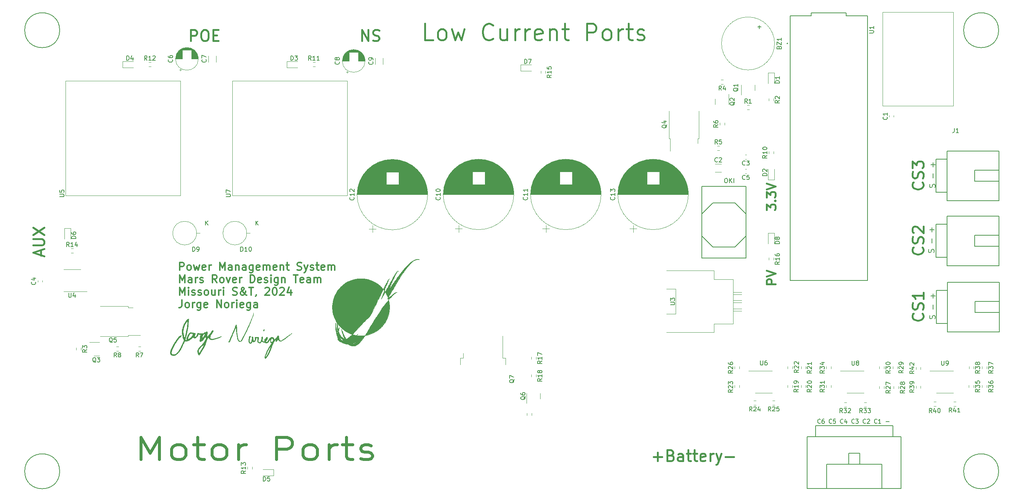
<source format=gbr>
%TF.GenerationSoftware,KiCad,Pcbnew,7.0.7*%
%TF.CreationDate,2024-03-26T21:52:30-05:00*%
%TF.ProjectId,PMS,504d532e-6b69-4636-9164-5f7063625858,rev?*%
%TF.SameCoordinates,Original*%
%TF.FileFunction,Legend,Top*%
%TF.FilePolarity,Positive*%
%FSLAX46Y46*%
G04 Gerber Fmt 4.6, Leading zero omitted, Abs format (unit mm)*
G04 Created by KiCad (PCBNEW 7.0.7) date 2024-03-26 21:52:30*
%MOMM*%
%LPD*%
G01*
G04 APERTURE LIST*
%ADD10C,0.177800*%
%ADD11C,0.381000*%
%ADD12C,0.304800*%
%ADD13C,0.635000*%
%ADD14C,0.152400*%
%ADD15C,0.150000*%
%ADD16C,0.120000*%
%ADD17C,0.127000*%
%ADD18C,0.200000*%
%ADD19C,0.010000*%
G04 APERTURE END LIST*
D10*
X276888854Y-140865122D02*
X276949330Y-140683693D01*
X276949330Y-140683693D02*
X276949330Y-140381312D01*
X276949330Y-140381312D02*
X276888854Y-140260360D01*
X276888854Y-140260360D02*
X276828377Y-140199884D01*
X276828377Y-140199884D02*
X276707425Y-140139407D01*
X276707425Y-140139407D02*
X276586473Y-140139407D01*
X276586473Y-140139407D02*
X276465520Y-140199884D01*
X276465520Y-140199884D02*
X276405044Y-140260360D01*
X276405044Y-140260360D02*
X276344568Y-140381312D01*
X276344568Y-140381312D02*
X276284092Y-140623217D01*
X276284092Y-140623217D02*
X276223615Y-140744169D01*
X276223615Y-140744169D02*
X276163139Y-140804646D01*
X276163139Y-140804646D02*
X276042187Y-140865122D01*
X276042187Y-140865122D02*
X275921234Y-140865122D01*
X275921234Y-140865122D02*
X275800282Y-140804646D01*
X275800282Y-140804646D02*
X275739806Y-140744169D01*
X275739806Y-140744169D02*
X275679330Y-140623217D01*
X275679330Y-140623217D02*
X275679330Y-140320836D01*
X275679330Y-140320836D02*
X275739806Y-140139407D01*
X276465520Y-138627503D02*
X276465520Y-137659884D01*
X276465520Y-136087503D02*
X276465520Y-135119884D01*
X276949330Y-135603693D02*
X275981711Y-135603693D01*
D11*
X274255435Y-154919152D02*
X274376388Y-155040104D01*
X274376388Y-155040104D02*
X274497340Y-155402962D01*
X274497340Y-155402962D02*
X274497340Y-155644866D01*
X274497340Y-155644866D02*
X274376388Y-156007723D01*
X274376388Y-156007723D02*
X274134483Y-156249628D01*
X274134483Y-156249628D02*
X273892578Y-156370581D01*
X273892578Y-156370581D02*
X273408768Y-156491533D01*
X273408768Y-156491533D02*
X273045911Y-156491533D01*
X273045911Y-156491533D02*
X272562102Y-156370581D01*
X272562102Y-156370581D02*
X272320197Y-156249628D01*
X272320197Y-156249628D02*
X272078292Y-156007723D01*
X272078292Y-156007723D02*
X271957340Y-155644866D01*
X271957340Y-155644866D02*
X271957340Y-155402962D01*
X271957340Y-155402962D02*
X272078292Y-155040104D01*
X272078292Y-155040104D02*
X272199245Y-154919152D01*
X274376388Y-153951533D02*
X274497340Y-153588676D01*
X274497340Y-153588676D02*
X274497340Y-152983914D01*
X274497340Y-152983914D02*
X274376388Y-152742009D01*
X274376388Y-152742009D02*
X274255435Y-152621057D01*
X274255435Y-152621057D02*
X274013530Y-152500104D01*
X274013530Y-152500104D02*
X273771626Y-152500104D01*
X273771626Y-152500104D02*
X273529721Y-152621057D01*
X273529721Y-152621057D02*
X273408768Y-152742009D01*
X273408768Y-152742009D02*
X273287816Y-152983914D01*
X273287816Y-152983914D02*
X273166864Y-153467723D01*
X273166864Y-153467723D02*
X273045911Y-153709628D01*
X273045911Y-153709628D02*
X272924959Y-153830581D01*
X272924959Y-153830581D02*
X272683054Y-153951533D01*
X272683054Y-153951533D02*
X272441149Y-153951533D01*
X272441149Y-153951533D02*
X272199245Y-153830581D01*
X272199245Y-153830581D02*
X272078292Y-153709628D01*
X272078292Y-153709628D02*
X271957340Y-153467723D01*
X271957340Y-153467723D02*
X271957340Y-152862962D01*
X271957340Y-152862962D02*
X272078292Y-152500104D01*
X274497340Y-150081056D02*
X274497340Y-151532485D01*
X274497340Y-150806771D02*
X271957340Y-150806771D01*
X271957340Y-150806771D02*
X272320197Y-151048675D01*
X272320197Y-151048675D02*
X272562102Y-151290580D01*
X272562102Y-151290580D02*
X272683054Y-151532485D01*
D12*
X103517197Y-144962783D02*
X103517197Y-143184783D01*
X103517197Y-143184783D02*
X104194530Y-143184783D01*
X104194530Y-143184783D02*
X104363864Y-143269450D01*
X104363864Y-143269450D02*
X104448530Y-143354117D01*
X104448530Y-143354117D02*
X104533197Y-143523450D01*
X104533197Y-143523450D02*
X104533197Y-143777450D01*
X104533197Y-143777450D02*
X104448530Y-143946783D01*
X104448530Y-143946783D02*
X104363864Y-144031450D01*
X104363864Y-144031450D02*
X104194530Y-144116117D01*
X104194530Y-144116117D02*
X103517197Y-144116117D01*
X105549197Y-144962783D02*
X105379864Y-144878117D01*
X105379864Y-144878117D02*
X105295197Y-144793450D01*
X105295197Y-144793450D02*
X105210530Y-144624117D01*
X105210530Y-144624117D02*
X105210530Y-144116117D01*
X105210530Y-144116117D02*
X105295197Y-143946783D01*
X105295197Y-143946783D02*
X105379864Y-143862117D01*
X105379864Y-143862117D02*
X105549197Y-143777450D01*
X105549197Y-143777450D02*
X105803197Y-143777450D01*
X105803197Y-143777450D02*
X105972530Y-143862117D01*
X105972530Y-143862117D02*
X106057197Y-143946783D01*
X106057197Y-143946783D02*
X106141864Y-144116117D01*
X106141864Y-144116117D02*
X106141864Y-144624117D01*
X106141864Y-144624117D02*
X106057197Y-144793450D01*
X106057197Y-144793450D02*
X105972530Y-144878117D01*
X105972530Y-144878117D02*
X105803197Y-144962783D01*
X105803197Y-144962783D02*
X105549197Y-144962783D01*
X106734531Y-143777450D02*
X107073197Y-144962783D01*
X107073197Y-144962783D02*
X107411864Y-144116117D01*
X107411864Y-144116117D02*
X107750531Y-144962783D01*
X107750531Y-144962783D02*
X108089197Y-143777450D01*
X109443864Y-144878117D02*
X109274531Y-144962783D01*
X109274531Y-144962783D02*
X108935864Y-144962783D01*
X108935864Y-144962783D02*
X108766531Y-144878117D01*
X108766531Y-144878117D02*
X108681864Y-144708783D01*
X108681864Y-144708783D02*
X108681864Y-144031450D01*
X108681864Y-144031450D02*
X108766531Y-143862117D01*
X108766531Y-143862117D02*
X108935864Y-143777450D01*
X108935864Y-143777450D02*
X109274531Y-143777450D01*
X109274531Y-143777450D02*
X109443864Y-143862117D01*
X109443864Y-143862117D02*
X109528531Y-144031450D01*
X109528531Y-144031450D02*
X109528531Y-144200783D01*
X109528531Y-144200783D02*
X108681864Y-144370117D01*
X110290531Y-144962783D02*
X110290531Y-143777450D01*
X110290531Y-144116117D02*
X110375198Y-143946783D01*
X110375198Y-143946783D02*
X110459864Y-143862117D01*
X110459864Y-143862117D02*
X110629198Y-143777450D01*
X110629198Y-143777450D02*
X110798531Y-143777450D01*
X112745865Y-144962783D02*
X112745865Y-143184783D01*
X112745865Y-143184783D02*
X113338532Y-144454783D01*
X113338532Y-144454783D02*
X113931198Y-143184783D01*
X113931198Y-143184783D02*
X113931198Y-144962783D01*
X115539865Y-144962783D02*
X115539865Y-144031450D01*
X115539865Y-144031450D02*
X115455198Y-143862117D01*
X115455198Y-143862117D02*
X115285865Y-143777450D01*
X115285865Y-143777450D02*
X114947198Y-143777450D01*
X114947198Y-143777450D02*
X114777865Y-143862117D01*
X115539865Y-144878117D02*
X115370532Y-144962783D01*
X115370532Y-144962783D02*
X114947198Y-144962783D01*
X114947198Y-144962783D02*
X114777865Y-144878117D01*
X114777865Y-144878117D02*
X114693198Y-144708783D01*
X114693198Y-144708783D02*
X114693198Y-144539450D01*
X114693198Y-144539450D02*
X114777865Y-144370117D01*
X114777865Y-144370117D02*
X114947198Y-144285450D01*
X114947198Y-144285450D02*
X115370532Y-144285450D01*
X115370532Y-144285450D02*
X115539865Y-144200783D01*
X116386532Y-143777450D02*
X116386532Y-144962783D01*
X116386532Y-143946783D02*
X116471199Y-143862117D01*
X116471199Y-143862117D02*
X116640532Y-143777450D01*
X116640532Y-143777450D02*
X116894532Y-143777450D01*
X116894532Y-143777450D02*
X117063865Y-143862117D01*
X117063865Y-143862117D02*
X117148532Y-144031450D01*
X117148532Y-144031450D02*
X117148532Y-144962783D01*
X118757199Y-144962783D02*
X118757199Y-144031450D01*
X118757199Y-144031450D02*
X118672532Y-143862117D01*
X118672532Y-143862117D02*
X118503199Y-143777450D01*
X118503199Y-143777450D02*
X118164532Y-143777450D01*
X118164532Y-143777450D02*
X117995199Y-143862117D01*
X118757199Y-144878117D02*
X118587866Y-144962783D01*
X118587866Y-144962783D02*
X118164532Y-144962783D01*
X118164532Y-144962783D02*
X117995199Y-144878117D01*
X117995199Y-144878117D02*
X117910532Y-144708783D01*
X117910532Y-144708783D02*
X117910532Y-144539450D01*
X117910532Y-144539450D02*
X117995199Y-144370117D01*
X117995199Y-144370117D02*
X118164532Y-144285450D01*
X118164532Y-144285450D02*
X118587866Y-144285450D01*
X118587866Y-144285450D02*
X118757199Y-144200783D01*
X120365866Y-143777450D02*
X120365866Y-145216783D01*
X120365866Y-145216783D02*
X120281199Y-145386117D01*
X120281199Y-145386117D02*
X120196533Y-145470783D01*
X120196533Y-145470783D02*
X120027199Y-145555450D01*
X120027199Y-145555450D02*
X119773199Y-145555450D01*
X119773199Y-145555450D02*
X119603866Y-145470783D01*
X120365866Y-144878117D02*
X120196533Y-144962783D01*
X120196533Y-144962783D02*
X119857866Y-144962783D01*
X119857866Y-144962783D02*
X119688533Y-144878117D01*
X119688533Y-144878117D02*
X119603866Y-144793450D01*
X119603866Y-144793450D02*
X119519199Y-144624117D01*
X119519199Y-144624117D02*
X119519199Y-144116117D01*
X119519199Y-144116117D02*
X119603866Y-143946783D01*
X119603866Y-143946783D02*
X119688533Y-143862117D01*
X119688533Y-143862117D02*
X119857866Y-143777450D01*
X119857866Y-143777450D02*
X120196533Y-143777450D01*
X120196533Y-143777450D02*
X120365866Y-143862117D01*
X121889866Y-144878117D02*
X121720533Y-144962783D01*
X121720533Y-144962783D02*
X121381866Y-144962783D01*
X121381866Y-144962783D02*
X121212533Y-144878117D01*
X121212533Y-144878117D02*
X121127866Y-144708783D01*
X121127866Y-144708783D02*
X121127866Y-144031450D01*
X121127866Y-144031450D02*
X121212533Y-143862117D01*
X121212533Y-143862117D02*
X121381866Y-143777450D01*
X121381866Y-143777450D02*
X121720533Y-143777450D01*
X121720533Y-143777450D02*
X121889866Y-143862117D01*
X121889866Y-143862117D02*
X121974533Y-144031450D01*
X121974533Y-144031450D02*
X121974533Y-144200783D01*
X121974533Y-144200783D02*
X121127866Y-144370117D01*
X122736533Y-144962783D02*
X122736533Y-143777450D01*
X122736533Y-143946783D02*
X122821200Y-143862117D01*
X122821200Y-143862117D02*
X122990533Y-143777450D01*
X122990533Y-143777450D02*
X123244533Y-143777450D01*
X123244533Y-143777450D02*
X123413866Y-143862117D01*
X123413866Y-143862117D02*
X123498533Y-144031450D01*
X123498533Y-144031450D02*
X123498533Y-144962783D01*
X123498533Y-144031450D02*
X123583200Y-143862117D01*
X123583200Y-143862117D02*
X123752533Y-143777450D01*
X123752533Y-143777450D02*
X124006533Y-143777450D01*
X124006533Y-143777450D02*
X124175866Y-143862117D01*
X124175866Y-143862117D02*
X124260533Y-144031450D01*
X124260533Y-144031450D02*
X124260533Y-144962783D01*
X125784533Y-144878117D02*
X125615200Y-144962783D01*
X125615200Y-144962783D02*
X125276533Y-144962783D01*
X125276533Y-144962783D02*
X125107200Y-144878117D01*
X125107200Y-144878117D02*
X125022533Y-144708783D01*
X125022533Y-144708783D02*
X125022533Y-144031450D01*
X125022533Y-144031450D02*
X125107200Y-143862117D01*
X125107200Y-143862117D02*
X125276533Y-143777450D01*
X125276533Y-143777450D02*
X125615200Y-143777450D01*
X125615200Y-143777450D02*
X125784533Y-143862117D01*
X125784533Y-143862117D02*
X125869200Y-144031450D01*
X125869200Y-144031450D02*
X125869200Y-144200783D01*
X125869200Y-144200783D02*
X125022533Y-144370117D01*
X126631200Y-143777450D02*
X126631200Y-144962783D01*
X126631200Y-143946783D02*
X126715867Y-143862117D01*
X126715867Y-143862117D02*
X126885200Y-143777450D01*
X126885200Y-143777450D02*
X127139200Y-143777450D01*
X127139200Y-143777450D02*
X127308533Y-143862117D01*
X127308533Y-143862117D02*
X127393200Y-144031450D01*
X127393200Y-144031450D02*
X127393200Y-144962783D01*
X127985867Y-143777450D02*
X128663200Y-143777450D01*
X128239867Y-143184783D02*
X128239867Y-144708783D01*
X128239867Y-144708783D02*
X128324534Y-144878117D01*
X128324534Y-144878117D02*
X128493867Y-144962783D01*
X128493867Y-144962783D02*
X128663200Y-144962783D01*
X130525867Y-144878117D02*
X130779867Y-144962783D01*
X130779867Y-144962783D02*
X131203201Y-144962783D01*
X131203201Y-144962783D02*
X131372534Y-144878117D01*
X131372534Y-144878117D02*
X131457201Y-144793450D01*
X131457201Y-144793450D02*
X131541867Y-144624117D01*
X131541867Y-144624117D02*
X131541867Y-144454783D01*
X131541867Y-144454783D02*
X131457201Y-144285450D01*
X131457201Y-144285450D02*
X131372534Y-144200783D01*
X131372534Y-144200783D02*
X131203201Y-144116117D01*
X131203201Y-144116117D02*
X130864534Y-144031450D01*
X130864534Y-144031450D02*
X130695201Y-143946783D01*
X130695201Y-143946783D02*
X130610534Y-143862117D01*
X130610534Y-143862117D02*
X130525867Y-143692783D01*
X130525867Y-143692783D02*
X130525867Y-143523450D01*
X130525867Y-143523450D02*
X130610534Y-143354117D01*
X130610534Y-143354117D02*
X130695201Y-143269450D01*
X130695201Y-143269450D02*
X130864534Y-143184783D01*
X130864534Y-143184783D02*
X131287867Y-143184783D01*
X131287867Y-143184783D02*
X131541867Y-143269450D01*
X132134534Y-143777450D02*
X132557867Y-144962783D01*
X132981200Y-143777450D02*
X132557867Y-144962783D01*
X132557867Y-144962783D02*
X132388534Y-145386117D01*
X132388534Y-145386117D02*
X132303867Y-145470783D01*
X132303867Y-145470783D02*
X132134534Y-145555450D01*
X133573867Y-144878117D02*
X133743201Y-144962783D01*
X133743201Y-144962783D02*
X134081867Y-144962783D01*
X134081867Y-144962783D02*
X134251201Y-144878117D01*
X134251201Y-144878117D02*
X134335867Y-144708783D01*
X134335867Y-144708783D02*
X134335867Y-144624117D01*
X134335867Y-144624117D02*
X134251201Y-144454783D01*
X134251201Y-144454783D02*
X134081867Y-144370117D01*
X134081867Y-144370117D02*
X133827867Y-144370117D01*
X133827867Y-144370117D02*
X133658534Y-144285450D01*
X133658534Y-144285450D02*
X133573867Y-144116117D01*
X133573867Y-144116117D02*
X133573867Y-144031450D01*
X133573867Y-144031450D02*
X133658534Y-143862117D01*
X133658534Y-143862117D02*
X133827867Y-143777450D01*
X133827867Y-143777450D02*
X134081867Y-143777450D01*
X134081867Y-143777450D02*
X134251201Y-143862117D01*
X134843867Y-143777450D02*
X135521200Y-143777450D01*
X135097867Y-143184783D02*
X135097867Y-144708783D01*
X135097867Y-144708783D02*
X135182534Y-144878117D01*
X135182534Y-144878117D02*
X135351867Y-144962783D01*
X135351867Y-144962783D02*
X135521200Y-144962783D01*
X136791200Y-144878117D02*
X136621867Y-144962783D01*
X136621867Y-144962783D02*
X136283200Y-144962783D01*
X136283200Y-144962783D02*
X136113867Y-144878117D01*
X136113867Y-144878117D02*
X136029200Y-144708783D01*
X136029200Y-144708783D02*
X136029200Y-144031450D01*
X136029200Y-144031450D02*
X136113867Y-143862117D01*
X136113867Y-143862117D02*
X136283200Y-143777450D01*
X136283200Y-143777450D02*
X136621867Y-143777450D01*
X136621867Y-143777450D02*
X136791200Y-143862117D01*
X136791200Y-143862117D02*
X136875867Y-144031450D01*
X136875867Y-144031450D02*
X136875867Y-144200783D01*
X136875867Y-144200783D02*
X136029200Y-144370117D01*
X137637867Y-144962783D02*
X137637867Y-143777450D01*
X137637867Y-143946783D02*
X137722534Y-143862117D01*
X137722534Y-143862117D02*
X137891867Y-143777450D01*
X137891867Y-143777450D02*
X138145867Y-143777450D01*
X138145867Y-143777450D02*
X138315200Y-143862117D01*
X138315200Y-143862117D02*
X138399867Y-144031450D01*
X138399867Y-144031450D02*
X138399867Y-144962783D01*
X138399867Y-144031450D02*
X138484534Y-143862117D01*
X138484534Y-143862117D02*
X138653867Y-143777450D01*
X138653867Y-143777450D02*
X138907867Y-143777450D01*
X138907867Y-143777450D02*
X139077200Y-143862117D01*
X139077200Y-143862117D02*
X139161867Y-144031450D01*
X139161867Y-144031450D02*
X139161867Y-144962783D01*
X103517197Y-147825363D02*
X103517197Y-146047363D01*
X103517197Y-146047363D02*
X104109864Y-147317363D01*
X104109864Y-147317363D02*
X104702530Y-146047363D01*
X104702530Y-146047363D02*
X104702530Y-147825363D01*
X106311197Y-147825363D02*
X106311197Y-146894030D01*
X106311197Y-146894030D02*
X106226530Y-146724697D01*
X106226530Y-146724697D02*
X106057197Y-146640030D01*
X106057197Y-146640030D02*
X105718530Y-146640030D01*
X105718530Y-146640030D02*
X105549197Y-146724697D01*
X106311197Y-147740697D02*
X106141864Y-147825363D01*
X106141864Y-147825363D02*
X105718530Y-147825363D01*
X105718530Y-147825363D02*
X105549197Y-147740697D01*
X105549197Y-147740697D02*
X105464530Y-147571363D01*
X105464530Y-147571363D02*
X105464530Y-147402030D01*
X105464530Y-147402030D02*
X105549197Y-147232697D01*
X105549197Y-147232697D02*
X105718530Y-147148030D01*
X105718530Y-147148030D02*
X106141864Y-147148030D01*
X106141864Y-147148030D02*
X106311197Y-147063363D01*
X107157864Y-147825363D02*
X107157864Y-146640030D01*
X107157864Y-146978697D02*
X107242531Y-146809363D01*
X107242531Y-146809363D02*
X107327197Y-146724697D01*
X107327197Y-146724697D02*
X107496531Y-146640030D01*
X107496531Y-146640030D02*
X107665864Y-146640030D01*
X108173864Y-147740697D02*
X108343198Y-147825363D01*
X108343198Y-147825363D02*
X108681864Y-147825363D01*
X108681864Y-147825363D02*
X108851198Y-147740697D01*
X108851198Y-147740697D02*
X108935864Y-147571363D01*
X108935864Y-147571363D02*
X108935864Y-147486697D01*
X108935864Y-147486697D02*
X108851198Y-147317363D01*
X108851198Y-147317363D02*
X108681864Y-147232697D01*
X108681864Y-147232697D02*
X108427864Y-147232697D01*
X108427864Y-147232697D02*
X108258531Y-147148030D01*
X108258531Y-147148030D02*
X108173864Y-146978697D01*
X108173864Y-146978697D02*
X108173864Y-146894030D01*
X108173864Y-146894030D02*
X108258531Y-146724697D01*
X108258531Y-146724697D02*
X108427864Y-146640030D01*
X108427864Y-146640030D02*
X108681864Y-146640030D01*
X108681864Y-146640030D02*
X108851198Y-146724697D01*
X112068531Y-147825363D02*
X111475864Y-146978697D01*
X111052531Y-147825363D02*
X111052531Y-146047363D01*
X111052531Y-146047363D02*
X111729864Y-146047363D01*
X111729864Y-146047363D02*
X111899198Y-146132030D01*
X111899198Y-146132030D02*
X111983864Y-146216697D01*
X111983864Y-146216697D02*
X112068531Y-146386030D01*
X112068531Y-146386030D02*
X112068531Y-146640030D01*
X112068531Y-146640030D02*
X111983864Y-146809363D01*
X111983864Y-146809363D02*
X111899198Y-146894030D01*
X111899198Y-146894030D02*
X111729864Y-146978697D01*
X111729864Y-146978697D02*
X111052531Y-146978697D01*
X113084531Y-147825363D02*
X112915198Y-147740697D01*
X112915198Y-147740697D02*
X112830531Y-147656030D01*
X112830531Y-147656030D02*
X112745864Y-147486697D01*
X112745864Y-147486697D02*
X112745864Y-146978697D01*
X112745864Y-146978697D02*
X112830531Y-146809363D01*
X112830531Y-146809363D02*
X112915198Y-146724697D01*
X112915198Y-146724697D02*
X113084531Y-146640030D01*
X113084531Y-146640030D02*
X113338531Y-146640030D01*
X113338531Y-146640030D02*
X113507864Y-146724697D01*
X113507864Y-146724697D02*
X113592531Y-146809363D01*
X113592531Y-146809363D02*
X113677198Y-146978697D01*
X113677198Y-146978697D02*
X113677198Y-147486697D01*
X113677198Y-147486697D02*
X113592531Y-147656030D01*
X113592531Y-147656030D02*
X113507864Y-147740697D01*
X113507864Y-147740697D02*
X113338531Y-147825363D01*
X113338531Y-147825363D02*
X113084531Y-147825363D01*
X114269865Y-146640030D02*
X114693198Y-147825363D01*
X114693198Y-147825363D02*
X115116531Y-146640030D01*
X116471198Y-147740697D02*
X116301865Y-147825363D01*
X116301865Y-147825363D02*
X115963198Y-147825363D01*
X115963198Y-147825363D02*
X115793865Y-147740697D01*
X115793865Y-147740697D02*
X115709198Y-147571363D01*
X115709198Y-147571363D02*
X115709198Y-146894030D01*
X115709198Y-146894030D02*
X115793865Y-146724697D01*
X115793865Y-146724697D02*
X115963198Y-146640030D01*
X115963198Y-146640030D02*
X116301865Y-146640030D01*
X116301865Y-146640030D02*
X116471198Y-146724697D01*
X116471198Y-146724697D02*
X116555865Y-146894030D01*
X116555865Y-146894030D02*
X116555865Y-147063363D01*
X116555865Y-147063363D02*
X115709198Y-147232697D01*
X117317865Y-147825363D02*
X117317865Y-146640030D01*
X117317865Y-146978697D02*
X117402532Y-146809363D01*
X117402532Y-146809363D02*
X117487198Y-146724697D01*
X117487198Y-146724697D02*
X117656532Y-146640030D01*
X117656532Y-146640030D02*
X117825865Y-146640030D01*
X119773199Y-147825363D02*
X119773199Y-146047363D01*
X119773199Y-146047363D02*
X120196532Y-146047363D01*
X120196532Y-146047363D02*
X120450532Y-146132030D01*
X120450532Y-146132030D02*
X120619866Y-146301363D01*
X120619866Y-146301363D02*
X120704532Y-146470697D01*
X120704532Y-146470697D02*
X120789199Y-146809363D01*
X120789199Y-146809363D02*
X120789199Y-147063363D01*
X120789199Y-147063363D02*
X120704532Y-147402030D01*
X120704532Y-147402030D02*
X120619866Y-147571363D01*
X120619866Y-147571363D02*
X120450532Y-147740697D01*
X120450532Y-147740697D02*
X120196532Y-147825363D01*
X120196532Y-147825363D02*
X119773199Y-147825363D01*
X122228532Y-147740697D02*
X122059199Y-147825363D01*
X122059199Y-147825363D02*
X121720532Y-147825363D01*
X121720532Y-147825363D02*
X121551199Y-147740697D01*
X121551199Y-147740697D02*
X121466532Y-147571363D01*
X121466532Y-147571363D02*
X121466532Y-146894030D01*
X121466532Y-146894030D02*
X121551199Y-146724697D01*
X121551199Y-146724697D02*
X121720532Y-146640030D01*
X121720532Y-146640030D02*
X122059199Y-146640030D01*
X122059199Y-146640030D02*
X122228532Y-146724697D01*
X122228532Y-146724697D02*
X122313199Y-146894030D01*
X122313199Y-146894030D02*
X122313199Y-147063363D01*
X122313199Y-147063363D02*
X121466532Y-147232697D01*
X122990532Y-147740697D02*
X123159866Y-147825363D01*
X123159866Y-147825363D02*
X123498532Y-147825363D01*
X123498532Y-147825363D02*
X123667866Y-147740697D01*
X123667866Y-147740697D02*
X123752532Y-147571363D01*
X123752532Y-147571363D02*
X123752532Y-147486697D01*
X123752532Y-147486697D02*
X123667866Y-147317363D01*
X123667866Y-147317363D02*
X123498532Y-147232697D01*
X123498532Y-147232697D02*
X123244532Y-147232697D01*
X123244532Y-147232697D02*
X123075199Y-147148030D01*
X123075199Y-147148030D02*
X122990532Y-146978697D01*
X122990532Y-146978697D02*
X122990532Y-146894030D01*
X122990532Y-146894030D02*
X123075199Y-146724697D01*
X123075199Y-146724697D02*
X123244532Y-146640030D01*
X123244532Y-146640030D02*
X123498532Y-146640030D01*
X123498532Y-146640030D02*
X123667866Y-146724697D01*
X124514532Y-147825363D02*
X124514532Y-146640030D01*
X124514532Y-146047363D02*
X124429865Y-146132030D01*
X124429865Y-146132030D02*
X124514532Y-146216697D01*
X124514532Y-146216697D02*
X124599199Y-146132030D01*
X124599199Y-146132030D02*
X124514532Y-146047363D01*
X124514532Y-146047363D02*
X124514532Y-146216697D01*
X126123199Y-146640030D02*
X126123199Y-148079363D01*
X126123199Y-148079363D02*
X126038532Y-148248697D01*
X126038532Y-148248697D02*
X125953866Y-148333363D01*
X125953866Y-148333363D02*
X125784532Y-148418030D01*
X125784532Y-148418030D02*
X125530532Y-148418030D01*
X125530532Y-148418030D02*
X125361199Y-148333363D01*
X126123199Y-147740697D02*
X125953866Y-147825363D01*
X125953866Y-147825363D02*
X125615199Y-147825363D01*
X125615199Y-147825363D02*
X125445866Y-147740697D01*
X125445866Y-147740697D02*
X125361199Y-147656030D01*
X125361199Y-147656030D02*
X125276532Y-147486697D01*
X125276532Y-147486697D02*
X125276532Y-146978697D01*
X125276532Y-146978697D02*
X125361199Y-146809363D01*
X125361199Y-146809363D02*
X125445866Y-146724697D01*
X125445866Y-146724697D02*
X125615199Y-146640030D01*
X125615199Y-146640030D02*
X125953866Y-146640030D01*
X125953866Y-146640030D02*
X126123199Y-146724697D01*
X126969866Y-146640030D02*
X126969866Y-147825363D01*
X126969866Y-146809363D02*
X127054533Y-146724697D01*
X127054533Y-146724697D02*
X127223866Y-146640030D01*
X127223866Y-146640030D02*
X127477866Y-146640030D01*
X127477866Y-146640030D02*
X127647199Y-146724697D01*
X127647199Y-146724697D02*
X127731866Y-146894030D01*
X127731866Y-146894030D02*
X127731866Y-147825363D01*
X129679200Y-146047363D02*
X130695200Y-146047363D01*
X130187200Y-147825363D02*
X130187200Y-146047363D01*
X131965200Y-147740697D02*
X131795867Y-147825363D01*
X131795867Y-147825363D02*
X131457200Y-147825363D01*
X131457200Y-147825363D02*
X131287867Y-147740697D01*
X131287867Y-147740697D02*
X131203200Y-147571363D01*
X131203200Y-147571363D02*
X131203200Y-146894030D01*
X131203200Y-146894030D02*
X131287867Y-146724697D01*
X131287867Y-146724697D02*
X131457200Y-146640030D01*
X131457200Y-146640030D02*
X131795867Y-146640030D01*
X131795867Y-146640030D02*
X131965200Y-146724697D01*
X131965200Y-146724697D02*
X132049867Y-146894030D01*
X132049867Y-146894030D02*
X132049867Y-147063363D01*
X132049867Y-147063363D02*
X131203200Y-147232697D01*
X133573867Y-147825363D02*
X133573867Y-146894030D01*
X133573867Y-146894030D02*
X133489200Y-146724697D01*
X133489200Y-146724697D02*
X133319867Y-146640030D01*
X133319867Y-146640030D02*
X132981200Y-146640030D01*
X132981200Y-146640030D02*
X132811867Y-146724697D01*
X133573867Y-147740697D02*
X133404534Y-147825363D01*
X133404534Y-147825363D02*
X132981200Y-147825363D01*
X132981200Y-147825363D02*
X132811867Y-147740697D01*
X132811867Y-147740697D02*
X132727200Y-147571363D01*
X132727200Y-147571363D02*
X132727200Y-147402030D01*
X132727200Y-147402030D02*
X132811867Y-147232697D01*
X132811867Y-147232697D02*
X132981200Y-147148030D01*
X132981200Y-147148030D02*
X133404534Y-147148030D01*
X133404534Y-147148030D02*
X133573867Y-147063363D01*
X134420534Y-147825363D02*
X134420534Y-146640030D01*
X134420534Y-146809363D02*
X134505201Y-146724697D01*
X134505201Y-146724697D02*
X134674534Y-146640030D01*
X134674534Y-146640030D02*
X134928534Y-146640030D01*
X134928534Y-146640030D02*
X135097867Y-146724697D01*
X135097867Y-146724697D02*
X135182534Y-146894030D01*
X135182534Y-146894030D02*
X135182534Y-147825363D01*
X135182534Y-146894030D02*
X135267201Y-146724697D01*
X135267201Y-146724697D02*
X135436534Y-146640030D01*
X135436534Y-146640030D02*
X135690534Y-146640030D01*
X135690534Y-146640030D02*
X135859867Y-146724697D01*
X135859867Y-146724697D02*
X135944534Y-146894030D01*
X135944534Y-146894030D02*
X135944534Y-147825363D01*
X103517197Y-150687943D02*
X103517197Y-148909943D01*
X103517197Y-148909943D02*
X104109864Y-150179943D01*
X104109864Y-150179943D02*
X104702530Y-148909943D01*
X104702530Y-148909943D02*
X104702530Y-150687943D01*
X105549197Y-150687943D02*
X105549197Y-149502610D01*
X105549197Y-148909943D02*
X105464530Y-148994610D01*
X105464530Y-148994610D02*
X105549197Y-149079277D01*
X105549197Y-149079277D02*
X105633864Y-148994610D01*
X105633864Y-148994610D02*
X105549197Y-148909943D01*
X105549197Y-148909943D02*
X105549197Y-149079277D01*
X106311197Y-150603277D02*
X106480531Y-150687943D01*
X106480531Y-150687943D02*
X106819197Y-150687943D01*
X106819197Y-150687943D02*
X106988531Y-150603277D01*
X106988531Y-150603277D02*
X107073197Y-150433943D01*
X107073197Y-150433943D02*
X107073197Y-150349277D01*
X107073197Y-150349277D02*
X106988531Y-150179943D01*
X106988531Y-150179943D02*
X106819197Y-150095277D01*
X106819197Y-150095277D02*
X106565197Y-150095277D01*
X106565197Y-150095277D02*
X106395864Y-150010610D01*
X106395864Y-150010610D02*
X106311197Y-149841277D01*
X106311197Y-149841277D02*
X106311197Y-149756610D01*
X106311197Y-149756610D02*
X106395864Y-149587277D01*
X106395864Y-149587277D02*
X106565197Y-149502610D01*
X106565197Y-149502610D02*
X106819197Y-149502610D01*
X106819197Y-149502610D02*
X106988531Y-149587277D01*
X107750530Y-150603277D02*
X107919864Y-150687943D01*
X107919864Y-150687943D02*
X108258530Y-150687943D01*
X108258530Y-150687943D02*
X108427864Y-150603277D01*
X108427864Y-150603277D02*
X108512530Y-150433943D01*
X108512530Y-150433943D02*
X108512530Y-150349277D01*
X108512530Y-150349277D02*
X108427864Y-150179943D01*
X108427864Y-150179943D02*
X108258530Y-150095277D01*
X108258530Y-150095277D02*
X108004530Y-150095277D01*
X108004530Y-150095277D02*
X107835197Y-150010610D01*
X107835197Y-150010610D02*
X107750530Y-149841277D01*
X107750530Y-149841277D02*
X107750530Y-149756610D01*
X107750530Y-149756610D02*
X107835197Y-149587277D01*
X107835197Y-149587277D02*
X108004530Y-149502610D01*
X108004530Y-149502610D02*
X108258530Y-149502610D01*
X108258530Y-149502610D02*
X108427864Y-149587277D01*
X109528530Y-150687943D02*
X109359197Y-150603277D01*
X109359197Y-150603277D02*
X109274530Y-150518610D01*
X109274530Y-150518610D02*
X109189863Y-150349277D01*
X109189863Y-150349277D02*
X109189863Y-149841277D01*
X109189863Y-149841277D02*
X109274530Y-149671943D01*
X109274530Y-149671943D02*
X109359197Y-149587277D01*
X109359197Y-149587277D02*
X109528530Y-149502610D01*
X109528530Y-149502610D02*
X109782530Y-149502610D01*
X109782530Y-149502610D02*
X109951863Y-149587277D01*
X109951863Y-149587277D02*
X110036530Y-149671943D01*
X110036530Y-149671943D02*
X110121197Y-149841277D01*
X110121197Y-149841277D02*
X110121197Y-150349277D01*
X110121197Y-150349277D02*
X110036530Y-150518610D01*
X110036530Y-150518610D02*
X109951863Y-150603277D01*
X109951863Y-150603277D02*
X109782530Y-150687943D01*
X109782530Y-150687943D02*
X109528530Y-150687943D01*
X111645197Y-149502610D02*
X111645197Y-150687943D01*
X110883197Y-149502610D02*
X110883197Y-150433943D01*
X110883197Y-150433943D02*
X110967864Y-150603277D01*
X110967864Y-150603277D02*
X111137197Y-150687943D01*
X111137197Y-150687943D02*
X111391197Y-150687943D01*
X111391197Y-150687943D02*
X111560530Y-150603277D01*
X111560530Y-150603277D02*
X111645197Y-150518610D01*
X112491864Y-150687943D02*
X112491864Y-149502610D01*
X112491864Y-149841277D02*
X112576531Y-149671943D01*
X112576531Y-149671943D02*
X112661197Y-149587277D01*
X112661197Y-149587277D02*
X112830531Y-149502610D01*
X112830531Y-149502610D02*
X112999864Y-149502610D01*
X113592531Y-150687943D02*
X113592531Y-149502610D01*
X113592531Y-148909943D02*
X113507864Y-148994610D01*
X113507864Y-148994610D02*
X113592531Y-149079277D01*
X113592531Y-149079277D02*
X113677198Y-148994610D01*
X113677198Y-148994610D02*
X113592531Y-148909943D01*
X113592531Y-148909943D02*
X113592531Y-149079277D01*
X115709198Y-150603277D02*
X115963198Y-150687943D01*
X115963198Y-150687943D02*
X116386532Y-150687943D01*
X116386532Y-150687943D02*
X116555865Y-150603277D01*
X116555865Y-150603277D02*
X116640532Y-150518610D01*
X116640532Y-150518610D02*
X116725198Y-150349277D01*
X116725198Y-150349277D02*
X116725198Y-150179943D01*
X116725198Y-150179943D02*
X116640532Y-150010610D01*
X116640532Y-150010610D02*
X116555865Y-149925943D01*
X116555865Y-149925943D02*
X116386532Y-149841277D01*
X116386532Y-149841277D02*
X116047865Y-149756610D01*
X116047865Y-149756610D02*
X115878532Y-149671943D01*
X115878532Y-149671943D02*
X115793865Y-149587277D01*
X115793865Y-149587277D02*
X115709198Y-149417943D01*
X115709198Y-149417943D02*
X115709198Y-149248610D01*
X115709198Y-149248610D02*
X115793865Y-149079277D01*
X115793865Y-149079277D02*
X115878532Y-148994610D01*
X115878532Y-148994610D02*
X116047865Y-148909943D01*
X116047865Y-148909943D02*
X116471198Y-148909943D01*
X116471198Y-148909943D02*
X116725198Y-148994610D01*
X118926531Y-150687943D02*
X118841865Y-150687943D01*
X118841865Y-150687943D02*
X118672531Y-150603277D01*
X118672531Y-150603277D02*
X118418531Y-150349277D01*
X118418531Y-150349277D02*
X117995198Y-149841277D01*
X117995198Y-149841277D02*
X117825865Y-149587277D01*
X117825865Y-149587277D02*
X117741198Y-149333277D01*
X117741198Y-149333277D02*
X117741198Y-149163943D01*
X117741198Y-149163943D02*
X117825865Y-148994610D01*
X117825865Y-148994610D02*
X117995198Y-148909943D01*
X117995198Y-148909943D02*
X118079865Y-148909943D01*
X118079865Y-148909943D02*
X118249198Y-148994610D01*
X118249198Y-148994610D02*
X118333865Y-149163943D01*
X118333865Y-149163943D02*
X118333865Y-149248610D01*
X118333865Y-149248610D02*
X118249198Y-149417943D01*
X118249198Y-149417943D02*
X118164531Y-149502610D01*
X118164531Y-149502610D02*
X117656531Y-149841277D01*
X117656531Y-149841277D02*
X117571865Y-149925943D01*
X117571865Y-149925943D02*
X117487198Y-150095277D01*
X117487198Y-150095277D02*
X117487198Y-150349277D01*
X117487198Y-150349277D02*
X117571865Y-150518610D01*
X117571865Y-150518610D02*
X117656531Y-150603277D01*
X117656531Y-150603277D02*
X117825865Y-150687943D01*
X117825865Y-150687943D02*
X118079865Y-150687943D01*
X118079865Y-150687943D02*
X118249198Y-150603277D01*
X118249198Y-150603277D02*
X118333865Y-150518610D01*
X118333865Y-150518610D02*
X118587865Y-150179943D01*
X118587865Y-150179943D02*
X118672531Y-149925943D01*
X118672531Y-149925943D02*
X118672531Y-149756610D01*
X119434531Y-148909943D02*
X120450531Y-148909943D01*
X119942531Y-150687943D02*
X119942531Y-148909943D01*
X121127865Y-150603277D02*
X121127865Y-150687943D01*
X121127865Y-150687943D02*
X121043198Y-150857277D01*
X121043198Y-150857277D02*
X120958531Y-150941943D01*
X123159865Y-149079277D02*
X123244532Y-148994610D01*
X123244532Y-148994610D02*
X123413865Y-148909943D01*
X123413865Y-148909943D02*
X123837199Y-148909943D01*
X123837199Y-148909943D02*
X124006532Y-148994610D01*
X124006532Y-148994610D02*
X124091199Y-149079277D01*
X124091199Y-149079277D02*
X124175865Y-149248610D01*
X124175865Y-149248610D02*
X124175865Y-149417943D01*
X124175865Y-149417943D02*
X124091199Y-149671943D01*
X124091199Y-149671943D02*
X123075199Y-150687943D01*
X123075199Y-150687943D02*
X124175865Y-150687943D01*
X125276532Y-148909943D02*
X125445865Y-148909943D01*
X125445865Y-148909943D02*
X125615198Y-148994610D01*
X125615198Y-148994610D02*
X125699865Y-149079277D01*
X125699865Y-149079277D02*
X125784532Y-149248610D01*
X125784532Y-149248610D02*
X125869198Y-149587277D01*
X125869198Y-149587277D02*
X125869198Y-150010610D01*
X125869198Y-150010610D02*
X125784532Y-150349277D01*
X125784532Y-150349277D02*
X125699865Y-150518610D01*
X125699865Y-150518610D02*
X125615198Y-150603277D01*
X125615198Y-150603277D02*
X125445865Y-150687943D01*
X125445865Y-150687943D02*
X125276532Y-150687943D01*
X125276532Y-150687943D02*
X125107198Y-150603277D01*
X125107198Y-150603277D02*
X125022532Y-150518610D01*
X125022532Y-150518610D02*
X124937865Y-150349277D01*
X124937865Y-150349277D02*
X124853198Y-150010610D01*
X124853198Y-150010610D02*
X124853198Y-149587277D01*
X124853198Y-149587277D02*
X124937865Y-149248610D01*
X124937865Y-149248610D02*
X125022532Y-149079277D01*
X125022532Y-149079277D02*
X125107198Y-148994610D01*
X125107198Y-148994610D02*
X125276532Y-148909943D01*
X126546531Y-149079277D02*
X126631198Y-148994610D01*
X126631198Y-148994610D02*
X126800531Y-148909943D01*
X126800531Y-148909943D02*
X127223865Y-148909943D01*
X127223865Y-148909943D02*
X127393198Y-148994610D01*
X127393198Y-148994610D02*
X127477865Y-149079277D01*
X127477865Y-149079277D02*
X127562531Y-149248610D01*
X127562531Y-149248610D02*
X127562531Y-149417943D01*
X127562531Y-149417943D02*
X127477865Y-149671943D01*
X127477865Y-149671943D02*
X126461865Y-150687943D01*
X126461865Y-150687943D02*
X127562531Y-150687943D01*
X129086531Y-149502610D02*
X129086531Y-150687943D01*
X128663198Y-148825277D02*
X128239864Y-150095277D01*
X128239864Y-150095277D02*
X129340531Y-150095277D01*
X104025197Y-151772523D02*
X104025197Y-153042523D01*
X104025197Y-153042523D02*
X103940530Y-153296523D01*
X103940530Y-153296523D02*
X103771197Y-153465857D01*
X103771197Y-153465857D02*
X103517197Y-153550523D01*
X103517197Y-153550523D02*
X103347864Y-153550523D01*
X105125864Y-153550523D02*
X104956531Y-153465857D01*
X104956531Y-153465857D02*
X104871864Y-153381190D01*
X104871864Y-153381190D02*
X104787197Y-153211857D01*
X104787197Y-153211857D02*
X104787197Y-152703857D01*
X104787197Y-152703857D02*
X104871864Y-152534523D01*
X104871864Y-152534523D02*
X104956531Y-152449857D01*
X104956531Y-152449857D02*
X105125864Y-152365190D01*
X105125864Y-152365190D02*
X105379864Y-152365190D01*
X105379864Y-152365190D02*
X105549197Y-152449857D01*
X105549197Y-152449857D02*
X105633864Y-152534523D01*
X105633864Y-152534523D02*
X105718531Y-152703857D01*
X105718531Y-152703857D02*
X105718531Y-153211857D01*
X105718531Y-153211857D02*
X105633864Y-153381190D01*
X105633864Y-153381190D02*
X105549197Y-153465857D01*
X105549197Y-153465857D02*
X105379864Y-153550523D01*
X105379864Y-153550523D02*
X105125864Y-153550523D01*
X106480531Y-153550523D02*
X106480531Y-152365190D01*
X106480531Y-152703857D02*
X106565198Y-152534523D01*
X106565198Y-152534523D02*
X106649864Y-152449857D01*
X106649864Y-152449857D02*
X106819198Y-152365190D01*
X106819198Y-152365190D02*
X106988531Y-152365190D01*
X108343198Y-152365190D02*
X108343198Y-153804523D01*
X108343198Y-153804523D02*
X108258531Y-153973857D01*
X108258531Y-153973857D02*
X108173865Y-154058523D01*
X108173865Y-154058523D02*
X108004531Y-154143190D01*
X108004531Y-154143190D02*
X107750531Y-154143190D01*
X107750531Y-154143190D02*
X107581198Y-154058523D01*
X108343198Y-153465857D02*
X108173865Y-153550523D01*
X108173865Y-153550523D02*
X107835198Y-153550523D01*
X107835198Y-153550523D02*
X107665865Y-153465857D01*
X107665865Y-153465857D02*
X107581198Y-153381190D01*
X107581198Y-153381190D02*
X107496531Y-153211857D01*
X107496531Y-153211857D02*
X107496531Y-152703857D01*
X107496531Y-152703857D02*
X107581198Y-152534523D01*
X107581198Y-152534523D02*
X107665865Y-152449857D01*
X107665865Y-152449857D02*
X107835198Y-152365190D01*
X107835198Y-152365190D02*
X108173865Y-152365190D01*
X108173865Y-152365190D02*
X108343198Y-152449857D01*
X109867198Y-153465857D02*
X109697865Y-153550523D01*
X109697865Y-153550523D02*
X109359198Y-153550523D01*
X109359198Y-153550523D02*
X109189865Y-153465857D01*
X109189865Y-153465857D02*
X109105198Y-153296523D01*
X109105198Y-153296523D02*
X109105198Y-152619190D01*
X109105198Y-152619190D02*
X109189865Y-152449857D01*
X109189865Y-152449857D02*
X109359198Y-152365190D01*
X109359198Y-152365190D02*
X109697865Y-152365190D01*
X109697865Y-152365190D02*
X109867198Y-152449857D01*
X109867198Y-152449857D02*
X109951865Y-152619190D01*
X109951865Y-152619190D02*
X109951865Y-152788523D01*
X109951865Y-152788523D02*
X109105198Y-152957857D01*
X112068532Y-153550523D02*
X112068532Y-151772523D01*
X112068532Y-151772523D02*
X113084532Y-153550523D01*
X113084532Y-153550523D02*
X113084532Y-151772523D01*
X114185199Y-153550523D02*
X114015866Y-153465857D01*
X114015866Y-153465857D02*
X113931199Y-153381190D01*
X113931199Y-153381190D02*
X113846532Y-153211857D01*
X113846532Y-153211857D02*
X113846532Y-152703857D01*
X113846532Y-152703857D02*
X113931199Y-152534523D01*
X113931199Y-152534523D02*
X114015866Y-152449857D01*
X114015866Y-152449857D02*
X114185199Y-152365190D01*
X114185199Y-152365190D02*
X114439199Y-152365190D01*
X114439199Y-152365190D02*
X114608532Y-152449857D01*
X114608532Y-152449857D02*
X114693199Y-152534523D01*
X114693199Y-152534523D02*
X114777866Y-152703857D01*
X114777866Y-152703857D02*
X114777866Y-153211857D01*
X114777866Y-153211857D02*
X114693199Y-153381190D01*
X114693199Y-153381190D02*
X114608532Y-153465857D01*
X114608532Y-153465857D02*
X114439199Y-153550523D01*
X114439199Y-153550523D02*
X114185199Y-153550523D01*
X115539866Y-153550523D02*
X115539866Y-152365190D01*
X115539866Y-152703857D02*
X115624533Y-152534523D01*
X115624533Y-152534523D02*
X115709199Y-152449857D01*
X115709199Y-152449857D02*
X115878533Y-152365190D01*
X115878533Y-152365190D02*
X116047866Y-152365190D01*
X116640533Y-153550523D02*
X116640533Y-152365190D01*
X116640533Y-151772523D02*
X116555866Y-151857190D01*
X116555866Y-151857190D02*
X116640533Y-151941857D01*
X116640533Y-151941857D02*
X116725200Y-151857190D01*
X116725200Y-151857190D02*
X116640533Y-151772523D01*
X116640533Y-151772523D02*
X116640533Y-151941857D01*
X118164533Y-153465857D02*
X117995200Y-153550523D01*
X117995200Y-153550523D02*
X117656533Y-153550523D01*
X117656533Y-153550523D02*
X117487200Y-153465857D01*
X117487200Y-153465857D02*
X117402533Y-153296523D01*
X117402533Y-153296523D02*
X117402533Y-152619190D01*
X117402533Y-152619190D02*
X117487200Y-152449857D01*
X117487200Y-152449857D02*
X117656533Y-152365190D01*
X117656533Y-152365190D02*
X117995200Y-152365190D01*
X117995200Y-152365190D02*
X118164533Y-152449857D01*
X118164533Y-152449857D02*
X118249200Y-152619190D01*
X118249200Y-152619190D02*
X118249200Y-152788523D01*
X118249200Y-152788523D02*
X117402533Y-152957857D01*
X119773200Y-152365190D02*
X119773200Y-153804523D01*
X119773200Y-153804523D02*
X119688533Y-153973857D01*
X119688533Y-153973857D02*
X119603867Y-154058523D01*
X119603867Y-154058523D02*
X119434533Y-154143190D01*
X119434533Y-154143190D02*
X119180533Y-154143190D01*
X119180533Y-154143190D02*
X119011200Y-154058523D01*
X119773200Y-153465857D02*
X119603867Y-153550523D01*
X119603867Y-153550523D02*
X119265200Y-153550523D01*
X119265200Y-153550523D02*
X119095867Y-153465857D01*
X119095867Y-153465857D02*
X119011200Y-153381190D01*
X119011200Y-153381190D02*
X118926533Y-153211857D01*
X118926533Y-153211857D02*
X118926533Y-152703857D01*
X118926533Y-152703857D02*
X119011200Y-152534523D01*
X119011200Y-152534523D02*
X119095867Y-152449857D01*
X119095867Y-152449857D02*
X119265200Y-152365190D01*
X119265200Y-152365190D02*
X119603867Y-152365190D01*
X119603867Y-152365190D02*
X119773200Y-152449857D01*
X121381867Y-153550523D02*
X121381867Y-152619190D01*
X121381867Y-152619190D02*
X121297200Y-152449857D01*
X121297200Y-152449857D02*
X121127867Y-152365190D01*
X121127867Y-152365190D02*
X120789200Y-152365190D01*
X120789200Y-152365190D02*
X120619867Y-152449857D01*
X121381867Y-153465857D02*
X121212534Y-153550523D01*
X121212534Y-153550523D02*
X120789200Y-153550523D01*
X120789200Y-153550523D02*
X120619867Y-153465857D01*
X120619867Y-153465857D02*
X120535200Y-153296523D01*
X120535200Y-153296523D02*
X120535200Y-153127190D01*
X120535200Y-153127190D02*
X120619867Y-152957857D01*
X120619867Y-152957857D02*
X120789200Y-152873190D01*
X120789200Y-152873190D02*
X121212534Y-152873190D01*
X121212534Y-152873190D02*
X121381867Y-152788523D01*
D10*
X277142854Y-156105122D02*
X277203330Y-155923693D01*
X277203330Y-155923693D02*
X277203330Y-155621312D01*
X277203330Y-155621312D02*
X277142854Y-155500360D01*
X277142854Y-155500360D02*
X277082377Y-155439884D01*
X277082377Y-155439884D02*
X276961425Y-155379407D01*
X276961425Y-155379407D02*
X276840473Y-155379407D01*
X276840473Y-155379407D02*
X276719520Y-155439884D01*
X276719520Y-155439884D02*
X276659044Y-155500360D01*
X276659044Y-155500360D02*
X276598568Y-155621312D01*
X276598568Y-155621312D02*
X276538092Y-155863217D01*
X276538092Y-155863217D02*
X276477615Y-155984169D01*
X276477615Y-155984169D02*
X276417139Y-156044646D01*
X276417139Y-156044646D02*
X276296187Y-156105122D01*
X276296187Y-156105122D02*
X276175234Y-156105122D01*
X276175234Y-156105122D02*
X276054282Y-156044646D01*
X276054282Y-156044646D02*
X275993806Y-155984169D01*
X275993806Y-155984169D02*
X275933330Y-155863217D01*
X275933330Y-155863217D02*
X275933330Y-155560836D01*
X275933330Y-155560836D02*
X275993806Y-155379407D01*
X276719520Y-153867503D02*
X276719520Y-152899884D01*
X276719520Y-151327503D02*
X276719520Y-150359884D01*
X277203330Y-150843693D02*
X276235711Y-150843693D01*
D11*
X212437418Y-187931721D02*
X214372657Y-187931721D01*
X213405037Y-188899340D02*
X213405037Y-186964102D01*
X216428847Y-187568864D02*
X216791704Y-187689816D01*
X216791704Y-187689816D02*
X216912657Y-187810768D01*
X216912657Y-187810768D02*
X217033609Y-188052673D01*
X217033609Y-188052673D02*
X217033609Y-188415530D01*
X217033609Y-188415530D02*
X216912657Y-188657435D01*
X216912657Y-188657435D02*
X216791704Y-188778388D01*
X216791704Y-188778388D02*
X216549799Y-188899340D01*
X216549799Y-188899340D02*
X215582180Y-188899340D01*
X215582180Y-188899340D02*
X215582180Y-186359340D01*
X215582180Y-186359340D02*
X216428847Y-186359340D01*
X216428847Y-186359340D02*
X216670752Y-186480292D01*
X216670752Y-186480292D02*
X216791704Y-186601245D01*
X216791704Y-186601245D02*
X216912657Y-186843149D01*
X216912657Y-186843149D02*
X216912657Y-187085054D01*
X216912657Y-187085054D02*
X216791704Y-187326959D01*
X216791704Y-187326959D02*
X216670752Y-187447911D01*
X216670752Y-187447911D02*
X216428847Y-187568864D01*
X216428847Y-187568864D02*
X215582180Y-187568864D01*
X219210752Y-188899340D02*
X219210752Y-187568864D01*
X219210752Y-187568864D02*
X219089799Y-187326959D01*
X219089799Y-187326959D02*
X218847895Y-187206007D01*
X218847895Y-187206007D02*
X218364085Y-187206007D01*
X218364085Y-187206007D02*
X218122180Y-187326959D01*
X219210752Y-188778388D02*
X218968847Y-188899340D01*
X218968847Y-188899340D02*
X218364085Y-188899340D01*
X218364085Y-188899340D02*
X218122180Y-188778388D01*
X218122180Y-188778388D02*
X218001228Y-188536483D01*
X218001228Y-188536483D02*
X218001228Y-188294578D01*
X218001228Y-188294578D02*
X218122180Y-188052673D01*
X218122180Y-188052673D02*
X218364085Y-187931721D01*
X218364085Y-187931721D02*
X218968847Y-187931721D01*
X218968847Y-187931721D02*
X219210752Y-187810768D01*
X220057418Y-187206007D02*
X221025037Y-187206007D01*
X220420275Y-186359340D02*
X220420275Y-188536483D01*
X220420275Y-188536483D02*
X220541228Y-188778388D01*
X220541228Y-188778388D02*
X220783133Y-188899340D01*
X220783133Y-188899340D02*
X221025037Y-188899340D01*
X221508847Y-187206007D02*
X222476466Y-187206007D01*
X221871704Y-186359340D02*
X221871704Y-188536483D01*
X221871704Y-188536483D02*
X221992657Y-188778388D01*
X221992657Y-188778388D02*
X222234562Y-188899340D01*
X222234562Y-188899340D02*
X222476466Y-188899340D01*
X224290752Y-188778388D02*
X224048848Y-188899340D01*
X224048848Y-188899340D02*
X223565038Y-188899340D01*
X223565038Y-188899340D02*
X223323133Y-188778388D01*
X223323133Y-188778388D02*
X223202181Y-188536483D01*
X223202181Y-188536483D02*
X223202181Y-187568864D01*
X223202181Y-187568864D02*
X223323133Y-187326959D01*
X223323133Y-187326959D02*
X223565038Y-187206007D01*
X223565038Y-187206007D02*
X224048848Y-187206007D01*
X224048848Y-187206007D02*
X224290752Y-187326959D01*
X224290752Y-187326959D02*
X224411705Y-187568864D01*
X224411705Y-187568864D02*
X224411705Y-187810768D01*
X224411705Y-187810768D02*
X223202181Y-188052673D01*
X225500276Y-188899340D02*
X225500276Y-187206007D01*
X225500276Y-187689816D02*
X225621229Y-187447911D01*
X225621229Y-187447911D02*
X225742181Y-187326959D01*
X225742181Y-187326959D02*
X225984086Y-187206007D01*
X225984086Y-187206007D02*
X226225991Y-187206007D01*
X226830753Y-187206007D02*
X227435515Y-188899340D01*
X228040276Y-187206007D02*
X227435515Y-188899340D01*
X227435515Y-188899340D02*
X227193610Y-189504102D01*
X227193610Y-189504102D02*
X227072657Y-189625054D01*
X227072657Y-189625054D02*
X226830753Y-189746007D01*
X229007895Y-187931721D02*
X230943134Y-187931721D01*
D13*
X94639667Y-188575284D02*
X94639667Y-183495284D01*
X94639667Y-183495284D02*
X96756334Y-187123856D01*
X96756334Y-187123856D02*
X98873001Y-183495284D01*
X98873001Y-183495284D02*
X98873001Y-188575284D01*
X102803953Y-188575284D02*
X102199191Y-188333380D01*
X102199191Y-188333380D02*
X101896810Y-188091475D01*
X101896810Y-188091475D02*
X101594429Y-187607665D01*
X101594429Y-187607665D02*
X101594429Y-186156237D01*
X101594429Y-186156237D02*
X101896810Y-185672427D01*
X101896810Y-185672427D02*
X102199191Y-185430522D01*
X102199191Y-185430522D02*
X102803953Y-185188618D01*
X102803953Y-185188618D02*
X103711096Y-185188618D01*
X103711096Y-185188618D02*
X104315858Y-185430522D01*
X104315858Y-185430522D02*
X104618239Y-185672427D01*
X104618239Y-185672427D02*
X104920620Y-186156237D01*
X104920620Y-186156237D02*
X104920620Y-187607665D01*
X104920620Y-187607665D02*
X104618239Y-188091475D01*
X104618239Y-188091475D02*
X104315858Y-188333380D01*
X104315858Y-188333380D02*
X103711096Y-188575284D01*
X103711096Y-188575284D02*
X102803953Y-188575284D01*
X106734905Y-185188618D02*
X109153953Y-185188618D01*
X107642048Y-183495284D02*
X107642048Y-187849570D01*
X107642048Y-187849570D02*
X107944429Y-188333380D01*
X107944429Y-188333380D02*
X108549191Y-188575284D01*
X108549191Y-188575284D02*
X109153953Y-188575284D01*
X112177762Y-188575284D02*
X111573000Y-188333380D01*
X111573000Y-188333380D02*
X111270619Y-188091475D01*
X111270619Y-188091475D02*
X110968238Y-187607665D01*
X110968238Y-187607665D02*
X110968238Y-186156237D01*
X110968238Y-186156237D02*
X111270619Y-185672427D01*
X111270619Y-185672427D02*
X111573000Y-185430522D01*
X111573000Y-185430522D02*
X112177762Y-185188618D01*
X112177762Y-185188618D02*
X113084905Y-185188618D01*
X113084905Y-185188618D02*
X113689667Y-185430522D01*
X113689667Y-185430522D02*
X113992048Y-185672427D01*
X113992048Y-185672427D02*
X114294429Y-186156237D01*
X114294429Y-186156237D02*
X114294429Y-187607665D01*
X114294429Y-187607665D02*
X113992048Y-188091475D01*
X113992048Y-188091475D02*
X113689667Y-188333380D01*
X113689667Y-188333380D02*
X113084905Y-188575284D01*
X113084905Y-188575284D02*
X112177762Y-188575284D01*
X117015857Y-188575284D02*
X117015857Y-185188618D01*
X117015857Y-186156237D02*
X117318238Y-185672427D01*
X117318238Y-185672427D02*
X117620619Y-185430522D01*
X117620619Y-185430522D02*
X118225381Y-185188618D01*
X118225381Y-185188618D02*
X118830143Y-185188618D01*
X125784904Y-188575284D02*
X125784904Y-183495284D01*
X125784904Y-183495284D02*
X128203952Y-183495284D01*
X128203952Y-183495284D02*
X128808714Y-183737189D01*
X128808714Y-183737189D02*
X129111095Y-183979094D01*
X129111095Y-183979094D02*
X129413476Y-184462903D01*
X129413476Y-184462903D02*
X129413476Y-185188618D01*
X129413476Y-185188618D02*
X129111095Y-185672427D01*
X129111095Y-185672427D02*
X128808714Y-185914332D01*
X128808714Y-185914332D02*
X128203952Y-186156237D01*
X128203952Y-186156237D02*
X125784904Y-186156237D01*
X133042047Y-188575284D02*
X132437285Y-188333380D01*
X132437285Y-188333380D02*
X132134904Y-188091475D01*
X132134904Y-188091475D02*
X131832523Y-187607665D01*
X131832523Y-187607665D02*
X131832523Y-186156237D01*
X131832523Y-186156237D02*
X132134904Y-185672427D01*
X132134904Y-185672427D02*
X132437285Y-185430522D01*
X132437285Y-185430522D02*
X133042047Y-185188618D01*
X133042047Y-185188618D02*
X133949190Y-185188618D01*
X133949190Y-185188618D02*
X134553952Y-185430522D01*
X134553952Y-185430522D02*
X134856333Y-185672427D01*
X134856333Y-185672427D02*
X135158714Y-186156237D01*
X135158714Y-186156237D02*
X135158714Y-187607665D01*
X135158714Y-187607665D02*
X134856333Y-188091475D01*
X134856333Y-188091475D02*
X134553952Y-188333380D01*
X134553952Y-188333380D02*
X133949190Y-188575284D01*
X133949190Y-188575284D02*
X133042047Y-188575284D01*
X137880142Y-188575284D02*
X137880142Y-185188618D01*
X137880142Y-186156237D02*
X138182523Y-185672427D01*
X138182523Y-185672427D02*
X138484904Y-185430522D01*
X138484904Y-185430522D02*
X139089666Y-185188618D01*
X139089666Y-185188618D02*
X139694428Y-185188618D01*
X140903951Y-185188618D02*
X143322999Y-185188618D01*
X141811094Y-183495284D02*
X141811094Y-187849570D01*
X141811094Y-187849570D02*
X142113475Y-188333380D01*
X142113475Y-188333380D02*
X142718237Y-188575284D01*
X142718237Y-188575284D02*
X143322999Y-188575284D01*
X145137284Y-188333380D02*
X145742046Y-188575284D01*
X145742046Y-188575284D02*
X146951570Y-188575284D01*
X146951570Y-188575284D02*
X147556332Y-188333380D01*
X147556332Y-188333380D02*
X147858713Y-187849570D01*
X147858713Y-187849570D02*
X147858713Y-187607665D01*
X147858713Y-187607665D02*
X147556332Y-187123856D01*
X147556332Y-187123856D02*
X146951570Y-186881951D01*
X146951570Y-186881951D02*
X146044427Y-186881951D01*
X146044427Y-186881951D02*
X145439665Y-186640046D01*
X145439665Y-186640046D02*
X145137284Y-186156237D01*
X145137284Y-186156237D02*
X145137284Y-185914332D01*
X145137284Y-185914332D02*
X145439665Y-185430522D01*
X145439665Y-185430522D02*
X146044427Y-185188618D01*
X146044427Y-185188618D02*
X146951570Y-185188618D01*
X146951570Y-185188618D02*
X147556332Y-185430522D01*
D10*
X277142854Y-125879122D02*
X277203330Y-125697693D01*
X277203330Y-125697693D02*
X277203330Y-125395312D01*
X277203330Y-125395312D02*
X277142854Y-125274360D01*
X277142854Y-125274360D02*
X277082377Y-125213884D01*
X277082377Y-125213884D02*
X276961425Y-125153407D01*
X276961425Y-125153407D02*
X276840473Y-125153407D01*
X276840473Y-125153407D02*
X276719520Y-125213884D01*
X276719520Y-125213884D02*
X276659044Y-125274360D01*
X276659044Y-125274360D02*
X276598568Y-125395312D01*
X276598568Y-125395312D02*
X276538092Y-125637217D01*
X276538092Y-125637217D02*
X276477615Y-125758169D01*
X276477615Y-125758169D02*
X276417139Y-125818646D01*
X276417139Y-125818646D02*
X276296187Y-125879122D01*
X276296187Y-125879122D02*
X276175234Y-125879122D01*
X276175234Y-125879122D02*
X276054282Y-125818646D01*
X276054282Y-125818646D02*
X275993806Y-125758169D01*
X275993806Y-125758169D02*
X275933330Y-125637217D01*
X275933330Y-125637217D02*
X275933330Y-125334836D01*
X275933330Y-125334836D02*
X275993806Y-125153407D01*
X276719520Y-123641503D02*
X276719520Y-122673884D01*
X276719520Y-121101503D02*
X276719520Y-120133884D01*
X277203330Y-120617693D02*
X276235711Y-120617693D01*
D11*
X71587626Y-141505533D02*
X71587626Y-140296009D01*
X72313340Y-141747438D02*
X69773340Y-140900771D01*
X69773340Y-140900771D02*
X72313340Y-140054104D01*
X69773340Y-139207438D02*
X71829530Y-139207438D01*
X71829530Y-139207438D02*
X72071435Y-139086485D01*
X72071435Y-139086485D02*
X72192388Y-138965533D01*
X72192388Y-138965533D02*
X72313340Y-138723628D01*
X72313340Y-138723628D02*
X72313340Y-138239819D01*
X72313340Y-138239819D02*
X72192388Y-137997914D01*
X72192388Y-137997914D02*
X72071435Y-137876961D01*
X72071435Y-137876961D02*
X71829530Y-137756009D01*
X71829530Y-137756009D02*
X69773340Y-137756009D01*
X69773340Y-136788390D02*
X72313340Y-135095057D01*
X69773340Y-135095057D02*
X72313340Y-136788390D01*
X274255435Y-124693152D02*
X274376388Y-124814104D01*
X274376388Y-124814104D02*
X274497340Y-125176962D01*
X274497340Y-125176962D02*
X274497340Y-125418866D01*
X274497340Y-125418866D02*
X274376388Y-125781723D01*
X274376388Y-125781723D02*
X274134483Y-126023628D01*
X274134483Y-126023628D02*
X273892578Y-126144581D01*
X273892578Y-126144581D02*
X273408768Y-126265533D01*
X273408768Y-126265533D02*
X273045911Y-126265533D01*
X273045911Y-126265533D02*
X272562102Y-126144581D01*
X272562102Y-126144581D02*
X272320197Y-126023628D01*
X272320197Y-126023628D02*
X272078292Y-125781723D01*
X272078292Y-125781723D02*
X271957340Y-125418866D01*
X271957340Y-125418866D02*
X271957340Y-125176962D01*
X271957340Y-125176962D02*
X272078292Y-124814104D01*
X272078292Y-124814104D02*
X272199245Y-124693152D01*
X274376388Y-123725533D02*
X274497340Y-123362676D01*
X274497340Y-123362676D02*
X274497340Y-122757914D01*
X274497340Y-122757914D02*
X274376388Y-122516009D01*
X274376388Y-122516009D02*
X274255435Y-122395057D01*
X274255435Y-122395057D02*
X274013530Y-122274104D01*
X274013530Y-122274104D02*
X273771626Y-122274104D01*
X273771626Y-122274104D02*
X273529721Y-122395057D01*
X273529721Y-122395057D02*
X273408768Y-122516009D01*
X273408768Y-122516009D02*
X273287816Y-122757914D01*
X273287816Y-122757914D02*
X273166864Y-123241723D01*
X273166864Y-123241723D02*
X273045911Y-123483628D01*
X273045911Y-123483628D02*
X272924959Y-123604581D01*
X272924959Y-123604581D02*
X272683054Y-123725533D01*
X272683054Y-123725533D02*
X272441149Y-123725533D01*
X272441149Y-123725533D02*
X272199245Y-123604581D01*
X272199245Y-123604581D02*
X272078292Y-123483628D01*
X272078292Y-123483628D02*
X271957340Y-123241723D01*
X271957340Y-123241723D02*
X271957340Y-122636962D01*
X271957340Y-122636962D02*
X272078292Y-122274104D01*
X271957340Y-121427437D02*
X271957340Y-119855056D01*
X271957340Y-119855056D02*
X272924959Y-120701723D01*
X272924959Y-120701723D02*
X272924959Y-120338866D01*
X272924959Y-120338866D02*
X273045911Y-120096961D01*
X273045911Y-120096961D02*
X273166864Y-119976009D01*
X273166864Y-119976009D02*
X273408768Y-119855056D01*
X273408768Y-119855056D02*
X274013530Y-119855056D01*
X274013530Y-119855056D02*
X274255435Y-119976009D01*
X274255435Y-119976009D02*
X274376388Y-120096961D01*
X274376388Y-120096961D02*
X274497340Y-120338866D01*
X274497340Y-120338866D02*
X274497340Y-121064580D01*
X274497340Y-121064580D02*
X274376388Y-121306485D01*
X274376388Y-121306485D02*
X274255435Y-121427437D01*
D14*
X250812474Y-180123411D02*
X250766815Y-180169071D01*
X250766815Y-180169071D02*
X250629836Y-180214730D01*
X250629836Y-180214730D02*
X250538517Y-180214730D01*
X250538517Y-180214730D02*
X250401539Y-180169071D01*
X250401539Y-180169071D02*
X250310220Y-180077751D01*
X250310220Y-180077751D02*
X250264560Y-179986432D01*
X250264560Y-179986432D02*
X250218901Y-179803794D01*
X250218901Y-179803794D02*
X250218901Y-179666816D01*
X250218901Y-179666816D02*
X250264560Y-179484178D01*
X250264560Y-179484178D02*
X250310220Y-179392859D01*
X250310220Y-179392859D02*
X250401539Y-179301540D01*
X250401539Y-179301540D02*
X250538517Y-179255880D01*
X250538517Y-179255880D02*
X250629836Y-179255880D01*
X250629836Y-179255880D02*
X250766815Y-179301540D01*
X250766815Y-179301540D02*
X250812474Y-179347199D01*
X251634346Y-179255880D02*
X251451708Y-179255880D01*
X251451708Y-179255880D02*
X251360389Y-179301540D01*
X251360389Y-179301540D02*
X251314729Y-179347199D01*
X251314729Y-179347199D02*
X251223410Y-179484178D01*
X251223410Y-179484178D02*
X251177751Y-179666816D01*
X251177751Y-179666816D02*
X251177751Y-180032092D01*
X251177751Y-180032092D02*
X251223410Y-180123411D01*
X251223410Y-180123411D02*
X251269070Y-180169071D01*
X251269070Y-180169071D02*
X251360389Y-180214730D01*
X251360389Y-180214730D02*
X251543027Y-180214730D01*
X251543027Y-180214730D02*
X251634346Y-180169071D01*
X251634346Y-180169071D02*
X251680005Y-180123411D01*
X251680005Y-180123411D02*
X251725665Y-180032092D01*
X251725665Y-180032092D02*
X251725665Y-179803794D01*
X251725665Y-179803794D02*
X251680005Y-179712475D01*
X251680005Y-179712475D02*
X251634346Y-179666816D01*
X251634346Y-179666816D02*
X251543027Y-179621156D01*
X251543027Y-179621156D02*
X251360389Y-179621156D01*
X251360389Y-179621156D02*
X251269070Y-179666816D01*
X251269070Y-179666816D02*
X251223410Y-179712475D01*
X251223410Y-179712475D02*
X251177751Y-179803794D01*
X253415066Y-180123411D02*
X253369407Y-180169071D01*
X253369407Y-180169071D02*
X253232428Y-180214730D01*
X253232428Y-180214730D02*
X253141109Y-180214730D01*
X253141109Y-180214730D02*
X253004131Y-180169071D01*
X253004131Y-180169071D02*
X252912812Y-180077751D01*
X252912812Y-180077751D02*
X252867152Y-179986432D01*
X252867152Y-179986432D02*
X252821493Y-179803794D01*
X252821493Y-179803794D02*
X252821493Y-179666816D01*
X252821493Y-179666816D02*
X252867152Y-179484178D01*
X252867152Y-179484178D02*
X252912812Y-179392859D01*
X252912812Y-179392859D02*
X253004131Y-179301540D01*
X253004131Y-179301540D02*
X253141109Y-179255880D01*
X253141109Y-179255880D02*
X253232428Y-179255880D01*
X253232428Y-179255880D02*
X253369407Y-179301540D01*
X253369407Y-179301540D02*
X253415066Y-179347199D01*
X254282597Y-179255880D02*
X253826002Y-179255880D01*
X253826002Y-179255880D02*
X253780343Y-179712475D01*
X253780343Y-179712475D02*
X253826002Y-179666816D01*
X253826002Y-179666816D02*
X253917321Y-179621156D01*
X253917321Y-179621156D02*
X254145619Y-179621156D01*
X254145619Y-179621156D02*
X254236938Y-179666816D01*
X254236938Y-179666816D02*
X254282597Y-179712475D01*
X254282597Y-179712475D02*
X254328257Y-179803794D01*
X254328257Y-179803794D02*
X254328257Y-180032092D01*
X254328257Y-180032092D02*
X254282597Y-180123411D01*
X254282597Y-180123411D02*
X254236938Y-180169071D01*
X254236938Y-180169071D02*
X254145619Y-180214730D01*
X254145619Y-180214730D02*
X253917321Y-180214730D01*
X253917321Y-180214730D02*
X253826002Y-180169071D01*
X253826002Y-180169071D02*
X253780343Y-180123411D01*
X256017658Y-180123411D02*
X255971999Y-180169071D01*
X255971999Y-180169071D02*
X255835020Y-180214730D01*
X255835020Y-180214730D02*
X255743701Y-180214730D01*
X255743701Y-180214730D02*
X255606723Y-180169071D01*
X255606723Y-180169071D02*
X255515404Y-180077751D01*
X255515404Y-180077751D02*
X255469744Y-179986432D01*
X255469744Y-179986432D02*
X255424085Y-179803794D01*
X255424085Y-179803794D02*
X255424085Y-179666816D01*
X255424085Y-179666816D02*
X255469744Y-179484178D01*
X255469744Y-179484178D02*
X255515404Y-179392859D01*
X255515404Y-179392859D02*
X255606723Y-179301540D01*
X255606723Y-179301540D02*
X255743701Y-179255880D01*
X255743701Y-179255880D02*
X255835020Y-179255880D01*
X255835020Y-179255880D02*
X255971999Y-179301540D01*
X255971999Y-179301540D02*
X256017658Y-179347199D01*
X256839530Y-179575497D02*
X256839530Y-180214730D01*
X256611232Y-179210221D02*
X256382935Y-179895113D01*
X256382935Y-179895113D02*
X256976508Y-179895113D01*
X258620250Y-180123411D02*
X258574591Y-180169071D01*
X258574591Y-180169071D02*
X258437612Y-180214730D01*
X258437612Y-180214730D02*
X258346293Y-180214730D01*
X258346293Y-180214730D02*
X258209315Y-180169071D01*
X258209315Y-180169071D02*
X258117996Y-180077751D01*
X258117996Y-180077751D02*
X258072336Y-179986432D01*
X258072336Y-179986432D02*
X258026677Y-179803794D01*
X258026677Y-179803794D02*
X258026677Y-179666816D01*
X258026677Y-179666816D02*
X258072336Y-179484178D01*
X258072336Y-179484178D02*
X258117996Y-179392859D01*
X258117996Y-179392859D02*
X258209315Y-179301540D01*
X258209315Y-179301540D02*
X258346293Y-179255880D01*
X258346293Y-179255880D02*
X258437612Y-179255880D01*
X258437612Y-179255880D02*
X258574591Y-179301540D01*
X258574591Y-179301540D02*
X258620250Y-179347199D01*
X258939867Y-179255880D02*
X259533441Y-179255880D01*
X259533441Y-179255880D02*
X259213824Y-179621156D01*
X259213824Y-179621156D02*
X259350803Y-179621156D01*
X259350803Y-179621156D02*
X259442122Y-179666816D01*
X259442122Y-179666816D02*
X259487781Y-179712475D01*
X259487781Y-179712475D02*
X259533441Y-179803794D01*
X259533441Y-179803794D02*
X259533441Y-180032092D01*
X259533441Y-180032092D02*
X259487781Y-180123411D01*
X259487781Y-180123411D02*
X259442122Y-180169071D01*
X259442122Y-180169071D02*
X259350803Y-180214730D01*
X259350803Y-180214730D02*
X259076846Y-180214730D01*
X259076846Y-180214730D02*
X258985527Y-180169071D01*
X258985527Y-180169071D02*
X258939867Y-180123411D01*
X261222842Y-180123411D02*
X261177183Y-180169071D01*
X261177183Y-180169071D02*
X261040204Y-180214730D01*
X261040204Y-180214730D02*
X260948885Y-180214730D01*
X260948885Y-180214730D02*
X260811907Y-180169071D01*
X260811907Y-180169071D02*
X260720588Y-180077751D01*
X260720588Y-180077751D02*
X260674928Y-179986432D01*
X260674928Y-179986432D02*
X260629269Y-179803794D01*
X260629269Y-179803794D02*
X260629269Y-179666816D01*
X260629269Y-179666816D02*
X260674928Y-179484178D01*
X260674928Y-179484178D02*
X260720588Y-179392859D01*
X260720588Y-179392859D02*
X260811907Y-179301540D01*
X260811907Y-179301540D02*
X260948885Y-179255880D01*
X260948885Y-179255880D02*
X261040204Y-179255880D01*
X261040204Y-179255880D02*
X261177183Y-179301540D01*
X261177183Y-179301540D02*
X261222842Y-179347199D01*
X261588119Y-179347199D02*
X261633778Y-179301540D01*
X261633778Y-179301540D02*
X261725097Y-179255880D01*
X261725097Y-179255880D02*
X261953395Y-179255880D01*
X261953395Y-179255880D02*
X262044714Y-179301540D01*
X262044714Y-179301540D02*
X262090373Y-179347199D01*
X262090373Y-179347199D02*
X262136033Y-179438518D01*
X262136033Y-179438518D02*
X262136033Y-179529837D01*
X262136033Y-179529837D02*
X262090373Y-179666816D01*
X262090373Y-179666816D02*
X261542459Y-180214730D01*
X261542459Y-180214730D02*
X262136033Y-180214730D01*
X263825434Y-180123411D02*
X263779775Y-180169071D01*
X263779775Y-180169071D02*
X263642796Y-180214730D01*
X263642796Y-180214730D02*
X263551477Y-180214730D01*
X263551477Y-180214730D02*
X263414499Y-180169071D01*
X263414499Y-180169071D02*
X263323180Y-180077751D01*
X263323180Y-180077751D02*
X263277520Y-179986432D01*
X263277520Y-179986432D02*
X263231861Y-179803794D01*
X263231861Y-179803794D02*
X263231861Y-179666816D01*
X263231861Y-179666816D02*
X263277520Y-179484178D01*
X263277520Y-179484178D02*
X263323180Y-179392859D01*
X263323180Y-179392859D02*
X263414499Y-179301540D01*
X263414499Y-179301540D02*
X263551477Y-179255880D01*
X263551477Y-179255880D02*
X263642796Y-179255880D01*
X263642796Y-179255880D02*
X263779775Y-179301540D01*
X263779775Y-179301540D02*
X263825434Y-179347199D01*
X264738625Y-180214730D02*
X264190711Y-180214730D01*
X264464668Y-180214730D02*
X264464668Y-179255880D01*
X264464668Y-179255880D02*
X264373349Y-179392859D01*
X264373349Y-179392859D02*
X264282030Y-179484178D01*
X264282030Y-179484178D02*
X264190711Y-179529837D01*
X265880112Y-179849454D02*
X266610665Y-179849454D01*
D11*
X238491509Y-131031057D02*
X238491509Y-129773152D01*
X238491509Y-129773152D02*
X239265605Y-130450485D01*
X239265605Y-130450485D02*
X239265605Y-130160200D01*
X239265605Y-130160200D02*
X239362367Y-129966676D01*
X239362367Y-129966676D02*
X239459128Y-129869914D01*
X239459128Y-129869914D02*
X239652652Y-129773152D01*
X239652652Y-129773152D02*
X240136462Y-129773152D01*
X240136462Y-129773152D02*
X240329986Y-129869914D01*
X240329986Y-129869914D02*
X240426748Y-129966676D01*
X240426748Y-129966676D02*
X240523509Y-130160200D01*
X240523509Y-130160200D02*
X240523509Y-130740771D01*
X240523509Y-130740771D02*
X240426748Y-130934295D01*
X240426748Y-130934295D02*
X240329986Y-131031057D01*
X240329986Y-128902295D02*
X240426748Y-128805533D01*
X240426748Y-128805533D02*
X240523509Y-128902295D01*
X240523509Y-128902295D02*
X240426748Y-128999057D01*
X240426748Y-128999057D02*
X240329986Y-128902295D01*
X240329986Y-128902295D02*
X240523509Y-128902295D01*
X238491509Y-128128200D02*
X238491509Y-126870295D01*
X238491509Y-126870295D02*
X239265605Y-127547628D01*
X239265605Y-127547628D02*
X239265605Y-127257343D01*
X239265605Y-127257343D02*
X239362367Y-127063819D01*
X239362367Y-127063819D02*
X239459128Y-126967057D01*
X239459128Y-126967057D02*
X239652652Y-126870295D01*
X239652652Y-126870295D02*
X240136462Y-126870295D01*
X240136462Y-126870295D02*
X240329986Y-126967057D01*
X240329986Y-126967057D02*
X240426748Y-127063819D01*
X240426748Y-127063819D02*
X240523509Y-127257343D01*
X240523509Y-127257343D02*
X240523509Y-127837914D01*
X240523509Y-127837914D02*
X240426748Y-128031438D01*
X240426748Y-128031438D02*
X240329986Y-128128200D01*
X238491509Y-126289724D02*
X240523509Y-125612390D01*
X240523509Y-125612390D02*
X238491509Y-124935057D01*
X106011418Y-92125340D02*
X106011418Y-89585340D01*
X106011418Y-89585340D02*
X106979037Y-89585340D01*
X106979037Y-89585340D02*
X107220942Y-89706292D01*
X107220942Y-89706292D02*
X107341895Y-89827245D01*
X107341895Y-89827245D02*
X107462847Y-90069149D01*
X107462847Y-90069149D02*
X107462847Y-90432007D01*
X107462847Y-90432007D02*
X107341895Y-90673911D01*
X107341895Y-90673911D02*
X107220942Y-90794864D01*
X107220942Y-90794864D02*
X106979037Y-90915816D01*
X106979037Y-90915816D02*
X106011418Y-90915816D01*
X109035228Y-89585340D02*
X109519037Y-89585340D01*
X109519037Y-89585340D02*
X109760942Y-89706292D01*
X109760942Y-89706292D02*
X110002847Y-89948197D01*
X110002847Y-89948197D02*
X110123799Y-90432007D01*
X110123799Y-90432007D02*
X110123799Y-91278673D01*
X110123799Y-91278673D02*
X110002847Y-91762483D01*
X110002847Y-91762483D02*
X109760942Y-92004388D01*
X109760942Y-92004388D02*
X109519037Y-92125340D01*
X109519037Y-92125340D02*
X109035228Y-92125340D01*
X109035228Y-92125340D02*
X108793323Y-92004388D01*
X108793323Y-92004388D02*
X108551418Y-91762483D01*
X108551418Y-91762483D02*
X108430466Y-91278673D01*
X108430466Y-91278673D02*
X108430466Y-90432007D01*
X108430466Y-90432007D02*
X108551418Y-89948197D01*
X108551418Y-89948197D02*
X108793323Y-89706292D01*
X108793323Y-89706292D02*
X109035228Y-89585340D01*
X111212370Y-90794864D02*
X112059037Y-90794864D01*
X112421894Y-92125340D02*
X111212370Y-92125340D01*
X111212370Y-92125340D02*
X111212370Y-89585340D01*
X111212370Y-89585340D02*
X112421894Y-89585340D01*
X161722085Y-91969916D02*
X159907799Y-91969916D01*
X159907799Y-91969916D02*
X159907799Y-88159916D01*
X163536371Y-91969916D02*
X163173514Y-91788488D01*
X163173514Y-91788488D02*
X162992085Y-91607059D01*
X162992085Y-91607059D02*
X162810657Y-91244202D01*
X162810657Y-91244202D02*
X162810657Y-90155630D01*
X162810657Y-90155630D02*
X162992085Y-89792773D01*
X162992085Y-89792773D02*
X163173514Y-89611345D01*
X163173514Y-89611345D02*
X163536371Y-89429916D01*
X163536371Y-89429916D02*
X164080657Y-89429916D01*
X164080657Y-89429916D02*
X164443514Y-89611345D01*
X164443514Y-89611345D02*
X164624943Y-89792773D01*
X164624943Y-89792773D02*
X164806371Y-90155630D01*
X164806371Y-90155630D02*
X164806371Y-91244202D01*
X164806371Y-91244202D02*
X164624943Y-91607059D01*
X164624943Y-91607059D02*
X164443514Y-91788488D01*
X164443514Y-91788488D02*
X164080657Y-91969916D01*
X164080657Y-91969916D02*
X163536371Y-91969916D01*
X166076371Y-89429916D02*
X166802086Y-91969916D01*
X166802086Y-91969916D02*
X167527800Y-90155630D01*
X167527800Y-90155630D02*
X168253514Y-91969916D01*
X168253514Y-91969916D02*
X168979228Y-89429916D01*
X175510657Y-91607059D02*
X175329229Y-91788488D01*
X175329229Y-91788488D02*
X174784943Y-91969916D01*
X174784943Y-91969916D02*
X174422086Y-91969916D01*
X174422086Y-91969916D02*
X173877800Y-91788488D01*
X173877800Y-91788488D02*
X173514943Y-91425630D01*
X173514943Y-91425630D02*
X173333514Y-91062773D01*
X173333514Y-91062773D02*
X173152086Y-90337059D01*
X173152086Y-90337059D02*
X173152086Y-89792773D01*
X173152086Y-89792773D02*
X173333514Y-89067059D01*
X173333514Y-89067059D02*
X173514943Y-88704202D01*
X173514943Y-88704202D02*
X173877800Y-88341345D01*
X173877800Y-88341345D02*
X174422086Y-88159916D01*
X174422086Y-88159916D02*
X174784943Y-88159916D01*
X174784943Y-88159916D02*
X175329229Y-88341345D01*
X175329229Y-88341345D02*
X175510657Y-88522773D01*
X178776372Y-89429916D02*
X178776372Y-91969916D01*
X177143514Y-89429916D02*
X177143514Y-91425630D01*
X177143514Y-91425630D02*
X177324943Y-91788488D01*
X177324943Y-91788488D02*
X177687800Y-91969916D01*
X177687800Y-91969916D02*
X178232086Y-91969916D01*
X178232086Y-91969916D02*
X178594943Y-91788488D01*
X178594943Y-91788488D02*
X178776372Y-91607059D01*
X180590657Y-91969916D02*
X180590657Y-89429916D01*
X180590657Y-90155630D02*
X180772086Y-89792773D01*
X180772086Y-89792773D02*
X180953515Y-89611345D01*
X180953515Y-89611345D02*
X181316372Y-89429916D01*
X181316372Y-89429916D02*
X181679229Y-89429916D01*
X182949228Y-91969916D02*
X182949228Y-89429916D01*
X182949228Y-90155630D02*
X183130657Y-89792773D01*
X183130657Y-89792773D02*
X183312086Y-89611345D01*
X183312086Y-89611345D02*
X183674943Y-89429916D01*
X183674943Y-89429916D02*
X184037800Y-89429916D01*
X186759228Y-91788488D02*
X186396371Y-91969916D01*
X186396371Y-91969916D02*
X185670657Y-91969916D01*
X185670657Y-91969916D02*
X185307799Y-91788488D01*
X185307799Y-91788488D02*
X185126371Y-91425630D01*
X185126371Y-91425630D02*
X185126371Y-89974202D01*
X185126371Y-89974202D02*
X185307799Y-89611345D01*
X185307799Y-89611345D02*
X185670657Y-89429916D01*
X185670657Y-89429916D02*
X186396371Y-89429916D01*
X186396371Y-89429916D02*
X186759228Y-89611345D01*
X186759228Y-89611345D02*
X186940657Y-89974202D01*
X186940657Y-89974202D02*
X186940657Y-90337059D01*
X186940657Y-90337059D02*
X185126371Y-90699916D01*
X188573513Y-89429916D02*
X188573513Y-91969916D01*
X188573513Y-89792773D02*
X188754942Y-89611345D01*
X188754942Y-89611345D02*
X189117799Y-89429916D01*
X189117799Y-89429916D02*
X189662085Y-89429916D01*
X189662085Y-89429916D02*
X190024942Y-89611345D01*
X190024942Y-89611345D02*
X190206371Y-89974202D01*
X190206371Y-89974202D02*
X190206371Y-91969916D01*
X191476371Y-89429916D02*
X192927799Y-89429916D01*
X192020656Y-88159916D02*
X192020656Y-91425630D01*
X192020656Y-91425630D02*
X192202085Y-91788488D01*
X192202085Y-91788488D02*
X192564942Y-91969916D01*
X192564942Y-91969916D02*
X192927799Y-91969916D01*
X197100656Y-91969916D02*
X197100656Y-88159916D01*
X197100656Y-88159916D02*
X198552085Y-88159916D01*
X198552085Y-88159916D02*
X198914942Y-88341345D01*
X198914942Y-88341345D02*
X199096371Y-88522773D01*
X199096371Y-88522773D02*
X199277799Y-88885630D01*
X199277799Y-88885630D02*
X199277799Y-89429916D01*
X199277799Y-89429916D02*
X199096371Y-89792773D01*
X199096371Y-89792773D02*
X198914942Y-89974202D01*
X198914942Y-89974202D02*
X198552085Y-90155630D01*
X198552085Y-90155630D02*
X197100656Y-90155630D01*
X201454942Y-91969916D02*
X201092085Y-91788488D01*
X201092085Y-91788488D02*
X200910656Y-91607059D01*
X200910656Y-91607059D02*
X200729228Y-91244202D01*
X200729228Y-91244202D02*
X200729228Y-90155630D01*
X200729228Y-90155630D02*
X200910656Y-89792773D01*
X200910656Y-89792773D02*
X201092085Y-89611345D01*
X201092085Y-89611345D02*
X201454942Y-89429916D01*
X201454942Y-89429916D02*
X201999228Y-89429916D01*
X201999228Y-89429916D02*
X202362085Y-89611345D01*
X202362085Y-89611345D02*
X202543514Y-89792773D01*
X202543514Y-89792773D02*
X202724942Y-90155630D01*
X202724942Y-90155630D02*
X202724942Y-91244202D01*
X202724942Y-91244202D02*
X202543514Y-91607059D01*
X202543514Y-91607059D02*
X202362085Y-91788488D01*
X202362085Y-91788488D02*
X201999228Y-91969916D01*
X201999228Y-91969916D02*
X201454942Y-91969916D01*
X204357799Y-91969916D02*
X204357799Y-89429916D01*
X204357799Y-90155630D02*
X204539228Y-89792773D01*
X204539228Y-89792773D02*
X204720657Y-89611345D01*
X204720657Y-89611345D02*
X205083514Y-89429916D01*
X205083514Y-89429916D02*
X205446371Y-89429916D01*
X206172085Y-89429916D02*
X207623513Y-89429916D01*
X206716370Y-88159916D02*
X206716370Y-91425630D01*
X206716370Y-91425630D02*
X206897799Y-91788488D01*
X206897799Y-91788488D02*
X207260656Y-91969916D01*
X207260656Y-91969916D02*
X207623513Y-91969916D01*
X208712085Y-91788488D02*
X209074942Y-91969916D01*
X209074942Y-91969916D02*
X209800656Y-91969916D01*
X209800656Y-91969916D02*
X210163513Y-91788488D01*
X210163513Y-91788488D02*
X210344942Y-91425630D01*
X210344942Y-91425630D02*
X210344942Y-91244202D01*
X210344942Y-91244202D02*
X210163513Y-90881345D01*
X210163513Y-90881345D02*
X209800656Y-90699916D01*
X209800656Y-90699916D02*
X209256371Y-90699916D01*
X209256371Y-90699916D02*
X208893513Y-90518488D01*
X208893513Y-90518488D02*
X208712085Y-90155630D01*
X208712085Y-90155630D02*
X208712085Y-89974202D01*
X208712085Y-89974202D02*
X208893513Y-89611345D01*
X208893513Y-89611345D02*
X209256371Y-89429916D01*
X209256371Y-89429916D02*
X209800656Y-89429916D01*
X209800656Y-89429916D02*
X210163513Y-89611345D01*
X274255435Y-139679152D02*
X274376388Y-139800104D01*
X274376388Y-139800104D02*
X274497340Y-140162962D01*
X274497340Y-140162962D02*
X274497340Y-140404866D01*
X274497340Y-140404866D02*
X274376388Y-140767723D01*
X274376388Y-140767723D02*
X274134483Y-141009628D01*
X274134483Y-141009628D02*
X273892578Y-141130581D01*
X273892578Y-141130581D02*
X273408768Y-141251533D01*
X273408768Y-141251533D02*
X273045911Y-141251533D01*
X273045911Y-141251533D02*
X272562102Y-141130581D01*
X272562102Y-141130581D02*
X272320197Y-141009628D01*
X272320197Y-141009628D02*
X272078292Y-140767723D01*
X272078292Y-140767723D02*
X271957340Y-140404866D01*
X271957340Y-140404866D02*
X271957340Y-140162962D01*
X271957340Y-140162962D02*
X272078292Y-139800104D01*
X272078292Y-139800104D02*
X272199245Y-139679152D01*
X274376388Y-138711533D02*
X274497340Y-138348676D01*
X274497340Y-138348676D02*
X274497340Y-137743914D01*
X274497340Y-137743914D02*
X274376388Y-137502009D01*
X274376388Y-137502009D02*
X274255435Y-137381057D01*
X274255435Y-137381057D02*
X274013530Y-137260104D01*
X274013530Y-137260104D02*
X273771626Y-137260104D01*
X273771626Y-137260104D02*
X273529721Y-137381057D01*
X273529721Y-137381057D02*
X273408768Y-137502009D01*
X273408768Y-137502009D02*
X273287816Y-137743914D01*
X273287816Y-137743914D02*
X273166864Y-138227723D01*
X273166864Y-138227723D02*
X273045911Y-138469628D01*
X273045911Y-138469628D02*
X272924959Y-138590581D01*
X272924959Y-138590581D02*
X272683054Y-138711533D01*
X272683054Y-138711533D02*
X272441149Y-138711533D01*
X272441149Y-138711533D02*
X272199245Y-138590581D01*
X272199245Y-138590581D02*
X272078292Y-138469628D01*
X272078292Y-138469628D02*
X271957340Y-138227723D01*
X271957340Y-138227723D02*
X271957340Y-137622962D01*
X271957340Y-137622962D02*
X272078292Y-137260104D01*
X272199245Y-136292485D02*
X272078292Y-136171533D01*
X272078292Y-136171533D02*
X271957340Y-135929628D01*
X271957340Y-135929628D02*
X271957340Y-135324866D01*
X271957340Y-135324866D02*
X272078292Y-135082961D01*
X272078292Y-135082961D02*
X272199245Y-134962009D01*
X272199245Y-134962009D02*
X272441149Y-134841056D01*
X272441149Y-134841056D02*
X272683054Y-134841056D01*
X272683054Y-134841056D02*
X273045911Y-134962009D01*
X273045911Y-134962009D02*
X274497340Y-136413437D01*
X274497340Y-136413437D02*
X274497340Y-134841056D01*
X145381418Y-92125340D02*
X145381418Y-89585340D01*
X145381418Y-89585340D02*
X146832847Y-92125340D01*
X146832847Y-92125340D02*
X146832847Y-89585340D01*
X147921418Y-92004388D02*
X148284275Y-92125340D01*
X148284275Y-92125340D02*
X148889037Y-92125340D01*
X148889037Y-92125340D02*
X149130942Y-92004388D01*
X149130942Y-92004388D02*
X149251894Y-91883435D01*
X149251894Y-91883435D02*
X149372847Y-91641530D01*
X149372847Y-91641530D02*
X149372847Y-91399626D01*
X149372847Y-91399626D02*
X149251894Y-91157721D01*
X149251894Y-91157721D02*
X149130942Y-91036768D01*
X149130942Y-91036768D02*
X148889037Y-90915816D01*
X148889037Y-90915816D02*
X148405228Y-90794864D01*
X148405228Y-90794864D02*
X148163323Y-90673911D01*
X148163323Y-90673911D02*
X148042370Y-90552959D01*
X148042370Y-90552959D02*
X147921418Y-90311054D01*
X147921418Y-90311054D02*
X147921418Y-90069149D01*
X147921418Y-90069149D02*
X148042370Y-89827245D01*
X148042370Y-89827245D02*
X148163323Y-89706292D01*
X148163323Y-89706292D02*
X148405228Y-89585340D01*
X148405228Y-89585340D02*
X149009989Y-89585340D01*
X149009989Y-89585340D02*
X149372847Y-89706292D01*
X240523509Y-148109533D02*
X238491509Y-148109533D01*
X238491509Y-148109533D02*
X238491509Y-147335438D01*
X238491509Y-147335438D02*
X238588271Y-147141914D01*
X238588271Y-147141914D02*
X238685033Y-147045152D01*
X238685033Y-147045152D02*
X238878557Y-146948390D01*
X238878557Y-146948390D02*
X239168843Y-146948390D01*
X239168843Y-146948390D02*
X239362367Y-147045152D01*
X239362367Y-147045152D02*
X239459128Y-147141914D01*
X239459128Y-147141914D02*
X239555890Y-147335438D01*
X239555890Y-147335438D02*
X239555890Y-148109533D01*
X238491509Y-146367819D02*
X240523509Y-145690485D01*
X240523509Y-145690485D02*
X238491509Y-145013152D01*
D15*
X251754819Y-168028857D02*
X251278628Y-168362190D01*
X251754819Y-168600285D02*
X250754819Y-168600285D01*
X250754819Y-168600285D02*
X250754819Y-168219333D01*
X250754819Y-168219333D02*
X250802438Y-168124095D01*
X250802438Y-168124095D02*
X250850057Y-168076476D01*
X250850057Y-168076476D02*
X250945295Y-168028857D01*
X250945295Y-168028857D02*
X251088152Y-168028857D01*
X251088152Y-168028857D02*
X251183390Y-168076476D01*
X251183390Y-168076476D02*
X251231009Y-168124095D01*
X251231009Y-168124095D02*
X251278628Y-168219333D01*
X251278628Y-168219333D02*
X251278628Y-168600285D01*
X250754819Y-167695523D02*
X250754819Y-167076476D01*
X250754819Y-167076476D02*
X251135771Y-167409809D01*
X251135771Y-167409809D02*
X251135771Y-167266952D01*
X251135771Y-167266952D02*
X251183390Y-167171714D01*
X251183390Y-167171714D02*
X251231009Y-167124095D01*
X251231009Y-167124095D02*
X251326247Y-167076476D01*
X251326247Y-167076476D02*
X251564342Y-167076476D01*
X251564342Y-167076476D02*
X251659580Y-167124095D01*
X251659580Y-167124095D02*
X251707200Y-167171714D01*
X251707200Y-167171714D02*
X251754819Y-167266952D01*
X251754819Y-167266952D02*
X251754819Y-167552666D01*
X251754819Y-167552666D02*
X251707200Y-167647904D01*
X251707200Y-167647904D02*
X251659580Y-167695523D01*
X251088152Y-166219333D02*
X251754819Y-166219333D01*
X250707200Y-166457428D02*
X251421485Y-166695523D01*
X251421485Y-166695523D02*
X251421485Y-166076476D01*
X276471142Y-177746819D02*
X276137809Y-177270628D01*
X275899714Y-177746819D02*
X275899714Y-176746819D01*
X275899714Y-176746819D02*
X276280666Y-176746819D01*
X276280666Y-176746819D02*
X276375904Y-176794438D01*
X276375904Y-176794438D02*
X276423523Y-176842057D01*
X276423523Y-176842057D02*
X276471142Y-176937295D01*
X276471142Y-176937295D02*
X276471142Y-177080152D01*
X276471142Y-177080152D02*
X276423523Y-177175390D01*
X276423523Y-177175390D02*
X276375904Y-177223009D01*
X276375904Y-177223009D02*
X276280666Y-177270628D01*
X276280666Y-177270628D02*
X275899714Y-177270628D01*
X277328285Y-177080152D02*
X277328285Y-177746819D01*
X277090190Y-176699200D02*
X276852095Y-177413485D01*
X276852095Y-177413485D02*
X277471142Y-177413485D01*
X278042571Y-176746819D02*
X278137809Y-176746819D01*
X278137809Y-176746819D02*
X278233047Y-176794438D01*
X278233047Y-176794438D02*
X278280666Y-176842057D01*
X278280666Y-176842057D02*
X278328285Y-176937295D01*
X278328285Y-176937295D02*
X278375904Y-177127771D01*
X278375904Y-177127771D02*
X278375904Y-177365866D01*
X278375904Y-177365866D02*
X278328285Y-177556342D01*
X278328285Y-177556342D02*
X278280666Y-177651580D01*
X278280666Y-177651580D02*
X278233047Y-177699200D01*
X278233047Y-177699200D02*
X278137809Y-177746819D01*
X278137809Y-177746819D02*
X278042571Y-177746819D01*
X278042571Y-177746819D02*
X277947333Y-177699200D01*
X277947333Y-177699200D02*
X277899714Y-177651580D01*
X277899714Y-177651580D02*
X277852095Y-177556342D01*
X277852095Y-177556342D02*
X277804476Y-177365866D01*
X277804476Y-177365866D02*
X277804476Y-177127771D01*
X277804476Y-177127771D02*
X277852095Y-176937295D01*
X277852095Y-176937295D02*
X277899714Y-176842057D01*
X277899714Y-176842057D02*
X277947333Y-176794438D01*
X277947333Y-176794438D02*
X278042571Y-176746819D01*
X227267319Y-111418666D02*
X226791128Y-111751999D01*
X227267319Y-111990094D02*
X226267319Y-111990094D01*
X226267319Y-111990094D02*
X226267319Y-111609142D01*
X226267319Y-111609142D02*
X226314938Y-111513904D01*
X226314938Y-111513904D02*
X226362557Y-111466285D01*
X226362557Y-111466285D02*
X226457795Y-111418666D01*
X226457795Y-111418666D02*
X226600652Y-111418666D01*
X226600652Y-111418666D02*
X226695890Y-111466285D01*
X226695890Y-111466285D02*
X226743509Y-111513904D01*
X226743509Y-111513904D02*
X226791128Y-111609142D01*
X226791128Y-111609142D02*
X226791128Y-111990094D01*
X226267319Y-110561523D02*
X226267319Y-110751999D01*
X226267319Y-110751999D02*
X226314938Y-110847237D01*
X226314938Y-110847237D02*
X226362557Y-110894856D01*
X226362557Y-110894856D02*
X226505414Y-110990094D01*
X226505414Y-110990094D02*
X226695890Y-111037713D01*
X226695890Y-111037713D02*
X227076842Y-111037713D01*
X227076842Y-111037713D02*
X227172080Y-110990094D01*
X227172080Y-110990094D02*
X227219700Y-110942475D01*
X227219700Y-110942475D02*
X227267319Y-110847237D01*
X227267319Y-110847237D02*
X227267319Y-110656761D01*
X227267319Y-110656761D02*
X227219700Y-110561523D01*
X227219700Y-110561523D02*
X227172080Y-110513904D01*
X227172080Y-110513904D02*
X227076842Y-110466285D01*
X227076842Y-110466285D02*
X226838747Y-110466285D01*
X226838747Y-110466285D02*
X226743509Y-110513904D01*
X226743509Y-110513904D02*
X226695890Y-110561523D01*
X226695890Y-110561523D02*
X226648271Y-110656761D01*
X226648271Y-110656761D02*
X226648271Y-110847237D01*
X226648271Y-110847237D02*
X226695890Y-110942475D01*
X226695890Y-110942475D02*
X226743509Y-110990094D01*
X226743509Y-110990094D02*
X226838747Y-111037713D01*
X287474819Y-168028857D02*
X286998628Y-168362190D01*
X287474819Y-168600285D02*
X286474819Y-168600285D01*
X286474819Y-168600285D02*
X286474819Y-168219333D01*
X286474819Y-168219333D02*
X286522438Y-168124095D01*
X286522438Y-168124095D02*
X286570057Y-168076476D01*
X286570057Y-168076476D02*
X286665295Y-168028857D01*
X286665295Y-168028857D02*
X286808152Y-168028857D01*
X286808152Y-168028857D02*
X286903390Y-168076476D01*
X286903390Y-168076476D02*
X286951009Y-168124095D01*
X286951009Y-168124095D02*
X286998628Y-168219333D01*
X286998628Y-168219333D02*
X286998628Y-168600285D01*
X286474819Y-167695523D02*
X286474819Y-167076476D01*
X286474819Y-167076476D02*
X286855771Y-167409809D01*
X286855771Y-167409809D02*
X286855771Y-167266952D01*
X286855771Y-167266952D02*
X286903390Y-167171714D01*
X286903390Y-167171714D02*
X286951009Y-167124095D01*
X286951009Y-167124095D02*
X287046247Y-167076476D01*
X287046247Y-167076476D02*
X287284342Y-167076476D01*
X287284342Y-167076476D02*
X287379580Y-167124095D01*
X287379580Y-167124095D02*
X287427200Y-167171714D01*
X287427200Y-167171714D02*
X287474819Y-167266952D01*
X287474819Y-167266952D02*
X287474819Y-167552666D01*
X287474819Y-167552666D02*
X287427200Y-167647904D01*
X287427200Y-167647904D02*
X287379580Y-167695523D01*
X286903390Y-166505047D02*
X286855771Y-166600285D01*
X286855771Y-166600285D02*
X286808152Y-166647904D01*
X286808152Y-166647904D02*
X286712914Y-166695523D01*
X286712914Y-166695523D02*
X286665295Y-166695523D01*
X286665295Y-166695523D02*
X286570057Y-166647904D01*
X286570057Y-166647904D02*
X286522438Y-166600285D01*
X286522438Y-166600285D02*
X286474819Y-166505047D01*
X286474819Y-166505047D02*
X286474819Y-166314571D01*
X286474819Y-166314571D02*
X286522438Y-166219333D01*
X286522438Y-166219333D02*
X286570057Y-166171714D01*
X286570057Y-166171714D02*
X286665295Y-166124095D01*
X286665295Y-166124095D02*
X286712914Y-166124095D01*
X286712914Y-166124095D02*
X286808152Y-166171714D01*
X286808152Y-166171714D02*
X286855771Y-166219333D01*
X286855771Y-166219333D02*
X286903390Y-166314571D01*
X286903390Y-166314571D02*
X286903390Y-166505047D01*
X286903390Y-166505047D02*
X286951009Y-166600285D01*
X286951009Y-166600285D02*
X286998628Y-166647904D01*
X286998628Y-166647904D02*
X287093866Y-166695523D01*
X287093866Y-166695523D02*
X287284342Y-166695523D01*
X287284342Y-166695523D02*
X287379580Y-166647904D01*
X287379580Y-166647904D02*
X287427200Y-166600285D01*
X287427200Y-166600285D02*
X287474819Y-166505047D01*
X287474819Y-166505047D02*
X287474819Y-166314571D01*
X287474819Y-166314571D02*
X287427200Y-166219333D01*
X287427200Y-166219333D02*
X287379580Y-166171714D01*
X287379580Y-166171714D02*
X287284342Y-166124095D01*
X287284342Y-166124095D02*
X287093866Y-166124095D01*
X287093866Y-166124095D02*
X286998628Y-166171714D01*
X286998628Y-166171714D02*
X286951009Y-166219333D01*
X286951009Y-166219333D02*
X286903390Y-166314571D01*
X272363819Y-168155857D02*
X271887628Y-168489190D01*
X272363819Y-168727285D02*
X271363819Y-168727285D01*
X271363819Y-168727285D02*
X271363819Y-168346333D01*
X271363819Y-168346333D02*
X271411438Y-168251095D01*
X271411438Y-168251095D02*
X271459057Y-168203476D01*
X271459057Y-168203476D02*
X271554295Y-168155857D01*
X271554295Y-168155857D02*
X271697152Y-168155857D01*
X271697152Y-168155857D02*
X271792390Y-168203476D01*
X271792390Y-168203476D02*
X271840009Y-168251095D01*
X271840009Y-168251095D02*
X271887628Y-168346333D01*
X271887628Y-168346333D02*
X271887628Y-168727285D01*
X271697152Y-167298714D02*
X272363819Y-167298714D01*
X271316200Y-167536809D02*
X272030485Y-167774904D01*
X272030485Y-167774904D02*
X272030485Y-167155857D01*
X271459057Y-166822523D02*
X271411438Y-166774904D01*
X271411438Y-166774904D02*
X271363819Y-166679666D01*
X271363819Y-166679666D02*
X271363819Y-166441571D01*
X271363819Y-166441571D02*
X271411438Y-166346333D01*
X271411438Y-166346333D02*
X271459057Y-166298714D01*
X271459057Y-166298714D02*
X271554295Y-166251095D01*
X271554295Y-166251095D02*
X271649533Y-166251095D01*
X271649533Y-166251095D02*
X271792390Y-166298714D01*
X271792390Y-166298714D02*
X272363819Y-166870142D01*
X272363819Y-166870142D02*
X272363819Y-166251095D01*
X147861580Y-96940666D02*
X147909200Y-96988285D01*
X147909200Y-96988285D02*
X147956819Y-97131142D01*
X147956819Y-97131142D02*
X147956819Y-97226380D01*
X147956819Y-97226380D02*
X147909200Y-97369237D01*
X147909200Y-97369237D02*
X147813961Y-97464475D01*
X147813961Y-97464475D02*
X147718723Y-97512094D01*
X147718723Y-97512094D02*
X147528247Y-97559713D01*
X147528247Y-97559713D02*
X147385390Y-97559713D01*
X147385390Y-97559713D02*
X147194914Y-97512094D01*
X147194914Y-97512094D02*
X147099676Y-97464475D01*
X147099676Y-97464475D02*
X147004438Y-97369237D01*
X147004438Y-97369237D02*
X146956819Y-97226380D01*
X146956819Y-97226380D02*
X146956819Y-97131142D01*
X146956819Y-97131142D02*
X147004438Y-96988285D01*
X147004438Y-96988285D02*
X147052057Y-96940666D01*
X147956819Y-96464475D02*
X147956819Y-96273999D01*
X147956819Y-96273999D02*
X147909200Y-96178761D01*
X147909200Y-96178761D02*
X147861580Y-96131142D01*
X147861580Y-96131142D02*
X147718723Y-96035904D01*
X147718723Y-96035904D02*
X147528247Y-95988285D01*
X147528247Y-95988285D02*
X147147295Y-95988285D01*
X147147295Y-95988285D02*
X147052057Y-96035904D01*
X147052057Y-96035904D02*
X147004438Y-96083523D01*
X147004438Y-96083523D02*
X146956819Y-96178761D01*
X146956819Y-96178761D02*
X146956819Y-96369237D01*
X146956819Y-96369237D02*
X147004438Y-96464475D01*
X147004438Y-96464475D02*
X147052057Y-96512094D01*
X147052057Y-96512094D02*
X147147295Y-96559713D01*
X147147295Y-96559713D02*
X147385390Y-96559713D01*
X147385390Y-96559713D02*
X147480628Y-96512094D01*
X147480628Y-96512094D02*
X147528247Y-96464475D01*
X147528247Y-96464475D02*
X147575866Y-96369237D01*
X147575866Y-96369237D02*
X147575866Y-96178761D01*
X147575866Y-96178761D02*
X147528247Y-96083523D01*
X147528247Y-96083523D02*
X147480628Y-96035904D01*
X147480628Y-96035904D02*
X147385390Y-95988285D01*
X84232761Y-166158057D02*
X84137523Y-166110438D01*
X84137523Y-166110438D02*
X84042285Y-166015200D01*
X84042285Y-166015200D02*
X83899428Y-165872342D01*
X83899428Y-165872342D02*
X83804190Y-165824723D01*
X83804190Y-165824723D02*
X83708952Y-165824723D01*
X83756571Y-166062819D02*
X83661333Y-166015200D01*
X83661333Y-166015200D02*
X83566095Y-165919961D01*
X83566095Y-165919961D02*
X83518476Y-165729485D01*
X83518476Y-165729485D02*
X83518476Y-165396152D01*
X83518476Y-165396152D02*
X83566095Y-165205676D01*
X83566095Y-165205676D02*
X83661333Y-165110438D01*
X83661333Y-165110438D02*
X83756571Y-165062819D01*
X83756571Y-165062819D02*
X83947047Y-165062819D01*
X83947047Y-165062819D02*
X84042285Y-165110438D01*
X84042285Y-165110438D02*
X84137523Y-165205676D01*
X84137523Y-165205676D02*
X84185142Y-165396152D01*
X84185142Y-165396152D02*
X84185142Y-165729485D01*
X84185142Y-165729485D02*
X84137523Y-165919961D01*
X84137523Y-165919961D02*
X84042285Y-166015200D01*
X84042285Y-166015200D02*
X83947047Y-166062819D01*
X83947047Y-166062819D02*
X83756571Y-166062819D01*
X84518476Y-165062819D02*
X85137523Y-165062819D01*
X85137523Y-165062819D02*
X84804190Y-165443771D01*
X84804190Y-165443771D02*
X84947047Y-165443771D01*
X84947047Y-165443771D02*
X85042285Y-165491390D01*
X85042285Y-165491390D02*
X85089904Y-165539009D01*
X85089904Y-165539009D02*
X85137523Y-165634247D01*
X85137523Y-165634247D02*
X85137523Y-165872342D01*
X85137523Y-165872342D02*
X85089904Y-165967580D01*
X85089904Y-165967580D02*
X85042285Y-166015200D01*
X85042285Y-166015200D02*
X84947047Y-166062819D01*
X84947047Y-166062819D02*
X84661333Y-166062819D01*
X84661333Y-166062819D02*
X84566095Y-166015200D01*
X84566095Y-166015200D02*
X84518476Y-165967580D01*
X241406819Y-105830666D02*
X240930628Y-106163999D01*
X241406819Y-106402094D02*
X240406819Y-106402094D01*
X240406819Y-106402094D02*
X240406819Y-106021142D01*
X240406819Y-106021142D02*
X240454438Y-105925904D01*
X240454438Y-105925904D02*
X240502057Y-105878285D01*
X240502057Y-105878285D02*
X240597295Y-105830666D01*
X240597295Y-105830666D02*
X240740152Y-105830666D01*
X240740152Y-105830666D02*
X240835390Y-105878285D01*
X240835390Y-105878285D02*
X240883009Y-105925904D01*
X240883009Y-105925904D02*
X240930628Y-106021142D01*
X240930628Y-106021142D02*
X240930628Y-106402094D01*
X240502057Y-105449713D02*
X240454438Y-105402094D01*
X240454438Y-105402094D02*
X240406819Y-105306856D01*
X240406819Y-105306856D02*
X240406819Y-105068761D01*
X240406819Y-105068761D02*
X240454438Y-104973523D01*
X240454438Y-104973523D02*
X240502057Y-104925904D01*
X240502057Y-104925904D02*
X240597295Y-104878285D01*
X240597295Y-104878285D02*
X240692533Y-104878285D01*
X240692533Y-104878285D02*
X240835390Y-104925904D01*
X240835390Y-104925904D02*
X241406819Y-105497332D01*
X241406819Y-105497332D02*
X241406819Y-104878285D01*
X183387580Y-128124366D02*
X183435200Y-128171985D01*
X183435200Y-128171985D02*
X183482819Y-128314842D01*
X183482819Y-128314842D02*
X183482819Y-128410080D01*
X183482819Y-128410080D02*
X183435200Y-128552937D01*
X183435200Y-128552937D02*
X183339961Y-128648175D01*
X183339961Y-128648175D02*
X183244723Y-128695794D01*
X183244723Y-128695794D02*
X183054247Y-128743413D01*
X183054247Y-128743413D02*
X182911390Y-128743413D01*
X182911390Y-128743413D02*
X182720914Y-128695794D01*
X182720914Y-128695794D02*
X182625676Y-128648175D01*
X182625676Y-128648175D02*
X182530438Y-128552937D01*
X182530438Y-128552937D02*
X182482819Y-128410080D01*
X182482819Y-128410080D02*
X182482819Y-128314842D01*
X182482819Y-128314842D02*
X182530438Y-128171985D01*
X182530438Y-128171985D02*
X182578057Y-128124366D01*
X183482819Y-127171985D02*
X183482819Y-127743413D01*
X183482819Y-127457699D02*
X182482819Y-127457699D01*
X182482819Y-127457699D02*
X182625676Y-127552937D01*
X182625676Y-127552937D02*
X182720914Y-127648175D01*
X182720914Y-127648175D02*
X182768533Y-127743413D01*
X183482819Y-126219604D02*
X183482819Y-126791032D01*
X183482819Y-126505318D02*
X182482819Y-126505318D01*
X182482819Y-126505318D02*
X182625676Y-126600556D01*
X182625676Y-126600556D02*
X182720914Y-126695794D01*
X182720914Y-126695794D02*
X182768533Y-126791032D01*
X133723142Y-96560819D02*
X133389809Y-96084628D01*
X133151714Y-96560819D02*
X133151714Y-95560819D01*
X133151714Y-95560819D02*
X133532666Y-95560819D01*
X133532666Y-95560819D02*
X133627904Y-95608438D01*
X133627904Y-95608438D02*
X133675523Y-95656057D01*
X133675523Y-95656057D02*
X133723142Y-95751295D01*
X133723142Y-95751295D02*
X133723142Y-95894152D01*
X133723142Y-95894152D02*
X133675523Y-95989390D01*
X133675523Y-95989390D02*
X133627904Y-96037009D01*
X133627904Y-96037009D02*
X133532666Y-96084628D01*
X133532666Y-96084628D02*
X133151714Y-96084628D01*
X134675523Y-96560819D02*
X134104095Y-96560819D01*
X134389809Y-96560819D02*
X134389809Y-95560819D01*
X134389809Y-95560819D02*
X134294571Y-95703676D01*
X134294571Y-95703676D02*
X134199333Y-95798914D01*
X134199333Y-95798914D02*
X134104095Y-95846533D01*
X135627904Y-96560819D02*
X135056476Y-96560819D01*
X135342190Y-96560819D02*
X135342190Y-95560819D01*
X135342190Y-95560819D02*
X135246952Y-95703676D01*
X135246952Y-95703676D02*
X135151714Y-95798914D01*
X135151714Y-95798914D02*
X135056476Y-95846533D01*
X118658819Y-191142857D02*
X118182628Y-191476190D01*
X118658819Y-191714285D02*
X117658819Y-191714285D01*
X117658819Y-191714285D02*
X117658819Y-191333333D01*
X117658819Y-191333333D02*
X117706438Y-191238095D01*
X117706438Y-191238095D02*
X117754057Y-191190476D01*
X117754057Y-191190476D02*
X117849295Y-191142857D01*
X117849295Y-191142857D02*
X117992152Y-191142857D01*
X117992152Y-191142857D02*
X118087390Y-191190476D01*
X118087390Y-191190476D02*
X118135009Y-191238095D01*
X118135009Y-191238095D02*
X118182628Y-191333333D01*
X118182628Y-191333333D02*
X118182628Y-191714285D01*
X118658819Y-190190476D02*
X118658819Y-190761904D01*
X118658819Y-190476190D02*
X117658819Y-190476190D01*
X117658819Y-190476190D02*
X117801676Y-190571428D01*
X117801676Y-190571428D02*
X117896914Y-190666666D01*
X117896914Y-190666666D02*
X117944533Y-190761904D01*
X117658819Y-189857142D02*
X117658819Y-189238095D01*
X117658819Y-189238095D02*
X118039771Y-189571428D01*
X118039771Y-189571428D02*
X118039771Y-189428571D01*
X118039771Y-189428571D02*
X118087390Y-189333333D01*
X118087390Y-189333333D02*
X118135009Y-189285714D01*
X118135009Y-189285714D02*
X118230247Y-189238095D01*
X118230247Y-189238095D02*
X118468342Y-189238095D01*
X118468342Y-189238095D02*
X118563580Y-189285714D01*
X118563580Y-189285714D02*
X118611200Y-189333333D01*
X118611200Y-189333333D02*
X118658819Y-189428571D01*
X118658819Y-189428571D02*
X118658819Y-189714285D01*
X118658819Y-189714285D02*
X118611200Y-189809523D01*
X118611200Y-189809523D02*
X118563580Y-189857142D01*
X114167819Y-128015904D02*
X114977342Y-128015904D01*
X114977342Y-128015904D02*
X115072580Y-127968285D01*
X115072580Y-127968285D02*
X115120200Y-127920666D01*
X115120200Y-127920666D02*
X115167819Y-127825428D01*
X115167819Y-127825428D02*
X115167819Y-127634952D01*
X115167819Y-127634952D02*
X115120200Y-127539714D01*
X115120200Y-127539714D02*
X115072580Y-127492095D01*
X115072580Y-127492095D02*
X114977342Y-127444476D01*
X114977342Y-127444476D02*
X114167819Y-127444476D01*
X114167819Y-127063523D02*
X114167819Y-126396857D01*
X114167819Y-126396857D02*
X115167819Y-126825428D01*
X109507580Y-96432666D02*
X109555200Y-96480285D01*
X109555200Y-96480285D02*
X109602819Y-96623142D01*
X109602819Y-96623142D02*
X109602819Y-96718380D01*
X109602819Y-96718380D02*
X109555200Y-96861237D01*
X109555200Y-96861237D02*
X109459961Y-96956475D01*
X109459961Y-96956475D02*
X109364723Y-97004094D01*
X109364723Y-97004094D02*
X109174247Y-97051713D01*
X109174247Y-97051713D02*
X109031390Y-97051713D01*
X109031390Y-97051713D02*
X108840914Y-97004094D01*
X108840914Y-97004094D02*
X108745676Y-96956475D01*
X108745676Y-96956475D02*
X108650438Y-96861237D01*
X108650438Y-96861237D02*
X108602819Y-96718380D01*
X108602819Y-96718380D02*
X108602819Y-96623142D01*
X108602819Y-96623142D02*
X108650438Y-96480285D01*
X108650438Y-96480285D02*
X108698057Y-96432666D01*
X108602819Y-96099332D02*
X108602819Y-95432666D01*
X108602819Y-95432666D02*
X109602819Y-95861237D01*
X241319009Y-93590952D02*
X241366628Y-93448095D01*
X241366628Y-93448095D02*
X241414247Y-93400476D01*
X241414247Y-93400476D02*
X241509485Y-93352857D01*
X241509485Y-93352857D02*
X241652342Y-93352857D01*
X241652342Y-93352857D02*
X241747580Y-93400476D01*
X241747580Y-93400476D02*
X241795200Y-93448095D01*
X241795200Y-93448095D02*
X241842819Y-93543333D01*
X241842819Y-93543333D02*
X241842819Y-93924285D01*
X241842819Y-93924285D02*
X240842819Y-93924285D01*
X240842819Y-93924285D02*
X240842819Y-93590952D01*
X240842819Y-93590952D02*
X240890438Y-93495714D01*
X240890438Y-93495714D02*
X240938057Y-93448095D01*
X240938057Y-93448095D02*
X241033295Y-93400476D01*
X241033295Y-93400476D02*
X241128533Y-93400476D01*
X241128533Y-93400476D02*
X241223771Y-93448095D01*
X241223771Y-93448095D02*
X241271390Y-93495714D01*
X241271390Y-93495714D02*
X241319009Y-93590952D01*
X241319009Y-93590952D02*
X241319009Y-93924285D01*
X240842819Y-93019523D02*
X240842819Y-92352857D01*
X240842819Y-92352857D02*
X241842819Y-93019523D01*
X241842819Y-93019523D02*
X241842819Y-92352857D01*
X241842819Y-91448095D02*
X241842819Y-92019523D01*
X241842819Y-91733809D02*
X240842819Y-91733809D01*
X240842819Y-91733809D02*
X240985676Y-91829047D01*
X240985676Y-91829047D02*
X241080914Y-91924285D01*
X241080914Y-91924285D02*
X241128533Y-92019523D01*
X236801866Y-89280951D02*
X236801866Y-88519047D01*
X237182819Y-88899999D02*
X236420914Y-88899999D01*
X241406819Y-142986357D02*
X240930628Y-143319690D01*
X241406819Y-143557785D02*
X240406819Y-143557785D01*
X240406819Y-143557785D02*
X240406819Y-143176833D01*
X240406819Y-143176833D02*
X240454438Y-143081595D01*
X240454438Y-143081595D02*
X240502057Y-143033976D01*
X240502057Y-143033976D02*
X240597295Y-142986357D01*
X240597295Y-142986357D02*
X240740152Y-142986357D01*
X240740152Y-142986357D02*
X240835390Y-143033976D01*
X240835390Y-143033976D02*
X240883009Y-143081595D01*
X240883009Y-143081595D02*
X240930628Y-143176833D01*
X240930628Y-143176833D02*
X240930628Y-143557785D01*
X241406819Y-142033976D02*
X241406819Y-142605404D01*
X241406819Y-142319690D02*
X240406819Y-142319690D01*
X240406819Y-142319690D02*
X240549676Y-142414928D01*
X240549676Y-142414928D02*
X240644914Y-142510166D01*
X240644914Y-142510166D02*
X240692533Y-142605404D01*
X240406819Y-141176833D02*
X240406819Y-141367309D01*
X240406819Y-141367309D02*
X240454438Y-141462547D01*
X240454438Y-141462547D02*
X240502057Y-141510166D01*
X240502057Y-141510166D02*
X240644914Y-141605404D01*
X240644914Y-141605404D02*
X240835390Y-141653023D01*
X240835390Y-141653023D02*
X241216342Y-141653023D01*
X241216342Y-141653023D02*
X241311580Y-141605404D01*
X241311580Y-141605404D02*
X241359200Y-141557785D01*
X241359200Y-141557785D02*
X241406819Y-141462547D01*
X241406819Y-141462547D02*
X241406819Y-141272071D01*
X241406819Y-141272071D02*
X241359200Y-141176833D01*
X241359200Y-141176833D02*
X241311580Y-141129214D01*
X241311580Y-141129214D02*
X241216342Y-141081595D01*
X241216342Y-141081595D02*
X240978247Y-141081595D01*
X240978247Y-141081595D02*
X240883009Y-141129214D01*
X240883009Y-141129214D02*
X240835390Y-141176833D01*
X240835390Y-141176833D02*
X240787771Y-141272071D01*
X240787771Y-141272071D02*
X240787771Y-141462547D01*
X240787771Y-141462547D02*
X240835390Y-141557785D01*
X240835390Y-141557785D02*
X240883009Y-141605404D01*
X240883009Y-141605404D02*
X240978247Y-141653023D01*
X216321819Y-152897904D02*
X217131342Y-152897904D01*
X217131342Y-152897904D02*
X217226580Y-152850285D01*
X217226580Y-152850285D02*
X217274200Y-152802666D01*
X217274200Y-152802666D02*
X217321819Y-152707428D01*
X217321819Y-152707428D02*
X217321819Y-152516952D01*
X217321819Y-152516952D02*
X217274200Y-152421714D01*
X217274200Y-152421714D02*
X217226580Y-152374095D01*
X217226580Y-152374095D02*
X217131342Y-152326476D01*
X217131342Y-152326476D02*
X216321819Y-152326476D01*
X216321819Y-151945523D02*
X216321819Y-151326476D01*
X216321819Y-151326476D02*
X216702771Y-151659809D01*
X216702771Y-151659809D02*
X216702771Y-151516952D01*
X216702771Y-151516952D02*
X216750390Y-151421714D01*
X216750390Y-151421714D02*
X216798009Y-151374095D01*
X216798009Y-151374095D02*
X216893247Y-151326476D01*
X216893247Y-151326476D02*
X217131342Y-151326476D01*
X217131342Y-151326476D02*
X217226580Y-151374095D01*
X217226580Y-151374095D02*
X217274200Y-151421714D01*
X217274200Y-151421714D02*
X217321819Y-151516952D01*
X217321819Y-151516952D02*
X217321819Y-151802666D01*
X217321819Y-151802666D02*
X217274200Y-151897904D01*
X217274200Y-151897904D02*
X217226580Y-151945523D01*
X262073819Y-90296904D02*
X262883342Y-90296904D01*
X262883342Y-90296904D02*
X262978580Y-90249285D01*
X262978580Y-90249285D02*
X263026200Y-90201666D01*
X263026200Y-90201666D02*
X263073819Y-90106428D01*
X263073819Y-90106428D02*
X263073819Y-89915952D01*
X263073819Y-89915952D02*
X263026200Y-89820714D01*
X263026200Y-89820714D02*
X262978580Y-89773095D01*
X262978580Y-89773095D02*
X262883342Y-89725476D01*
X262883342Y-89725476D02*
X262073819Y-89725476D01*
X263073819Y-88725476D02*
X263073819Y-89296904D01*
X263073819Y-89011190D02*
X262073819Y-89011190D01*
X262073819Y-89011190D02*
X262216676Y-89106428D01*
X262216676Y-89106428D02*
X262311914Y-89201666D01*
X262311914Y-89201666D02*
X262359533Y-89296904D01*
X237017095Y-165795819D02*
X237017095Y-166605342D01*
X237017095Y-166605342D02*
X237064714Y-166700580D01*
X237064714Y-166700580D02*
X237112333Y-166748200D01*
X237112333Y-166748200D02*
X237207571Y-166795819D01*
X237207571Y-166795819D02*
X237398047Y-166795819D01*
X237398047Y-166795819D02*
X237493285Y-166748200D01*
X237493285Y-166748200D02*
X237540904Y-166700580D01*
X237540904Y-166700580D02*
X237588523Y-166605342D01*
X237588523Y-166605342D02*
X237588523Y-165795819D01*
X238493285Y-165795819D02*
X238302809Y-165795819D01*
X238302809Y-165795819D02*
X238207571Y-165843438D01*
X238207571Y-165843438D02*
X238159952Y-165891057D01*
X238159952Y-165891057D02*
X238064714Y-166033914D01*
X238064714Y-166033914D02*
X238017095Y-166224390D01*
X238017095Y-166224390D02*
X238017095Y-166605342D01*
X238017095Y-166605342D02*
X238064714Y-166700580D01*
X238064714Y-166700580D02*
X238112333Y-166748200D01*
X238112333Y-166748200D02*
X238207571Y-166795819D01*
X238207571Y-166795819D02*
X238398047Y-166795819D01*
X238398047Y-166795819D02*
X238493285Y-166748200D01*
X238493285Y-166748200D02*
X238540904Y-166700580D01*
X238540904Y-166700580D02*
X238588523Y-166605342D01*
X238588523Y-166605342D02*
X238588523Y-166367247D01*
X238588523Y-166367247D02*
X238540904Y-166272009D01*
X238540904Y-166272009D02*
X238493285Y-166224390D01*
X238493285Y-166224390D02*
X238398047Y-166176771D01*
X238398047Y-166176771D02*
X238207571Y-166176771D01*
X238207571Y-166176771D02*
X238112333Y-166224390D01*
X238112333Y-166224390D02*
X238064714Y-166272009D01*
X238064714Y-166272009D02*
X238017095Y-166367247D01*
X233513333Y-120661580D02*
X233465714Y-120709200D01*
X233465714Y-120709200D02*
X233322857Y-120756819D01*
X233322857Y-120756819D02*
X233227619Y-120756819D01*
X233227619Y-120756819D02*
X233084762Y-120709200D01*
X233084762Y-120709200D02*
X232989524Y-120613961D01*
X232989524Y-120613961D02*
X232941905Y-120518723D01*
X232941905Y-120518723D02*
X232894286Y-120328247D01*
X232894286Y-120328247D02*
X232894286Y-120185390D01*
X232894286Y-120185390D02*
X232941905Y-119994914D01*
X232941905Y-119994914D02*
X232989524Y-119899676D01*
X232989524Y-119899676D02*
X233084762Y-119804438D01*
X233084762Y-119804438D02*
X233227619Y-119756819D01*
X233227619Y-119756819D02*
X233322857Y-119756819D01*
X233322857Y-119756819D02*
X233465714Y-119804438D01*
X233465714Y-119804438D02*
X233513333Y-119852057D01*
X233846667Y-119756819D02*
X234465714Y-119756819D01*
X234465714Y-119756819D02*
X234132381Y-120137771D01*
X234132381Y-120137771D02*
X234275238Y-120137771D01*
X234275238Y-120137771D02*
X234370476Y-120185390D01*
X234370476Y-120185390D02*
X234418095Y-120233009D01*
X234418095Y-120233009D02*
X234465714Y-120328247D01*
X234465714Y-120328247D02*
X234465714Y-120566342D01*
X234465714Y-120566342D02*
X234418095Y-120661580D01*
X234418095Y-120661580D02*
X234370476Y-120709200D01*
X234370476Y-120709200D02*
X234275238Y-120756819D01*
X234275238Y-120756819D02*
X233989524Y-120756819D01*
X233989524Y-120756819D02*
X233894286Y-120709200D01*
X233894286Y-120709200D02*
X233846667Y-120661580D01*
X235104142Y-177398819D02*
X234770809Y-176922628D01*
X234532714Y-177398819D02*
X234532714Y-176398819D01*
X234532714Y-176398819D02*
X234913666Y-176398819D01*
X234913666Y-176398819D02*
X235008904Y-176446438D01*
X235008904Y-176446438D02*
X235056523Y-176494057D01*
X235056523Y-176494057D02*
X235104142Y-176589295D01*
X235104142Y-176589295D02*
X235104142Y-176732152D01*
X235104142Y-176732152D02*
X235056523Y-176827390D01*
X235056523Y-176827390D02*
X235008904Y-176875009D01*
X235008904Y-176875009D02*
X234913666Y-176922628D01*
X234913666Y-176922628D02*
X234532714Y-176922628D01*
X235485095Y-176494057D02*
X235532714Y-176446438D01*
X235532714Y-176446438D02*
X235627952Y-176398819D01*
X235627952Y-176398819D02*
X235866047Y-176398819D01*
X235866047Y-176398819D02*
X235961285Y-176446438D01*
X235961285Y-176446438D02*
X236008904Y-176494057D01*
X236008904Y-176494057D02*
X236056523Y-176589295D01*
X236056523Y-176589295D02*
X236056523Y-176684533D01*
X236056523Y-176684533D02*
X236008904Y-176827390D01*
X236008904Y-176827390D02*
X235437476Y-177398819D01*
X235437476Y-177398819D02*
X236056523Y-177398819D01*
X236913666Y-176732152D02*
X236913666Y-177398819D01*
X236675571Y-176351200D02*
X236437476Y-177065485D01*
X236437476Y-177065485D02*
X237056523Y-177065485D01*
X241406819Y-101830094D02*
X240406819Y-101830094D01*
X240406819Y-101830094D02*
X240406819Y-101591999D01*
X240406819Y-101591999D02*
X240454438Y-101449142D01*
X240454438Y-101449142D02*
X240549676Y-101353904D01*
X240549676Y-101353904D02*
X240644914Y-101306285D01*
X240644914Y-101306285D02*
X240835390Y-101258666D01*
X240835390Y-101258666D02*
X240978247Y-101258666D01*
X240978247Y-101258666D02*
X241168723Y-101306285D01*
X241168723Y-101306285D02*
X241263961Y-101353904D01*
X241263961Y-101353904D02*
X241359200Y-101449142D01*
X241359200Y-101449142D02*
X241406819Y-101591999D01*
X241406819Y-101591999D02*
X241406819Y-101830094D01*
X241406819Y-100306285D02*
X241406819Y-100877713D01*
X241406819Y-100591999D02*
X240406819Y-100591999D01*
X240406819Y-100591999D02*
X240549676Y-100687237D01*
X240549676Y-100687237D02*
X240644914Y-100782475D01*
X240644914Y-100782475D02*
X240692533Y-100877713D01*
X122705905Y-193494819D02*
X122705905Y-192494819D01*
X122705905Y-192494819D02*
X122944000Y-192494819D01*
X122944000Y-192494819D02*
X123086857Y-192542438D01*
X123086857Y-192542438D02*
X123182095Y-192637676D01*
X123182095Y-192637676D02*
X123229714Y-192732914D01*
X123229714Y-192732914D02*
X123277333Y-192923390D01*
X123277333Y-192923390D02*
X123277333Y-193066247D01*
X123277333Y-193066247D02*
X123229714Y-193256723D01*
X123229714Y-193256723D02*
X123182095Y-193351961D01*
X123182095Y-193351961D02*
X123086857Y-193447200D01*
X123086857Y-193447200D02*
X122944000Y-193494819D01*
X122944000Y-193494819D02*
X122705905Y-193494819D01*
X124182095Y-192494819D02*
X123705905Y-192494819D01*
X123705905Y-192494819D02*
X123658286Y-192971009D01*
X123658286Y-192971009D02*
X123705905Y-192923390D01*
X123705905Y-192923390D02*
X123801143Y-192875771D01*
X123801143Y-192875771D02*
X124039238Y-192875771D01*
X124039238Y-192875771D02*
X124134476Y-192923390D01*
X124134476Y-192923390D02*
X124182095Y-192971009D01*
X124182095Y-192971009D02*
X124229714Y-193066247D01*
X124229714Y-193066247D02*
X124229714Y-193304342D01*
X124229714Y-193304342D02*
X124182095Y-193399580D01*
X124182095Y-193399580D02*
X124134476Y-193447200D01*
X124134476Y-193447200D02*
X124039238Y-193494819D01*
X124039238Y-193494819D02*
X123801143Y-193494819D01*
X123801143Y-193494819D02*
X123705905Y-193447200D01*
X123705905Y-193447200D02*
X123658286Y-193399580D01*
X180428057Y-170118238D02*
X180380438Y-170213476D01*
X180380438Y-170213476D02*
X180285200Y-170308714D01*
X180285200Y-170308714D02*
X180142342Y-170451571D01*
X180142342Y-170451571D02*
X180094723Y-170546809D01*
X180094723Y-170546809D02*
X180094723Y-170642047D01*
X180332819Y-170594428D02*
X180285200Y-170689666D01*
X180285200Y-170689666D02*
X180189961Y-170784904D01*
X180189961Y-170784904D02*
X179999485Y-170832523D01*
X179999485Y-170832523D02*
X179666152Y-170832523D01*
X179666152Y-170832523D02*
X179475676Y-170784904D01*
X179475676Y-170784904D02*
X179380438Y-170689666D01*
X179380438Y-170689666D02*
X179332819Y-170594428D01*
X179332819Y-170594428D02*
X179332819Y-170403952D01*
X179332819Y-170403952D02*
X179380438Y-170308714D01*
X179380438Y-170308714D02*
X179475676Y-170213476D01*
X179475676Y-170213476D02*
X179666152Y-170165857D01*
X179666152Y-170165857D02*
X179999485Y-170165857D01*
X179999485Y-170165857D02*
X180189961Y-170213476D01*
X180189961Y-170213476D02*
X180285200Y-170308714D01*
X180285200Y-170308714D02*
X180332819Y-170403952D01*
X180332819Y-170403952D02*
X180332819Y-170594428D01*
X179332819Y-169832523D02*
X179332819Y-169165857D01*
X179332819Y-169165857D02*
X180332819Y-169594428D01*
X230668819Y-172465357D02*
X230192628Y-172798690D01*
X230668819Y-173036785D02*
X229668819Y-173036785D01*
X229668819Y-173036785D02*
X229668819Y-172655833D01*
X229668819Y-172655833D02*
X229716438Y-172560595D01*
X229716438Y-172560595D02*
X229764057Y-172512976D01*
X229764057Y-172512976D02*
X229859295Y-172465357D01*
X229859295Y-172465357D02*
X230002152Y-172465357D01*
X230002152Y-172465357D02*
X230097390Y-172512976D01*
X230097390Y-172512976D02*
X230145009Y-172560595D01*
X230145009Y-172560595D02*
X230192628Y-172655833D01*
X230192628Y-172655833D02*
X230192628Y-173036785D01*
X229764057Y-172084404D02*
X229716438Y-172036785D01*
X229716438Y-172036785D02*
X229668819Y-171941547D01*
X229668819Y-171941547D02*
X229668819Y-171703452D01*
X229668819Y-171703452D02*
X229716438Y-171608214D01*
X229716438Y-171608214D02*
X229764057Y-171560595D01*
X229764057Y-171560595D02*
X229859295Y-171512976D01*
X229859295Y-171512976D02*
X229954533Y-171512976D01*
X229954533Y-171512976D02*
X230097390Y-171560595D01*
X230097390Y-171560595D02*
X230668819Y-172132023D01*
X230668819Y-172132023D02*
X230668819Y-171512976D01*
X229668819Y-171179642D02*
X229668819Y-170560595D01*
X229668819Y-170560595D02*
X230049771Y-170893928D01*
X230049771Y-170893928D02*
X230049771Y-170751071D01*
X230049771Y-170751071D02*
X230097390Y-170655833D01*
X230097390Y-170655833D02*
X230145009Y-170608214D01*
X230145009Y-170608214D02*
X230240247Y-170560595D01*
X230240247Y-170560595D02*
X230478342Y-170560595D01*
X230478342Y-170560595D02*
X230573580Y-170608214D01*
X230573580Y-170608214D02*
X230621200Y-170655833D01*
X230621200Y-170655833D02*
X230668819Y-170751071D01*
X230668819Y-170751071D02*
X230668819Y-171036785D01*
X230668819Y-171036785D02*
X230621200Y-171132023D01*
X230621200Y-171132023D02*
X230573580Y-171179642D01*
X94067333Y-164952819D02*
X93734000Y-164476628D01*
X93495905Y-164952819D02*
X93495905Y-163952819D01*
X93495905Y-163952819D02*
X93876857Y-163952819D01*
X93876857Y-163952819D02*
X93972095Y-164000438D01*
X93972095Y-164000438D02*
X94019714Y-164048057D01*
X94019714Y-164048057D02*
X94067333Y-164143295D01*
X94067333Y-164143295D02*
X94067333Y-164286152D01*
X94067333Y-164286152D02*
X94019714Y-164381390D01*
X94019714Y-164381390D02*
X93972095Y-164429009D01*
X93972095Y-164429009D02*
X93876857Y-164476628D01*
X93876857Y-164476628D02*
X93495905Y-164476628D01*
X94400667Y-163952819D02*
X95067333Y-163952819D01*
X95067333Y-163952819D02*
X94638762Y-164952819D01*
X258064095Y-165824819D02*
X258064095Y-166634342D01*
X258064095Y-166634342D02*
X258111714Y-166729580D01*
X258111714Y-166729580D02*
X258159333Y-166777200D01*
X258159333Y-166777200D02*
X258254571Y-166824819D01*
X258254571Y-166824819D02*
X258445047Y-166824819D01*
X258445047Y-166824819D02*
X258540285Y-166777200D01*
X258540285Y-166777200D02*
X258587904Y-166729580D01*
X258587904Y-166729580D02*
X258635523Y-166634342D01*
X258635523Y-166634342D02*
X258635523Y-165824819D01*
X259254571Y-166253390D02*
X259159333Y-166205771D01*
X259159333Y-166205771D02*
X259111714Y-166158152D01*
X259111714Y-166158152D02*
X259064095Y-166062914D01*
X259064095Y-166062914D02*
X259064095Y-166015295D01*
X259064095Y-166015295D02*
X259111714Y-165920057D01*
X259111714Y-165920057D02*
X259159333Y-165872438D01*
X259159333Y-165872438D02*
X259254571Y-165824819D01*
X259254571Y-165824819D02*
X259445047Y-165824819D01*
X259445047Y-165824819D02*
X259540285Y-165872438D01*
X259540285Y-165872438D02*
X259587904Y-165920057D01*
X259587904Y-165920057D02*
X259635523Y-166015295D01*
X259635523Y-166015295D02*
X259635523Y-166062914D01*
X259635523Y-166062914D02*
X259587904Y-166158152D01*
X259587904Y-166158152D02*
X259540285Y-166205771D01*
X259540285Y-166205771D02*
X259445047Y-166253390D01*
X259445047Y-166253390D02*
X259254571Y-166253390D01*
X259254571Y-166253390D02*
X259159333Y-166301009D01*
X259159333Y-166301009D02*
X259111714Y-166348628D01*
X259111714Y-166348628D02*
X259064095Y-166443866D01*
X259064095Y-166443866D02*
X259064095Y-166634342D01*
X259064095Y-166634342D02*
X259111714Y-166729580D01*
X259111714Y-166729580D02*
X259159333Y-166777200D01*
X259159333Y-166777200D02*
X259254571Y-166824819D01*
X259254571Y-166824819D02*
X259445047Y-166824819D01*
X259445047Y-166824819D02*
X259540285Y-166777200D01*
X259540285Y-166777200D02*
X259587904Y-166729580D01*
X259587904Y-166729580D02*
X259635523Y-166634342D01*
X259635523Y-166634342D02*
X259635523Y-166443866D01*
X259635523Y-166443866D02*
X259587904Y-166348628D01*
X259587904Y-166348628D02*
X259540285Y-166301009D01*
X259540285Y-166301009D02*
X259445047Y-166253390D01*
X77978095Y-150174819D02*
X77978095Y-150984342D01*
X77978095Y-150984342D02*
X78025714Y-151079580D01*
X78025714Y-151079580D02*
X78073333Y-151127200D01*
X78073333Y-151127200D02*
X78168571Y-151174819D01*
X78168571Y-151174819D02*
X78359047Y-151174819D01*
X78359047Y-151174819D02*
X78454285Y-151127200D01*
X78454285Y-151127200D02*
X78501904Y-151079580D01*
X78501904Y-151079580D02*
X78549523Y-150984342D01*
X78549523Y-150984342D02*
X78549523Y-150174819D01*
X79454285Y-150508152D02*
X79454285Y-151174819D01*
X79216190Y-150127200D02*
X78978095Y-150841485D01*
X78978095Y-150841485D02*
X79597142Y-150841485D01*
X188969819Y-99956857D02*
X188493628Y-100290190D01*
X188969819Y-100528285D02*
X187969819Y-100528285D01*
X187969819Y-100528285D02*
X187969819Y-100147333D01*
X187969819Y-100147333D02*
X188017438Y-100052095D01*
X188017438Y-100052095D02*
X188065057Y-100004476D01*
X188065057Y-100004476D02*
X188160295Y-99956857D01*
X188160295Y-99956857D02*
X188303152Y-99956857D01*
X188303152Y-99956857D02*
X188398390Y-100004476D01*
X188398390Y-100004476D02*
X188446009Y-100052095D01*
X188446009Y-100052095D02*
X188493628Y-100147333D01*
X188493628Y-100147333D02*
X188493628Y-100528285D01*
X188969819Y-99004476D02*
X188969819Y-99575904D01*
X188969819Y-99290190D02*
X187969819Y-99290190D01*
X187969819Y-99290190D02*
X188112676Y-99385428D01*
X188112676Y-99385428D02*
X188207914Y-99480666D01*
X188207914Y-99480666D02*
X188255533Y-99575904D01*
X187969819Y-98099714D02*
X187969819Y-98575904D01*
X187969819Y-98575904D02*
X188446009Y-98623523D01*
X188446009Y-98623523D02*
X188398390Y-98575904D01*
X188398390Y-98575904D02*
X188350771Y-98480666D01*
X188350771Y-98480666D02*
X188350771Y-98242571D01*
X188350771Y-98242571D02*
X188398390Y-98147333D01*
X188398390Y-98147333D02*
X188446009Y-98099714D01*
X188446009Y-98099714D02*
X188541247Y-98052095D01*
X188541247Y-98052095D02*
X188779342Y-98052095D01*
X188779342Y-98052095D02*
X188874580Y-98099714D01*
X188874580Y-98099714D02*
X188922200Y-98147333D01*
X188922200Y-98147333D02*
X188969819Y-98242571D01*
X188969819Y-98242571D02*
X188969819Y-98480666D01*
X188969819Y-98480666D02*
X188922200Y-98575904D01*
X188922200Y-98575904D02*
X188874580Y-98623523D01*
X245724819Y-172346857D02*
X245248628Y-172680190D01*
X245724819Y-172918285D02*
X244724819Y-172918285D01*
X244724819Y-172918285D02*
X244724819Y-172537333D01*
X244724819Y-172537333D02*
X244772438Y-172442095D01*
X244772438Y-172442095D02*
X244820057Y-172394476D01*
X244820057Y-172394476D02*
X244915295Y-172346857D01*
X244915295Y-172346857D02*
X245058152Y-172346857D01*
X245058152Y-172346857D02*
X245153390Y-172394476D01*
X245153390Y-172394476D02*
X245201009Y-172442095D01*
X245201009Y-172442095D02*
X245248628Y-172537333D01*
X245248628Y-172537333D02*
X245248628Y-172918285D01*
X245724819Y-171394476D02*
X245724819Y-171965904D01*
X245724819Y-171680190D02*
X244724819Y-171680190D01*
X244724819Y-171680190D02*
X244867676Y-171775428D01*
X244867676Y-171775428D02*
X244962914Y-171870666D01*
X244962914Y-171870666D02*
X245010533Y-171965904D01*
X245724819Y-170918285D02*
X245724819Y-170727809D01*
X245724819Y-170727809D02*
X245677200Y-170632571D01*
X245677200Y-170632571D02*
X245629580Y-170584952D01*
X245629580Y-170584952D02*
X245486723Y-170489714D01*
X245486723Y-170489714D02*
X245296247Y-170442095D01*
X245296247Y-170442095D02*
X244915295Y-170442095D01*
X244915295Y-170442095D02*
X244820057Y-170489714D01*
X244820057Y-170489714D02*
X244772438Y-170537333D01*
X244772438Y-170537333D02*
X244724819Y-170632571D01*
X244724819Y-170632571D02*
X244724819Y-170823047D01*
X244724819Y-170823047D02*
X244772438Y-170918285D01*
X244772438Y-170918285D02*
X244820057Y-170965904D01*
X244820057Y-170965904D02*
X244915295Y-171013523D01*
X244915295Y-171013523D02*
X245153390Y-171013523D01*
X245153390Y-171013523D02*
X245248628Y-170965904D01*
X245248628Y-170965904D02*
X245296247Y-170918285D01*
X245296247Y-170918285D02*
X245343866Y-170823047D01*
X245343866Y-170823047D02*
X245343866Y-170632571D01*
X245343866Y-170632571D02*
X245296247Y-170537333D01*
X245296247Y-170537333D02*
X245248628Y-170489714D01*
X245248628Y-170489714D02*
X245153390Y-170442095D01*
X287439819Y-172346857D02*
X286963628Y-172680190D01*
X287439819Y-172918285D02*
X286439819Y-172918285D01*
X286439819Y-172918285D02*
X286439819Y-172537333D01*
X286439819Y-172537333D02*
X286487438Y-172442095D01*
X286487438Y-172442095D02*
X286535057Y-172394476D01*
X286535057Y-172394476D02*
X286630295Y-172346857D01*
X286630295Y-172346857D02*
X286773152Y-172346857D01*
X286773152Y-172346857D02*
X286868390Y-172394476D01*
X286868390Y-172394476D02*
X286916009Y-172442095D01*
X286916009Y-172442095D02*
X286963628Y-172537333D01*
X286963628Y-172537333D02*
X286963628Y-172918285D01*
X286439819Y-172013523D02*
X286439819Y-171394476D01*
X286439819Y-171394476D02*
X286820771Y-171727809D01*
X286820771Y-171727809D02*
X286820771Y-171584952D01*
X286820771Y-171584952D02*
X286868390Y-171489714D01*
X286868390Y-171489714D02*
X286916009Y-171442095D01*
X286916009Y-171442095D02*
X287011247Y-171394476D01*
X287011247Y-171394476D02*
X287249342Y-171394476D01*
X287249342Y-171394476D02*
X287344580Y-171442095D01*
X287344580Y-171442095D02*
X287392200Y-171489714D01*
X287392200Y-171489714D02*
X287439819Y-171584952D01*
X287439819Y-171584952D02*
X287439819Y-171870666D01*
X287439819Y-171870666D02*
X287392200Y-171965904D01*
X287392200Y-171965904D02*
X287344580Y-172013523D01*
X286439819Y-170489714D02*
X286439819Y-170965904D01*
X286439819Y-170965904D02*
X286916009Y-171013523D01*
X286916009Y-171013523D02*
X286868390Y-170965904D01*
X286868390Y-170965904D02*
X286820771Y-170870666D01*
X286820771Y-170870666D02*
X286820771Y-170632571D01*
X286820771Y-170632571D02*
X286868390Y-170537333D01*
X286868390Y-170537333D02*
X286916009Y-170489714D01*
X286916009Y-170489714D02*
X287011247Y-170442095D01*
X287011247Y-170442095D02*
X287249342Y-170442095D01*
X287249342Y-170442095D02*
X287344580Y-170489714D01*
X287344580Y-170489714D02*
X287392200Y-170537333D01*
X287392200Y-170537333D02*
X287439819Y-170632571D01*
X287439819Y-170632571D02*
X287439819Y-170870666D01*
X287439819Y-170870666D02*
X287392200Y-170965904D01*
X287392200Y-170965904D02*
X287344580Y-171013523D01*
X290522819Y-168028857D02*
X290046628Y-168362190D01*
X290522819Y-168600285D02*
X289522819Y-168600285D01*
X289522819Y-168600285D02*
X289522819Y-168219333D01*
X289522819Y-168219333D02*
X289570438Y-168124095D01*
X289570438Y-168124095D02*
X289618057Y-168076476D01*
X289618057Y-168076476D02*
X289713295Y-168028857D01*
X289713295Y-168028857D02*
X289856152Y-168028857D01*
X289856152Y-168028857D02*
X289951390Y-168076476D01*
X289951390Y-168076476D02*
X289999009Y-168124095D01*
X289999009Y-168124095D02*
X290046628Y-168219333D01*
X290046628Y-168219333D02*
X290046628Y-168600285D01*
X289522819Y-167695523D02*
X289522819Y-167076476D01*
X289522819Y-167076476D02*
X289903771Y-167409809D01*
X289903771Y-167409809D02*
X289903771Y-167266952D01*
X289903771Y-167266952D02*
X289951390Y-167171714D01*
X289951390Y-167171714D02*
X289999009Y-167124095D01*
X289999009Y-167124095D02*
X290094247Y-167076476D01*
X290094247Y-167076476D02*
X290332342Y-167076476D01*
X290332342Y-167076476D02*
X290427580Y-167124095D01*
X290427580Y-167124095D02*
X290475200Y-167171714D01*
X290475200Y-167171714D02*
X290522819Y-167266952D01*
X290522819Y-167266952D02*
X290522819Y-167552666D01*
X290522819Y-167552666D02*
X290475200Y-167647904D01*
X290475200Y-167647904D02*
X290427580Y-167695523D01*
X289522819Y-166743142D02*
X289522819Y-166076476D01*
X289522819Y-166076476D02*
X290522819Y-166505047D01*
X281606666Y-112230819D02*
X281606666Y-112945104D01*
X281606666Y-112945104D02*
X281559047Y-113087961D01*
X281559047Y-113087961D02*
X281463809Y-113183200D01*
X281463809Y-113183200D02*
X281320952Y-113230819D01*
X281320952Y-113230819D02*
X281225714Y-113230819D01*
X282606666Y-113230819D02*
X282035238Y-113230819D01*
X282320952Y-113230819D02*
X282320952Y-112230819D01*
X282320952Y-112230819D02*
X282225714Y-112373676D01*
X282225714Y-112373676D02*
X282130476Y-112468914D01*
X282130476Y-112468914D02*
X282035238Y-112516533D01*
X269889819Y-168005357D02*
X269413628Y-168338690D01*
X269889819Y-168576785D02*
X268889819Y-168576785D01*
X268889819Y-168576785D02*
X268889819Y-168195833D01*
X268889819Y-168195833D02*
X268937438Y-168100595D01*
X268937438Y-168100595D02*
X268985057Y-168052976D01*
X268985057Y-168052976D02*
X269080295Y-168005357D01*
X269080295Y-168005357D02*
X269223152Y-168005357D01*
X269223152Y-168005357D02*
X269318390Y-168052976D01*
X269318390Y-168052976D02*
X269366009Y-168100595D01*
X269366009Y-168100595D02*
X269413628Y-168195833D01*
X269413628Y-168195833D02*
X269413628Y-168576785D01*
X268985057Y-167624404D02*
X268937438Y-167576785D01*
X268937438Y-167576785D02*
X268889819Y-167481547D01*
X268889819Y-167481547D02*
X268889819Y-167243452D01*
X268889819Y-167243452D02*
X268937438Y-167148214D01*
X268937438Y-167148214D02*
X268985057Y-167100595D01*
X268985057Y-167100595D02*
X269080295Y-167052976D01*
X269080295Y-167052976D02*
X269175533Y-167052976D01*
X269175533Y-167052976D02*
X269318390Y-167100595D01*
X269318390Y-167100595D02*
X269889819Y-167672023D01*
X269889819Y-167672023D02*
X269889819Y-167052976D01*
X269889819Y-166576785D02*
X269889819Y-166386309D01*
X269889819Y-166386309D02*
X269842200Y-166291071D01*
X269842200Y-166291071D02*
X269794580Y-166243452D01*
X269794580Y-166243452D02*
X269651723Y-166148214D01*
X269651723Y-166148214D02*
X269461247Y-166100595D01*
X269461247Y-166100595D02*
X269080295Y-166100595D01*
X269080295Y-166100595D02*
X268985057Y-166148214D01*
X268985057Y-166148214D02*
X268937438Y-166195833D01*
X268937438Y-166195833D02*
X268889819Y-166291071D01*
X268889819Y-166291071D02*
X268889819Y-166481547D01*
X268889819Y-166481547D02*
X268937438Y-166576785D01*
X268937438Y-166576785D02*
X268985057Y-166624404D01*
X268985057Y-166624404D02*
X269080295Y-166672023D01*
X269080295Y-166672023D02*
X269318390Y-166672023D01*
X269318390Y-166672023D02*
X269413628Y-166624404D01*
X269413628Y-166624404D02*
X269461247Y-166576785D01*
X269461247Y-166576785D02*
X269508866Y-166481547D01*
X269508866Y-166481547D02*
X269508866Y-166291071D01*
X269508866Y-166291071D02*
X269461247Y-166195833D01*
X269461247Y-166195833D02*
X269413628Y-166148214D01*
X269413628Y-166148214D02*
X269318390Y-166100595D01*
X238546819Y-123166094D02*
X237546819Y-123166094D01*
X237546819Y-123166094D02*
X237546819Y-122927999D01*
X237546819Y-122927999D02*
X237594438Y-122785142D01*
X237594438Y-122785142D02*
X237689676Y-122689904D01*
X237689676Y-122689904D02*
X237784914Y-122642285D01*
X237784914Y-122642285D02*
X237975390Y-122594666D01*
X237975390Y-122594666D02*
X238118247Y-122594666D01*
X238118247Y-122594666D02*
X238308723Y-122642285D01*
X238308723Y-122642285D02*
X238403961Y-122689904D01*
X238403961Y-122689904D02*
X238499200Y-122785142D01*
X238499200Y-122785142D02*
X238546819Y-122927999D01*
X238546819Y-122927999D02*
X238546819Y-123166094D01*
X237642057Y-122213713D02*
X237594438Y-122166094D01*
X237594438Y-122166094D02*
X237546819Y-122070856D01*
X237546819Y-122070856D02*
X237546819Y-121832761D01*
X237546819Y-121832761D02*
X237594438Y-121737523D01*
X237594438Y-121737523D02*
X237642057Y-121689904D01*
X237642057Y-121689904D02*
X237737295Y-121642285D01*
X237737295Y-121642285D02*
X237832533Y-121642285D01*
X237832533Y-121642285D02*
X237975390Y-121689904D01*
X237975390Y-121689904D02*
X238546819Y-122261332D01*
X238546819Y-122261332D02*
X238546819Y-121642285D01*
X227163333Y-119921580D02*
X227115714Y-119969200D01*
X227115714Y-119969200D02*
X226972857Y-120016819D01*
X226972857Y-120016819D02*
X226877619Y-120016819D01*
X226877619Y-120016819D02*
X226734762Y-119969200D01*
X226734762Y-119969200D02*
X226639524Y-119873961D01*
X226639524Y-119873961D02*
X226591905Y-119778723D01*
X226591905Y-119778723D02*
X226544286Y-119588247D01*
X226544286Y-119588247D02*
X226544286Y-119445390D01*
X226544286Y-119445390D02*
X226591905Y-119254914D01*
X226591905Y-119254914D02*
X226639524Y-119159676D01*
X226639524Y-119159676D02*
X226734762Y-119064438D01*
X226734762Y-119064438D02*
X226877619Y-119016819D01*
X226877619Y-119016819D02*
X226972857Y-119016819D01*
X226972857Y-119016819D02*
X227115714Y-119064438D01*
X227115714Y-119064438D02*
X227163333Y-119112057D01*
X227544286Y-119112057D02*
X227591905Y-119064438D01*
X227591905Y-119064438D02*
X227687143Y-119016819D01*
X227687143Y-119016819D02*
X227925238Y-119016819D01*
X227925238Y-119016819D02*
X228020476Y-119064438D01*
X228020476Y-119064438D02*
X228068095Y-119112057D01*
X228068095Y-119112057D02*
X228115714Y-119207295D01*
X228115714Y-119207295D02*
X228115714Y-119302533D01*
X228115714Y-119302533D02*
X228068095Y-119445390D01*
X228068095Y-119445390D02*
X227496667Y-120016819D01*
X227496667Y-120016819D02*
X228115714Y-120016819D01*
X186796819Y-169910357D02*
X186320628Y-170243690D01*
X186796819Y-170481785D02*
X185796819Y-170481785D01*
X185796819Y-170481785D02*
X185796819Y-170100833D01*
X185796819Y-170100833D02*
X185844438Y-170005595D01*
X185844438Y-170005595D02*
X185892057Y-169957976D01*
X185892057Y-169957976D02*
X185987295Y-169910357D01*
X185987295Y-169910357D02*
X186130152Y-169910357D01*
X186130152Y-169910357D02*
X186225390Y-169957976D01*
X186225390Y-169957976D02*
X186273009Y-170005595D01*
X186273009Y-170005595D02*
X186320628Y-170100833D01*
X186320628Y-170100833D02*
X186320628Y-170481785D01*
X186796819Y-168957976D02*
X186796819Y-169529404D01*
X186796819Y-169243690D02*
X185796819Y-169243690D01*
X185796819Y-169243690D02*
X185939676Y-169338928D01*
X185939676Y-169338928D02*
X186034914Y-169434166D01*
X186034914Y-169434166D02*
X186082533Y-169529404D01*
X186225390Y-168386547D02*
X186177771Y-168481785D01*
X186177771Y-168481785D02*
X186130152Y-168529404D01*
X186130152Y-168529404D02*
X186034914Y-168577023D01*
X186034914Y-168577023D02*
X185987295Y-168577023D01*
X185987295Y-168577023D02*
X185892057Y-168529404D01*
X185892057Y-168529404D02*
X185844438Y-168481785D01*
X185844438Y-168481785D02*
X185796819Y-168386547D01*
X185796819Y-168386547D02*
X185796819Y-168196071D01*
X185796819Y-168196071D02*
X185844438Y-168100833D01*
X185844438Y-168100833D02*
X185892057Y-168053214D01*
X185892057Y-168053214D02*
X185987295Y-168005595D01*
X185987295Y-168005595D02*
X186034914Y-168005595D01*
X186034914Y-168005595D02*
X186130152Y-168053214D01*
X186130152Y-168053214D02*
X186177771Y-168100833D01*
X186177771Y-168100833D02*
X186225390Y-168196071D01*
X186225390Y-168196071D02*
X186225390Y-168386547D01*
X186225390Y-168386547D02*
X186273009Y-168481785D01*
X186273009Y-168481785D02*
X186320628Y-168529404D01*
X186320628Y-168529404D02*
X186415866Y-168577023D01*
X186415866Y-168577023D02*
X186606342Y-168577023D01*
X186606342Y-168577023D02*
X186701580Y-168529404D01*
X186701580Y-168529404D02*
X186749200Y-168481785D01*
X186749200Y-168481785D02*
X186796819Y-168386547D01*
X186796819Y-168386547D02*
X186796819Y-168196071D01*
X186796819Y-168196071D02*
X186749200Y-168100833D01*
X186749200Y-168100833D02*
X186701580Y-168053214D01*
X186701580Y-168053214D02*
X186606342Y-168005595D01*
X186606342Y-168005595D02*
X186415866Y-168005595D01*
X186415866Y-168005595D02*
X186320628Y-168053214D01*
X186320628Y-168053214D02*
X186273009Y-168100833D01*
X186273009Y-168100833D02*
X186225390Y-168196071D01*
X70303580Y-147640166D02*
X70351200Y-147687785D01*
X70351200Y-147687785D02*
X70398819Y-147830642D01*
X70398819Y-147830642D02*
X70398819Y-147925880D01*
X70398819Y-147925880D02*
X70351200Y-148068737D01*
X70351200Y-148068737D02*
X70255961Y-148163975D01*
X70255961Y-148163975D02*
X70160723Y-148211594D01*
X70160723Y-148211594D02*
X69970247Y-148259213D01*
X69970247Y-148259213D02*
X69827390Y-148259213D01*
X69827390Y-148259213D02*
X69636914Y-148211594D01*
X69636914Y-148211594D02*
X69541676Y-148163975D01*
X69541676Y-148163975D02*
X69446438Y-148068737D01*
X69446438Y-148068737D02*
X69398819Y-147925880D01*
X69398819Y-147925880D02*
X69398819Y-147830642D01*
X69398819Y-147830642D02*
X69446438Y-147687785D01*
X69446438Y-147687785D02*
X69494057Y-147640166D01*
X69732152Y-146783023D02*
X70398819Y-146783023D01*
X69351200Y-147021118D02*
X70065485Y-147259213D01*
X70065485Y-147259213D02*
X70065485Y-146640166D01*
X227163333Y-115864819D02*
X226830000Y-115388628D01*
X226591905Y-115864819D02*
X226591905Y-114864819D01*
X226591905Y-114864819D02*
X226972857Y-114864819D01*
X226972857Y-114864819D02*
X227068095Y-114912438D01*
X227068095Y-114912438D02*
X227115714Y-114960057D01*
X227115714Y-114960057D02*
X227163333Y-115055295D01*
X227163333Y-115055295D02*
X227163333Y-115198152D01*
X227163333Y-115198152D02*
X227115714Y-115293390D01*
X227115714Y-115293390D02*
X227068095Y-115341009D01*
X227068095Y-115341009D02*
X226972857Y-115388628D01*
X226972857Y-115388628D02*
X226591905Y-115388628D01*
X228068095Y-114864819D02*
X227591905Y-114864819D01*
X227591905Y-114864819D02*
X227544286Y-115341009D01*
X227544286Y-115341009D02*
X227591905Y-115293390D01*
X227591905Y-115293390D02*
X227687143Y-115245771D01*
X227687143Y-115245771D02*
X227925238Y-115245771D01*
X227925238Y-115245771D02*
X228020476Y-115293390D01*
X228020476Y-115293390D02*
X228068095Y-115341009D01*
X228068095Y-115341009D02*
X228115714Y-115436247D01*
X228115714Y-115436247D02*
X228115714Y-115674342D01*
X228115714Y-115674342D02*
X228068095Y-115769580D01*
X228068095Y-115769580D02*
X228020476Y-115817200D01*
X228020476Y-115817200D02*
X227925238Y-115864819D01*
X227925238Y-115864819D02*
X227687143Y-115864819D01*
X227687143Y-115864819D02*
X227591905Y-115817200D01*
X227591905Y-115817200D02*
X227544286Y-115769580D01*
X228075833Y-103484819D02*
X227742500Y-103008628D01*
X227504405Y-103484819D02*
X227504405Y-102484819D01*
X227504405Y-102484819D02*
X227885357Y-102484819D01*
X227885357Y-102484819D02*
X227980595Y-102532438D01*
X227980595Y-102532438D02*
X228028214Y-102580057D01*
X228028214Y-102580057D02*
X228075833Y-102675295D01*
X228075833Y-102675295D02*
X228075833Y-102818152D01*
X228075833Y-102818152D02*
X228028214Y-102913390D01*
X228028214Y-102913390D02*
X227980595Y-102961009D01*
X227980595Y-102961009D02*
X227885357Y-103008628D01*
X227885357Y-103008628D02*
X227504405Y-103008628D01*
X228932976Y-102818152D02*
X228932976Y-103484819D01*
X228694881Y-102437200D02*
X228456786Y-103151485D01*
X228456786Y-103151485D02*
X229075833Y-103151485D01*
X229036667Y-123787819D02*
X229227143Y-123787819D01*
X229227143Y-123787819D02*
X229322381Y-123835438D01*
X229322381Y-123835438D02*
X229417619Y-123930676D01*
X229417619Y-123930676D02*
X229465238Y-124121152D01*
X229465238Y-124121152D02*
X229465238Y-124454485D01*
X229465238Y-124454485D02*
X229417619Y-124644961D01*
X229417619Y-124644961D02*
X229322381Y-124740200D01*
X229322381Y-124740200D02*
X229227143Y-124787819D01*
X229227143Y-124787819D02*
X229036667Y-124787819D01*
X229036667Y-124787819D02*
X228941429Y-124740200D01*
X228941429Y-124740200D02*
X228846191Y-124644961D01*
X228846191Y-124644961D02*
X228798572Y-124454485D01*
X228798572Y-124454485D02*
X228798572Y-124121152D01*
X228798572Y-124121152D02*
X228846191Y-123930676D01*
X228846191Y-123930676D02*
X228941429Y-123835438D01*
X228941429Y-123835438D02*
X229036667Y-123787819D01*
X229893810Y-124787819D02*
X229893810Y-123787819D01*
X230465238Y-124787819D02*
X230036667Y-124216390D01*
X230465238Y-123787819D02*
X229893810Y-124359247D01*
X230893810Y-124787819D02*
X230893810Y-123787819D01*
X182790905Y-97322819D02*
X182790905Y-96322819D01*
X182790905Y-96322819D02*
X183029000Y-96322819D01*
X183029000Y-96322819D02*
X183171857Y-96370438D01*
X183171857Y-96370438D02*
X183267095Y-96465676D01*
X183267095Y-96465676D02*
X183314714Y-96560914D01*
X183314714Y-96560914D02*
X183362333Y-96751390D01*
X183362333Y-96751390D02*
X183362333Y-96894247D01*
X183362333Y-96894247D02*
X183314714Y-97084723D01*
X183314714Y-97084723D02*
X183267095Y-97179961D01*
X183267095Y-97179961D02*
X183171857Y-97275200D01*
X183171857Y-97275200D02*
X183029000Y-97322819D01*
X183029000Y-97322819D02*
X182790905Y-97322819D01*
X183695667Y-96322819D02*
X184362333Y-96322819D01*
X184362333Y-96322819D02*
X183933762Y-97322819D01*
X215500057Y-111440238D02*
X215452438Y-111535476D01*
X215452438Y-111535476D02*
X215357200Y-111630714D01*
X215357200Y-111630714D02*
X215214342Y-111773571D01*
X215214342Y-111773571D02*
X215166723Y-111868809D01*
X215166723Y-111868809D02*
X215166723Y-111964047D01*
X215404819Y-111916428D02*
X215357200Y-112011666D01*
X215357200Y-112011666D02*
X215261961Y-112106904D01*
X215261961Y-112106904D02*
X215071485Y-112154523D01*
X215071485Y-112154523D02*
X214738152Y-112154523D01*
X214738152Y-112154523D02*
X214547676Y-112106904D01*
X214547676Y-112106904D02*
X214452438Y-112011666D01*
X214452438Y-112011666D02*
X214404819Y-111916428D01*
X214404819Y-111916428D02*
X214404819Y-111725952D01*
X214404819Y-111725952D02*
X214452438Y-111630714D01*
X214452438Y-111630714D02*
X214547676Y-111535476D01*
X214547676Y-111535476D02*
X214738152Y-111487857D01*
X214738152Y-111487857D02*
X215071485Y-111487857D01*
X215071485Y-111487857D02*
X215261961Y-111535476D01*
X215261961Y-111535476D02*
X215357200Y-111630714D01*
X215357200Y-111630714D02*
X215404819Y-111725952D01*
X215404819Y-111725952D02*
X215404819Y-111916428D01*
X214738152Y-110630714D02*
X215404819Y-110630714D01*
X214357200Y-110868809D02*
X215071485Y-111106904D01*
X215071485Y-111106904D02*
X215071485Y-110487857D01*
X78097142Y-139486819D02*
X77763809Y-139010628D01*
X77525714Y-139486819D02*
X77525714Y-138486819D01*
X77525714Y-138486819D02*
X77906666Y-138486819D01*
X77906666Y-138486819D02*
X78001904Y-138534438D01*
X78001904Y-138534438D02*
X78049523Y-138582057D01*
X78049523Y-138582057D02*
X78097142Y-138677295D01*
X78097142Y-138677295D02*
X78097142Y-138820152D01*
X78097142Y-138820152D02*
X78049523Y-138915390D01*
X78049523Y-138915390D02*
X78001904Y-138963009D01*
X78001904Y-138963009D02*
X77906666Y-139010628D01*
X77906666Y-139010628D02*
X77525714Y-139010628D01*
X79049523Y-139486819D02*
X78478095Y-139486819D01*
X78763809Y-139486819D02*
X78763809Y-138486819D01*
X78763809Y-138486819D02*
X78668571Y-138629676D01*
X78668571Y-138629676D02*
X78573333Y-138724914D01*
X78573333Y-138724914D02*
X78478095Y-138772533D01*
X79906666Y-138820152D02*
X79906666Y-139486819D01*
X79668571Y-138439200D02*
X79430476Y-139153485D01*
X79430476Y-139153485D02*
X80049523Y-139153485D01*
X88987333Y-164952819D02*
X88654000Y-164476628D01*
X88415905Y-164952819D02*
X88415905Y-163952819D01*
X88415905Y-163952819D02*
X88796857Y-163952819D01*
X88796857Y-163952819D02*
X88892095Y-164000438D01*
X88892095Y-164000438D02*
X88939714Y-164048057D01*
X88939714Y-164048057D02*
X88987333Y-164143295D01*
X88987333Y-164143295D02*
X88987333Y-164286152D01*
X88987333Y-164286152D02*
X88939714Y-164381390D01*
X88939714Y-164381390D02*
X88892095Y-164429009D01*
X88892095Y-164429009D02*
X88796857Y-164476628D01*
X88796857Y-164476628D02*
X88415905Y-164476628D01*
X89558762Y-164381390D02*
X89463524Y-164333771D01*
X89463524Y-164333771D02*
X89415905Y-164286152D01*
X89415905Y-164286152D02*
X89368286Y-164190914D01*
X89368286Y-164190914D02*
X89368286Y-164143295D01*
X89368286Y-164143295D02*
X89415905Y-164048057D01*
X89415905Y-164048057D02*
X89463524Y-164000438D01*
X89463524Y-164000438D02*
X89558762Y-163952819D01*
X89558762Y-163952819D02*
X89749238Y-163952819D01*
X89749238Y-163952819D02*
X89844476Y-164000438D01*
X89844476Y-164000438D02*
X89892095Y-164048057D01*
X89892095Y-164048057D02*
X89939714Y-164143295D01*
X89939714Y-164143295D02*
X89939714Y-164190914D01*
X89939714Y-164190914D02*
X89892095Y-164286152D01*
X89892095Y-164286152D02*
X89844476Y-164333771D01*
X89844476Y-164333771D02*
X89749238Y-164381390D01*
X89749238Y-164381390D02*
X89558762Y-164381390D01*
X89558762Y-164381390D02*
X89463524Y-164429009D01*
X89463524Y-164429009D02*
X89415905Y-164476628D01*
X89415905Y-164476628D02*
X89368286Y-164571866D01*
X89368286Y-164571866D02*
X89368286Y-164762342D01*
X89368286Y-164762342D02*
X89415905Y-164857580D01*
X89415905Y-164857580D02*
X89463524Y-164905200D01*
X89463524Y-164905200D02*
X89558762Y-164952819D01*
X89558762Y-164952819D02*
X89749238Y-164952819D01*
X89749238Y-164952819D02*
X89844476Y-164905200D01*
X89844476Y-164905200D02*
X89892095Y-164857580D01*
X89892095Y-164857580D02*
X89939714Y-164762342D01*
X89939714Y-164762342D02*
X89939714Y-164571866D01*
X89939714Y-164571866D02*
X89892095Y-164476628D01*
X89892095Y-164476628D02*
X89844476Y-164429009D01*
X89844476Y-164429009D02*
X89749238Y-164381390D01*
X182996057Y-174013238D02*
X182948438Y-174108476D01*
X182948438Y-174108476D02*
X182853200Y-174203714D01*
X182853200Y-174203714D02*
X182710342Y-174346571D01*
X182710342Y-174346571D02*
X182662723Y-174441809D01*
X182662723Y-174441809D02*
X182662723Y-174537047D01*
X182900819Y-174489428D02*
X182853200Y-174584666D01*
X182853200Y-174584666D02*
X182757961Y-174679904D01*
X182757961Y-174679904D02*
X182567485Y-174727523D01*
X182567485Y-174727523D02*
X182234152Y-174727523D01*
X182234152Y-174727523D02*
X182043676Y-174679904D01*
X182043676Y-174679904D02*
X181948438Y-174584666D01*
X181948438Y-174584666D02*
X181900819Y-174489428D01*
X181900819Y-174489428D02*
X181900819Y-174298952D01*
X181900819Y-174298952D02*
X181948438Y-174203714D01*
X181948438Y-174203714D02*
X182043676Y-174108476D01*
X182043676Y-174108476D02*
X182234152Y-174060857D01*
X182234152Y-174060857D02*
X182567485Y-174060857D01*
X182567485Y-174060857D02*
X182757961Y-174108476D01*
X182757961Y-174108476D02*
X182853200Y-174203714D01*
X182853200Y-174203714D02*
X182900819Y-174298952D01*
X182900819Y-174298952D02*
X182900819Y-174489428D01*
X181900819Y-173203714D02*
X181900819Y-173394190D01*
X181900819Y-173394190D02*
X181948438Y-173489428D01*
X181948438Y-173489428D02*
X181996057Y-173537047D01*
X181996057Y-173537047D02*
X182138914Y-173632285D01*
X182138914Y-173632285D02*
X182329390Y-173679904D01*
X182329390Y-173679904D02*
X182710342Y-173679904D01*
X182710342Y-173679904D02*
X182805580Y-173632285D01*
X182805580Y-173632285D02*
X182853200Y-173584666D01*
X182853200Y-173584666D02*
X182900819Y-173489428D01*
X182900819Y-173489428D02*
X182900819Y-173298952D01*
X182900819Y-173298952D02*
X182853200Y-173203714D01*
X182853200Y-173203714D02*
X182805580Y-173156095D01*
X182805580Y-173156095D02*
X182710342Y-173108476D01*
X182710342Y-173108476D02*
X182472247Y-173108476D01*
X182472247Y-173108476D02*
X182377009Y-173156095D01*
X182377009Y-173156095D02*
X182329390Y-173203714D01*
X182329390Y-173203714D02*
X182281771Y-173298952D01*
X182281771Y-173298952D02*
X182281771Y-173489428D01*
X182281771Y-173489428D02*
X182329390Y-173584666D01*
X182329390Y-173584666D02*
X182377009Y-173632285D01*
X182377009Y-173632285D02*
X182472247Y-173679904D01*
X91322905Y-96560819D02*
X91322905Y-95560819D01*
X91322905Y-95560819D02*
X91561000Y-95560819D01*
X91561000Y-95560819D02*
X91703857Y-95608438D01*
X91703857Y-95608438D02*
X91799095Y-95703676D01*
X91799095Y-95703676D02*
X91846714Y-95798914D01*
X91846714Y-95798914D02*
X91894333Y-95989390D01*
X91894333Y-95989390D02*
X91894333Y-96132247D01*
X91894333Y-96132247D02*
X91846714Y-96322723D01*
X91846714Y-96322723D02*
X91799095Y-96417961D01*
X91799095Y-96417961D02*
X91703857Y-96513200D01*
X91703857Y-96513200D02*
X91561000Y-96560819D01*
X91561000Y-96560819D02*
X91322905Y-96560819D01*
X92751476Y-95894152D02*
X92751476Y-96560819D01*
X92513381Y-95513200D02*
X92275286Y-96227485D01*
X92275286Y-96227485D02*
X92894333Y-96227485D01*
X95990142Y-96560819D02*
X95656809Y-96084628D01*
X95418714Y-96560819D02*
X95418714Y-95560819D01*
X95418714Y-95560819D02*
X95799666Y-95560819D01*
X95799666Y-95560819D02*
X95894904Y-95608438D01*
X95894904Y-95608438D02*
X95942523Y-95656057D01*
X95942523Y-95656057D02*
X95990142Y-95751295D01*
X95990142Y-95751295D02*
X95990142Y-95894152D01*
X95990142Y-95894152D02*
X95942523Y-95989390D01*
X95942523Y-95989390D02*
X95894904Y-96037009D01*
X95894904Y-96037009D02*
X95799666Y-96084628D01*
X95799666Y-96084628D02*
X95418714Y-96084628D01*
X96942523Y-96560819D02*
X96371095Y-96560819D01*
X96656809Y-96560819D02*
X96656809Y-95560819D01*
X96656809Y-95560819D02*
X96561571Y-95703676D01*
X96561571Y-95703676D02*
X96466333Y-95798914D01*
X96466333Y-95798914D02*
X96371095Y-95846533D01*
X97323476Y-95656057D02*
X97371095Y-95608438D01*
X97371095Y-95608438D02*
X97466333Y-95560819D01*
X97466333Y-95560819D02*
X97704428Y-95560819D01*
X97704428Y-95560819D02*
X97799666Y-95608438D01*
X97799666Y-95608438D02*
X97847285Y-95656057D01*
X97847285Y-95656057D02*
X97894904Y-95751295D01*
X97894904Y-95751295D02*
X97894904Y-95846533D01*
X97894904Y-95846533D02*
X97847285Y-95989390D01*
X97847285Y-95989390D02*
X97275857Y-96560819D01*
X97275857Y-96560819D02*
X97894904Y-96560819D01*
X101765580Y-96416666D02*
X101813200Y-96464285D01*
X101813200Y-96464285D02*
X101860819Y-96607142D01*
X101860819Y-96607142D02*
X101860819Y-96702380D01*
X101860819Y-96702380D02*
X101813200Y-96845237D01*
X101813200Y-96845237D02*
X101717961Y-96940475D01*
X101717961Y-96940475D02*
X101622723Y-96988094D01*
X101622723Y-96988094D02*
X101432247Y-97035713D01*
X101432247Y-97035713D02*
X101289390Y-97035713D01*
X101289390Y-97035713D02*
X101098914Y-96988094D01*
X101098914Y-96988094D02*
X101003676Y-96940475D01*
X101003676Y-96940475D02*
X100908438Y-96845237D01*
X100908438Y-96845237D02*
X100860819Y-96702380D01*
X100860819Y-96702380D02*
X100860819Y-96607142D01*
X100860819Y-96607142D02*
X100908438Y-96464285D01*
X100908438Y-96464285D02*
X100956057Y-96416666D01*
X100860819Y-95559523D02*
X100860819Y-95749999D01*
X100860819Y-95749999D02*
X100908438Y-95845237D01*
X100908438Y-95845237D02*
X100956057Y-95892856D01*
X100956057Y-95892856D02*
X101098914Y-95988094D01*
X101098914Y-95988094D02*
X101289390Y-96035713D01*
X101289390Y-96035713D02*
X101670342Y-96035713D01*
X101670342Y-96035713D02*
X101765580Y-95988094D01*
X101765580Y-95988094D02*
X101813200Y-95940475D01*
X101813200Y-95940475D02*
X101860819Y-95845237D01*
X101860819Y-95845237D02*
X101860819Y-95654761D01*
X101860819Y-95654761D02*
X101813200Y-95559523D01*
X101813200Y-95559523D02*
X101765580Y-95511904D01*
X101765580Y-95511904D02*
X101670342Y-95464285D01*
X101670342Y-95464285D02*
X101432247Y-95464285D01*
X101432247Y-95464285D02*
X101337009Y-95511904D01*
X101337009Y-95511904D02*
X101289390Y-95559523D01*
X101289390Y-95559523D02*
X101241771Y-95654761D01*
X101241771Y-95654761D02*
X101241771Y-95845237D01*
X101241771Y-95845237D02*
X101289390Y-95940475D01*
X101289390Y-95940475D02*
X101337009Y-95988094D01*
X101337009Y-95988094D02*
X101432247Y-96035713D01*
X230672819Y-168028857D02*
X230196628Y-168362190D01*
X230672819Y-168600285D02*
X229672819Y-168600285D01*
X229672819Y-168600285D02*
X229672819Y-168219333D01*
X229672819Y-168219333D02*
X229720438Y-168124095D01*
X229720438Y-168124095D02*
X229768057Y-168076476D01*
X229768057Y-168076476D02*
X229863295Y-168028857D01*
X229863295Y-168028857D02*
X230006152Y-168028857D01*
X230006152Y-168028857D02*
X230101390Y-168076476D01*
X230101390Y-168076476D02*
X230149009Y-168124095D01*
X230149009Y-168124095D02*
X230196628Y-168219333D01*
X230196628Y-168219333D02*
X230196628Y-168600285D01*
X229768057Y-167647904D02*
X229720438Y-167600285D01*
X229720438Y-167600285D02*
X229672819Y-167505047D01*
X229672819Y-167505047D02*
X229672819Y-167266952D01*
X229672819Y-167266952D02*
X229720438Y-167171714D01*
X229720438Y-167171714D02*
X229768057Y-167124095D01*
X229768057Y-167124095D02*
X229863295Y-167076476D01*
X229863295Y-167076476D02*
X229958533Y-167076476D01*
X229958533Y-167076476D02*
X230101390Y-167124095D01*
X230101390Y-167124095D02*
X230672819Y-167695523D01*
X230672819Y-167695523D02*
X230672819Y-167076476D01*
X229672819Y-166219333D02*
X229672819Y-166409809D01*
X229672819Y-166409809D02*
X229720438Y-166505047D01*
X229720438Y-166505047D02*
X229768057Y-166552666D01*
X229768057Y-166552666D02*
X229910914Y-166647904D01*
X229910914Y-166647904D02*
X230101390Y-166695523D01*
X230101390Y-166695523D02*
X230482342Y-166695523D01*
X230482342Y-166695523D02*
X230577580Y-166647904D01*
X230577580Y-166647904D02*
X230625200Y-166600285D01*
X230625200Y-166600285D02*
X230672819Y-166505047D01*
X230672819Y-166505047D02*
X230672819Y-166314571D01*
X230672819Y-166314571D02*
X230625200Y-166219333D01*
X230625200Y-166219333D02*
X230577580Y-166171714D01*
X230577580Y-166171714D02*
X230482342Y-166124095D01*
X230482342Y-166124095D02*
X230244247Y-166124095D01*
X230244247Y-166124095D02*
X230149009Y-166171714D01*
X230149009Y-166171714D02*
X230101390Y-166219333D01*
X230101390Y-166219333D02*
X230053771Y-166314571D01*
X230053771Y-166314571D02*
X230053771Y-166505047D01*
X230053771Y-166505047D02*
X230101390Y-166600285D01*
X230101390Y-166600285D02*
X230149009Y-166647904D01*
X230149009Y-166647904D02*
X230244247Y-166695523D01*
X266112580Y-109640666D02*
X266160200Y-109688285D01*
X266160200Y-109688285D02*
X266207819Y-109831142D01*
X266207819Y-109831142D02*
X266207819Y-109926380D01*
X266207819Y-109926380D02*
X266160200Y-110069237D01*
X266160200Y-110069237D02*
X266064961Y-110164475D01*
X266064961Y-110164475D02*
X265969723Y-110212094D01*
X265969723Y-110212094D02*
X265779247Y-110259713D01*
X265779247Y-110259713D02*
X265636390Y-110259713D01*
X265636390Y-110259713D02*
X265445914Y-110212094D01*
X265445914Y-110212094D02*
X265350676Y-110164475D01*
X265350676Y-110164475D02*
X265255438Y-110069237D01*
X265255438Y-110069237D02*
X265207819Y-109926380D01*
X265207819Y-109926380D02*
X265207819Y-109831142D01*
X265207819Y-109831142D02*
X265255438Y-109688285D01*
X265255438Y-109688285D02*
X265303057Y-109640666D01*
X266207819Y-108688285D02*
X266207819Y-109259713D01*
X266207819Y-108973999D02*
X265207819Y-108973999D01*
X265207819Y-108973999D02*
X265350676Y-109069237D01*
X265350676Y-109069237D02*
X265445914Y-109164475D01*
X265445914Y-109164475D02*
X265493533Y-109259713D01*
X270202819Y-172600857D02*
X269726628Y-172934190D01*
X270202819Y-173172285D02*
X269202819Y-173172285D01*
X269202819Y-173172285D02*
X269202819Y-172791333D01*
X269202819Y-172791333D02*
X269250438Y-172696095D01*
X269250438Y-172696095D02*
X269298057Y-172648476D01*
X269298057Y-172648476D02*
X269393295Y-172600857D01*
X269393295Y-172600857D02*
X269536152Y-172600857D01*
X269536152Y-172600857D02*
X269631390Y-172648476D01*
X269631390Y-172648476D02*
X269679009Y-172696095D01*
X269679009Y-172696095D02*
X269726628Y-172791333D01*
X269726628Y-172791333D02*
X269726628Y-173172285D01*
X269298057Y-172219904D02*
X269250438Y-172172285D01*
X269250438Y-172172285D02*
X269202819Y-172077047D01*
X269202819Y-172077047D02*
X269202819Y-171838952D01*
X269202819Y-171838952D02*
X269250438Y-171743714D01*
X269250438Y-171743714D02*
X269298057Y-171696095D01*
X269298057Y-171696095D02*
X269393295Y-171648476D01*
X269393295Y-171648476D02*
X269488533Y-171648476D01*
X269488533Y-171648476D02*
X269631390Y-171696095D01*
X269631390Y-171696095D02*
X270202819Y-172267523D01*
X270202819Y-172267523D02*
X270202819Y-171648476D01*
X269631390Y-171077047D02*
X269583771Y-171172285D01*
X269583771Y-171172285D02*
X269536152Y-171219904D01*
X269536152Y-171219904D02*
X269440914Y-171267523D01*
X269440914Y-171267523D02*
X269393295Y-171267523D01*
X269393295Y-171267523D02*
X269298057Y-171219904D01*
X269298057Y-171219904D02*
X269250438Y-171172285D01*
X269250438Y-171172285D02*
X269202819Y-171077047D01*
X269202819Y-171077047D02*
X269202819Y-170886571D01*
X269202819Y-170886571D02*
X269250438Y-170791333D01*
X269250438Y-170791333D02*
X269298057Y-170743714D01*
X269298057Y-170743714D02*
X269393295Y-170696095D01*
X269393295Y-170696095D02*
X269440914Y-170696095D01*
X269440914Y-170696095D02*
X269536152Y-170743714D01*
X269536152Y-170743714D02*
X269583771Y-170791333D01*
X269583771Y-170791333D02*
X269631390Y-170886571D01*
X269631390Y-170886571D02*
X269631390Y-171077047D01*
X269631390Y-171077047D02*
X269679009Y-171172285D01*
X269679009Y-171172285D02*
X269726628Y-171219904D01*
X269726628Y-171219904D02*
X269821866Y-171267523D01*
X269821866Y-171267523D02*
X270012342Y-171267523D01*
X270012342Y-171267523D02*
X270107580Y-171219904D01*
X270107580Y-171219904D02*
X270155200Y-171172285D01*
X270155200Y-171172285D02*
X270202819Y-171077047D01*
X270202819Y-171077047D02*
X270202819Y-170886571D01*
X270202819Y-170886571D02*
X270155200Y-170791333D01*
X270155200Y-170791333D02*
X270107580Y-170743714D01*
X270107580Y-170743714D02*
X270012342Y-170696095D01*
X270012342Y-170696095D02*
X269821866Y-170696095D01*
X269821866Y-170696095D02*
X269726628Y-170743714D01*
X269726628Y-170743714D02*
X269679009Y-170791333D01*
X269679009Y-170791333D02*
X269631390Y-170886571D01*
X233513333Y-123963580D02*
X233465714Y-124011200D01*
X233465714Y-124011200D02*
X233322857Y-124058819D01*
X233322857Y-124058819D02*
X233227619Y-124058819D01*
X233227619Y-124058819D02*
X233084762Y-124011200D01*
X233084762Y-124011200D02*
X232989524Y-123915961D01*
X232989524Y-123915961D02*
X232941905Y-123820723D01*
X232941905Y-123820723D02*
X232894286Y-123630247D01*
X232894286Y-123630247D02*
X232894286Y-123487390D01*
X232894286Y-123487390D02*
X232941905Y-123296914D01*
X232941905Y-123296914D02*
X232989524Y-123201676D01*
X232989524Y-123201676D02*
X233084762Y-123106438D01*
X233084762Y-123106438D02*
X233227619Y-123058819D01*
X233227619Y-123058819D02*
X233322857Y-123058819D01*
X233322857Y-123058819D02*
X233465714Y-123106438D01*
X233465714Y-123106438D02*
X233513333Y-123154057D01*
X234418095Y-123058819D02*
X233941905Y-123058819D01*
X233941905Y-123058819D02*
X233894286Y-123535009D01*
X233894286Y-123535009D02*
X233941905Y-123487390D01*
X233941905Y-123487390D02*
X234037143Y-123439771D01*
X234037143Y-123439771D02*
X234275238Y-123439771D01*
X234275238Y-123439771D02*
X234370476Y-123487390D01*
X234370476Y-123487390D02*
X234418095Y-123535009D01*
X234418095Y-123535009D02*
X234465714Y-123630247D01*
X234465714Y-123630247D02*
X234465714Y-123868342D01*
X234465714Y-123868342D02*
X234418095Y-123963580D01*
X234418095Y-123963580D02*
X234370476Y-124011200D01*
X234370476Y-124011200D02*
X234275238Y-124058819D01*
X234275238Y-124058819D02*
X234037143Y-124058819D01*
X234037143Y-124058819D02*
X233941905Y-124011200D01*
X233941905Y-124011200D02*
X233894286Y-123963580D01*
X260469142Y-177779819D02*
X260135809Y-177303628D01*
X259897714Y-177779819D02*
X259897714Y-176779819D01*
X259897714Y-176779819D02*
X260278666Y-176779819D01*
X260278666Y-176779819D02*
X260373904Y-176827438D01*
X260373904Y-176827438D02*
X260421523Y-176875057D01*
X260421523Y-176875057D02*
X260469142Y-176970295D01*
X260469142Y-176970295D02*
X260469142Y-177113152D01*
X260469142Y-177113152D02*
X260421523Y-177208390D01*
X260421523Y-177208390D02*
X260373904Y-177256009D01*
X260373904Y-177256009D02*
X260278666Y-177303628D01*
X260278666Y-177303628D02*
X259897714Y-177303628D01*
X260802476Y-176779819D02*
X261421523Y-176779819D01*
X261421523Y-176779819D02*
X261088190Y-177160771D01*
X261088190Y-177160771D02*
X261231047Y-177160771D01*
X261231047Y-177160771D02*
X261326285Y-177208390D01*
X261326285Y-177208390D02*
X261373904Y-177256009D01*
X261373904Y-177256009D02*
X261421523Y-177351247D01*
X261421523Y-177351247D02*
X261421523Y-177589342D01*
X261421523Y-177589342D02*
X261373904Y-177684580D01*
X261373904Y-177684580D02*
X261326285Y-177732200D01*
X261326285Y-177732200D02*
X261231047Y-177779819D01*
X261231047Y-177779819D02*
X260945333Y-177779819D01*
X260945333Y-177779819D02*
X260850095Y-177732200D01*
X260850095Y-177732200D02*
X260802476Y-177684580D01*
X261754857Y-176779819D02*
X262373904Y-176779819D01*
X262373904Y-176779819D02*
X262040571Y-177160771D01*
X262040571Y-177160771D02*
X262183428Y-177160771D01*
X262183428Y-177160771D02*
X262278666Y-177208390D01*
X262278666Y-177208390D02*
X262326285Y-177256009D01*
X262326285Y-177256009D02*
X262373904Y-177351247D01*
X262373904Y-177351247D02*
X262373904Y-177589342D01*
X262373904Y-177589342D02*
X262326285Y-177684580D01*
X262326285Y-177684580D02*
X262278666Y-177732200D01*
X262278666Y-177732200D02*
X262183428Y-177779819D01*
X262183428Y-177779819D02*
X261897714Y-177779819D01*
X261897714Y-177779819D02*
X261802476Y-177732200D01*
X261802476Y-177732200D02*
X261754857Y-177684580D01*
X281043142Y-177652819D02*
X280709809Y-177176628D01*
X280471714Y-177652819D02*
X280471714Y-176652819D01*
X280471714Y-176652819D02*
X280852666Y-176652819D01*
X280852666Y-176652819D02*
X280947904Y-176700438D01*
X280947904Y-176700438D02*
X280995523Y-176748057D01*
X280995523Y-176748057D02*
X281043142Y-176843295D01*
X281043142Y-176843295D02*
X281043142Y-176986152D01*
X281043142Y-176986152D02*
X280995523Y-177081390D01*
X280995523Y-177081390D02*
X280947904Y-177129009D01*
X280947904Y-177129009D02*
X280852666Y-177176628D01*
X280852666Y-177176628D02*
X280471714Y-177176628D01*
X281900285Y-176986152D02*
X281900285Y-177652819D01*
X281662190Y-176605200D02*
X281424095Y-177319485D01*
X281424095Y-177319485D02*
X282043142Y-177319485D01*
X282947904Y-177652819D02*
X282376476Y-177652819D01*
X282662190Y-177652819D02*
X282662190Y-176652819D01*
X282662190Y-176652819D02*
X282566952Y-176795676D01*
X282566952Y-176795676D02*
X282471714Y-176890914D01*
X282471714Y-176890914D02*
X282376476Y-176938533D01*
X251754819Y-172346857D02*
X251278628Y-172680190D01*
X251754819Y-172918285D02*
X250754819Y-172918285D01*
X250754819Y-172918285D02*
X250754819Y-172537333D01*
X250754819Y-172537333D02*
X250802438Y-172442095D01*
X250802438Y-172442095D02*
X250850057Y-172394476D01*
X250850057Y-172394476D02*
X250945295Y-172346857D01*
X250945295Y-172346857D02*
X251088152Y-172346857D01*
X251088152Y-172346857D02*
X251183390Y-172394476D01*
X251183390Y-172394476D02*
X251231009Y-172442095D01*
X251231009Y-172442095D02*
X251278628Y-172537333D01*
X251278628Y-172537333D02*
X251278628Y-172918285D01*
X250754819Y-172013523D02*
X250754819Y-171394476D01*
X250754819Y-171394476D02*
X251135771Y-171727809D01*
X251135771Y-171727809D02*
X251135771Y-171584952D01*
X251135771Y-171584952D02*
X251183390Y-171489714D01*
X251183390Y-171489714D02*
X251231009Y-171442095D01*
X251231009Y-171442095D02*
X251326247Y-171394476D01*
X251326247Y-171394476D02*
X251564342Y-171394476D01*
X251564342Y-171394476D02*
X251659580Y-171442095D01*
X251659580Y-171442095D02*
X251707200Y-171489714D01*
X251707200Y-171489714D02*
X251754819Y-171584952D01*
X251754819Y-171584952D02*
X251754819Y-171870666D01*
X251754819Y-171870666D02*
X251707200Y-171965904D01*
X251707200Y-171965904D02*
X251659580Y-172013523D01*
X251754819Y-170442095D02*
X251754819Y-171013523D01*
X251754819Y-170727809D02*
X250754819Y-170727809D01*
X250754819Y-170727809D02*
X250897676Y-170823047D01*
X250897676Y-170823047D02*
X250992914Y-170918285D01*
X250992914Y-170918285D02*
X251040533Y-171013523D01*
X278673095Y-165824819D02*
X278673095Y-166634342D01*
X278673095Y-166634342D02*
X278720714Y-166729580D01*
X278720714Y-166729580D02*
X278768333Y-166777200D01*
X278768333Y-166777200D02*
X278863571Y-166824819D01*
X278863571Y-166824819D02*
X279054047Y-166824819D01*
X279054047Y-166824819D02*
X279149285Y-166777200D01*
X279149285Y-166777200D02*
X279196904Y-166729580D01*
X279196904Y-166729580D02*
X279244523Y-166634342D01*
X279244523Y-166634342D02*
X279244523Y-165824819D01*
X279768333Y-166824819D02*
X279958809Y-166824819D01*
X279958809Y-166824819D02*
X280054047Y-166777200D01*
X280054047Y-166777200D02*
X280101666Y-166729580D01*
X280101666Y-166729580D02*
X280196904Y-166586723D01*
X280196904Y-166586723D02*
X280244523Y-166396247D01*
X280244523Y-166396247D02*
X280244523Y-166015295D01*
X280244523Y-166015295D02*
X280196904Y-165920057D01*
X280196904Y-165920057D02*
X280149285Y-165872438D01*
X280149285Y-165872438D02*
X280054047Y-165824819D01*
X280054047Y-165824819D02*
X279863571Y-165824819D01*
X279863571Y-165824819D02*
X279768333Y-165872438D01*
X279768333Y-165872438D02*
X279720714Y-165920057D01*
X279720714Y-165920057D02*
X279673095Y-166015295D01*
X279673095Y-166015295D02*
X279673095Y-166253390D01*
X279673095Y-166253390D02*
X279720714Y-166348628D01*
X279720714Y-166348628D02*
X279768333Y-166396247D01*
X279768333Y-166396247D02*
X279863571Y-166443866D01*
X279863571Y-166443866D02*
X280054047Y-166443866D01*
X280054047Y-166443866D02*
X280149285Y-166396247D01*
X280149285Y-166396247D02*
X280196904Y-166348628D01*
X280196904Y-166348628D02*
X280244523Y-166253390D01*
X129055905Y-96560819D02*
X129055905Y-95560819D01*
X129055905Y-95560819D02*
X129294000Y-95560819D01*
X129294000Y-95560819D02*
X129436857Y-95608438D01*
X129436857Y-95608438D02*
X129532095Y-95703676D01*
X129532095Y-95703676D02*
X129579714Y-95798914D01*
X129579714Y-95798914D02*
X129627333Y-95989390D01*
X129627333Y-95989390D02*
X129627333Y-96132247D01*
X129627333Y-96132247D02*
X129579714Y-96322723D01*
X129579714Y-96322723D02*
X129532095Y-96417961D01*
X129532095Y-96417961D02*
X129436857Y-96513200D01*
X129436857Y-96513200D02*
X129294000Y-96560819D01*
X129294000Y-96560819D02*
X129055905Y-96560819D01*
X129960667Y-95560819D02*
X130579714Y-95560819D01*
X130579714Y-95560819D02*
X130246381Y-95941771D01*
X130246381Y-95941771D02*
X130389238Y-95941771D01*
X130389238Y-95941771D02*
X130484476Y-95989390D01*
X130484476Y-95989390D02*
X130532095Y-96037009D01*
X130532095Y-96037009D02*
X130579714Y-96132247D01*
X130579714Y-96132247D02*
X130579714Y-96370342D01*
X130579714Y-96370342D02*
X130532095Y-96465580D01*
X130532095Y-96465580D02*
X130484476Y-96513200D01*
X130484476Y-96513200D02*
X130389238Y-96560819D01*
X130389238Y-96560819D02*
X130103524Y-96560819D01*
X130103524Y-96560819D02*
X130008286Y-96513200D01*
X130008286Y-96513200D02*
X129960667Y-96465580D01*
X255897142Y-177779819D02*
X255563809Y-177303628D01*
X255325714Y-177779819D02*
X255325714Y-176779819D01*
X255325714Y-176779819D02*
X255706666Y-176779819D01*
X255706666Y-176779819D02*
X255801904Y-176827438D01*
X255801904Y-176827438D02*
X255849523Y-176875057D01*
X255849523Y-176875057D02*
X255897142Y-176970295D01*
X255897142Y-176970295D02*
X255897142Y-177113152D01*
X255897142Y-177113152D02*
X255849523Y-177208390D01*
X255849523Y-177208390D02*
X255801904Y-177256009D01*
X255801904Y-177256009D02*
X255706666Y-177303628D01*
X255706666Y-177303628D02*
X255325714Y-177303628D01*
X256230476Y-176779819D02*
X256849523Y-176779819D01*
X256849523Y-176779819D02*
X256516190Y-177160771D01*
X256516190Y-177160771D02*
X256659047Y-177160771D01*
X256659047Y-177160771D02*
X256754285Y-177208390D01*
X256754285Y-177208390D02*
X256801904Y-177256009D01*
X256801904Y-177256009D02*
X256849523Y-177351247D01*
X256849523Y-177351247D02*
X256849523Y-177589342D01*
X256849523Y-177589342D02*
X256801904Y-177684580D01*
X256801904Y-177684580D02*
X256754285Y-177732200D01*
X256754285Y-177732200D02*
X256659047Y-177779819D01*
X256659047Y-177779819D02*
X256373333Y-177779819D01*
X256373333Y-177779819D02*
X256278095Y-177732200D01*
X256278095Y-177732200D02*
X256230476Y-177684580D01*
X257230476Y-176875057D02*
X257278095Y-176827438D01*
X257278095Y-176827438D02*
X257373333Y-176779819D01*
X257373333Y-176779819D02*
X257611428Y-176779819D01*
X257611428Y-176779819D02*
X257706666Y-176827438D01*
X257706666Y-176827438D02*
X257754285Y-176875057D01*
X257754285Y-176875057D02*
X257801904Y-176970295D01*
X257801904Y-176970295D02*
X257801904Y-177065533D01*
X257801904Y-177065533D02*
X257754285Y-177208390D01*
X257754285Y-177208390D02*
X257182857Y-177779819D01*
X257182857Y-177779819D02*
X257801904Y-177779819D01*
X272363819Y-172473857D02*
X271887628Y-172807190D01*
X272363819Y-173045285D02*
X271363819Y-173045285D01*
X271363819Y-173045285D02*
X271363819Y-172664333D01*
X271363819Y-172664333D02*
X271411438Y-172569095D01*
X271411438Y-172569095D02*
X271459057Y-172521476D01*
X271459057Y-172521476D02*
X271554295Y-172473857D01*
X271554295Y-172473857D02*
X271697152Y-172473857D01*
X271697152Y-172473857D02*
X271792390Y-172521476D01*
X271792390Y-172521476D02*
X271840009Y-172569095D01*
X271840009Y-172569095D02*
X271887628Y-172664333D01*
X271887628Y-172664333D02*
X271887628Y-173045285D01*
X271363819Y-172140523D02*
X271363819Y-171521476D01*
X271363819Y-171521476D02*
X271744771Y-171854809D01*
X271744771Y-171854809D02*
X271744771Y-171711952D01*
X271744771Y-171711952D02*
X271792390Y-171616714D01*
X271792390Y-171616714D02*
X271840009Y-171569095D01*
X271840009Y-171569095D02*
X271935247Y-171521476D01*
X271935247Y-171521476D02*
X272173342Y-171521476D01*
X272173342Y-171521476D02*
X272268580Y-171569095D01*
X272268580Y-171569095D02*
X272316200Y-171616714D01*
X272316200Y-171616714D02*
X272363819Y-171711952D01*
X272363819Y-171711952D02*
X272363819Y-171997666D01*
X272363819Y-171997666D02*
X272316200Y-172092904D01*
X272316200Y-172092904D02*
X272268580Y-172140523D01*
X272363819Y-171045285D02*
X272363819Y-170854809D01*
X272363819Y-170854809D02*
X272316200Y-170759571D01*
X272316200Y-170759571D02*
X272268580Y-170711952D01*
X272268580Y-170711952D02*
X272125723Y-170616714D01*
X272125723Y-170616714D02*
X271935247Y-170569095D01*
X271935247Y-170569095D02*
X271554295Y-170569095D01*
X271554295Y-170569095D02*
X271459057Y-170616714D01*
X271459057Y-170616714D02*
X271411438Y-170664333D01*
X271411438Y-170664333D02*
X271363819Y-170759571D01*
X271363819Y-170759571D02*
X271363819Y-170950047D01*
X271363819Y-170950047D02*
X271411438Y-171045285D01*
X271411438Y-171045285D02*
X271459057Y-171092904D01*
X271459057Y-171092904D02*
X271554295Y-171140523D01*
X271554295Y-171140523D02*
X271792390Y-171140523D01*
X271792390Y-171140523D02*
X271887628Y-171092904D01*
X271887628Y-171092904D02*
X271935247Y-171045285D01*
X271935247Y-171045285D02*
X271982866Y-170950047D01*
X271982866Y-170950047D02*
X271982866Y-170759571D01*
X271982866Y-170759571D02*
X271935247Y-170664333D01*
X271935247Y-170664333D02*
X271887628Y-170616714D01*
X271887628Y-170616714D02*
X271792390Y-170569095D01*
X163321580Y-128124366D02*
X163369200Y-128171985D01*
X163369200Y-128171985D02*
X163416819Y-128314842D01*
X163416819Y-128314842D02*
X163416819Y-128410080D01*
X163416819Y-128410080D02*
X163369200Y-128552937D01*
X163369200Y-128552937D02*
X163273961Y-128648175D01*
X163273961Y-128648175D02*
X163178723Y-128695794D01*
X163178723Y-128695794D02*
X162988247Y-128743413D01*
X162988247Y-128743413D02*
X162845390Y-128743413D01*
X162845390Y-128743413D02*
X162654914Y-128695794D01*
X162654914Y-128695794D02*
X162559676Y-128648175D01*
X162559676Y-128648175D02*
X162464438Y-128552937D01*
X162464438Y-128552937D02*
X162416819Y-128410080D01*
X162416819Y-128410080D02*
X162416819Y-128314842D01*
X162416819Y-128314842D02*
X162464438Y-128171985D01*
X162464438Y-128171985D02*
X162512057Y-128124366D01*
X163416819Y-127171985D02*
X163416819Y-127743413D01*
X163416819Y-127457699D02*
X162416819Y-127457699D01*
X162416819Y-127457699D02*
X162559676Y-127552937D01*
X162559676Y-127552937D02*
X162654914Y-127648175D01*
X162654914Y-127648175D02*
X162702533Y-127743413D01*
X162416819Y-126552937D02*
X162416819Y-126457699D01*
X162416819Y-126457699D02*
X162464438Y-126362461D01*
X162464438Y-126362461D02*
X162512057Y-126314842D01*
X162512057Y-126314842D02*
X162607295Y-126267223D01*
X162607295Y-126267223D02*
X162797771Y-126219604D01*
X162797771Y-126219604D02*
X163035866Y-126219604D01*
X163035866Y-126219604D02*
X163226342Y-126267223D01*
X163226342Y-126267223D02*
X163321580Y-126314842D01*
X163321580Y-126314842D02*
X163369200Y-126362461D01*
X163369200Y-126362461D02*
X163416819Y-126457699D01*
X163416819Y-126457699D02*
X163416819Y-126552937D01*
X163416819Y-126552937D02*
X163369200Y-126648175D01*
X163369200Y-126648175D02*
X163321580Y-126695794D01*
X163321580Y-126695794D02*
X163226342Y-126743413D01*
X163226342Y-126743413D02*
X163035866Y-126791032D01*
X163035866Y-126791032D02*
X162797771Y-126791032D01*
X162797771Y-126791032D02*
X162607295Y-126743413D01*
X162607295Y-126743413D02*
X162512057Y-126695794D01*
X162512057Y-126695794D02*
X162464438Y-126648175D01*
X162464438Y-126648175D02*
X162416819Y-126552937D01*
X88042761Y-161586057D02*
X87947523Y-161538438D01*
X87947523Y-161538438D02*
X87852285Y-161443200D01*
X87852285Y-161443200D02*
X87709428Y-161300342D01*
X87709428Y-161300342D02*
X87614190Y-161252723D01*
X87614190Y-161252723D02*
X87518952Y-161252723D01*
X87566571Y-161490819D02*
X87471333Y-161443200D01*
X87471333Y-161443200D02*
X87376095Y-161347961D01*
X87376095Y-161347961D02*
X87328476Y-161157485D01*
X87328476Y-161157485D02*
X87328476Y-160824152D01*
X87328476Y-160824152D02*
X87376095Y-160633676D01*
X87376095Y-160633676D02*
X87471333Y-160538438D01*
X87471333Y-160538438D02*
X87566571Y-160490819D01*
X87566571Y-160490819D02*
X87757047Y-160490819D01*
X87757047Y-160490819D02*
X87852285Y-160538438D01*
X87852285Y-160538438D02*
X87947523Y-160633676D01*
X87947523Y-160633676D02*
X87995142Y-160824152D01*
X87995142Y-160824152D02*
X87995142Y-161157485D01*
X87995142Y-161157485D02*
X87947523Y-161347961D01*
X87947523Y-161347961D02*
X87852285Y-161443200D01*
X87852285Y-161443200D02*
X87757047Y-161490819D01*
X87757047Y-161490819D02*
X87566571Y-161490819D01*
X88899904Y-160490819D02*
X88423714Y-160490819D01*
X88423714Y-160490819D02*
X88376095Y-160967009D01*
X88376095Y-160967009D02*
X88423714Y-160919390D01*
X88423714Y-160919390D02*
X88518952Y-160871771D01*
X88518952Y-160871771D02*
X88757047Y-160871771D01*
X88757047Y-160871771D02*
X88852285Y-160919390D01*
X88852285Y-160919390D02*
X88899904Y-160967009D01*
X88899904Y-160967009D02*
X88947523Y-161062247D01*
X88947523Y-161062247D02*
X88947523Y-161300342D01*
X88947523Y-161300342D02*
X88899904Y-161395580D01*
X88899904Y-161395580D02*
X88852285Y-161443200D01*
X88852285Y-161443200D02*
X88757047Y-161490819D01*
X88757047Y-161490819D02*
X88518952Y-161490819D01*
X88518952Y-161490819D02*
X88423714Y-161443200D01*
X88423714Y-161443200D02*
X88376095Y-161395580D01*
X248807819Y-168028857D02*
X248331628Y-168362190D01*
X248807819Y-168600285D02*
X247807819Y-168600285D01*
X247807819Y-168600285D02*
X247807819Y-168219333D01*
X247807819Y-168219333D02*
X247855438Y-168124095D01*
X247855438Y-168124095D02*
X247903057Y-168076476D01*
X247903057Y-168076476D02*
X247998295Y-168028857D01*
X247998295Y-168028857D02*
X248141152Y-168028857D01*
X248141152Y-168028857D02*
X248236390Y-168076476D01*
X248236390Y-168076476D02*
X248284009Y-168124095D01*
X248284009Y-168124095D02*
X248331628Y-168219333D01*
X248331628Y-168219333D02*
X248331628Y-168600285D01*
X247903057Y-167647904D02*
X247855438Y-167600285D01*
X247855438Y-167600285D02*
X247807819Y-167505047D01*
X247807819Y-167505047D02*
X247807819Y-167266952D01*
X247807819Y-167266952D02*
X247855438Y-167171714D01*
X247855438Y-167171714D02*
X247903057Y-167124095D01*
X247903057Y-167124095D02*
X247998295Y-167076476D01*
X247998295Y-167076476D02*
X248093533Y-167076476D01*
X248093533Y-167076476D02*
X248236390Y-167124095D01*
X248236390Y-167124095D02*
X248807819Y-167695523D01*
X248807819Y-167695523D02*
X248807819Y-167076476D01*
X248807819Y-166124095D02*
X248807819Y-166695523D01*
X248807819Y-166409809D02*
X247807819Y-166409809D01*
X247807819Y-166409809D02*
X247950676Y-166505047D01*
X247950676Y-166505047D02*
X248045914Y-166600285D01*
X248045914Y-166600285D02*
X248093533Y-166695523D01*
X238546819Y-118498857D02*
X238070628Y-118832190D01*
X238546819Y-119070285D02*
X237546819Y-119070285D01*
X237546819Y-119070285D02*
X237546819Y-118689333D01*
X237546819Y-118689333D02*
X237594438Y-118594095D01*
X237594438Y-118594095D02*
X237642057Y-118546476D01*
X237642057Y-118546476D02*
X237737295Y-118498857D01*
X237737295Y-118498857D02*
X237880152Y-118498857D01*
X237880152Y-118498857D02*
X237975390Y-118546476D01*
X237975390Y-118546476D02*
X238023009Y-118594095D01*
X238023009Y-118594095D02*
X238070628Y-118689333D01*
X238070628Y-118689333D02*
X238070628Y-119070285D01*
X238546819Y-117546476D02*
X238546819Y-118117904D01*
X238546819Y-117832190D02*
X237546819Y-117832190D01*
X237546819Y-117832190D02*
X237689676Y-117927428D01*
X237689676Y-117927428D02*
X237784914Y-118022666D01*
X237784914Y-118022666D02*
X237832533Y-118117904D01*
X237546819Y-116927428D02*
X237546819Y-116832190D01*
X237546819Y-116832190D02*
X237594438Y-116736952D01*
X237594438Y-116736952D02*
X237642057Y-116689333D01*
X237642057Y-116689333D02*
X237737295Y-116641714D01*
X237737295Y-116641714D02*
X237927771Y-116594095D01*
X237927771Y-116594095D02*
X238165866Y-116594095D01*
X238165866Y-116594095D02*
X238356342Y-116641714D01*
X238356342Y-116641714D02*
X238451580Y-116689333D01*
X238451580Y-116689333D02*
X238499200Y-116736952D01*
X238499200Y-116736952D02*
X238546819Y-116832190D01*
X238546819Y-116832190D02*
X238546819Y-116927428D01*
X238546819Y-116927428D02*
X238499200Y-117022666D01*
X238499200Y-117022666D02*
X238451580Y-117070285D01*
X238451580Y-117070285D02*
X238356342Y-117117904D01*
X238356342Y-117117904D02*
X238165866Y-117165523D01*
X238165866Y-117165523D02*
X237927771Y-117165523D01*
X237927771Y-117165523D02*
X237737295Y-117117904D01*
X237737295Y-117117904D02*
X237642057Y-117070285D01*
X237642057Y-117070285D02*
X237594438Y-117022666D01*
X237594438Y-117022666D02*
X237546819Y-116927428D01*
X143509580Y-128167612D02*
X143557200Y-128215231D01*
X143557200Y-128215231D02*
X143604819Y-128358088D01*
X143604819Y-128358088D02*
X143604819Y-128453326D01*
X143604819Y-128453326D02*
X143557200Y-128596183D01*
X143557200Y-128596183D02*
X143461961Y-128691421D01*
X143461961Y-128691421D02*
X143366723Y-128739040D01*
X143366723Y-128739040D02*
X143176247Y-128786659D01*
X143176247Y-128786659D02*
X143033390Y-128786659D01*
X143033390Y-128786659D02*
X142842914Y-128739040D01*
X142842914Y-128739040D02*
X142747676Y-128691421D01*
X142747676Y-128691421D02*
X142652438Y-128596183D01*
X142652438Y-128596183D02*
X142604819Y-128453326D01*
X142604819Y-128453326D02*
X142604819Y-128358088D01*
X142604819Y-128358088D02*
X142652438Y-128215231D01*
X142652438Y-128215231D02*
X142700057Y-128167612D01*
X143604819Y-127215231D02*
X143604819Y-127786659D01*
X143604819Y-127500945D02*
X142604819Y-127500945D01*
X142604819Y-127500945D02*
X142747676Y-127596183D01*
X142747676Y-127596183D02*
X142842914Y-127691421D01*
X142842914Y-127691421D02*
X142890533Y-127786659D01*
X142700057Y-126834278D02*
X142652438Y-126786659D01*
X142652438Y-126786659D02*
X142604819Y-126691421D01*
X142604819Y-126691421D02*
X142604819Y-126453326D01*
X142604819Y-126453326D02*
X142652438Y-126358088D01*
X142652438Y-126358088D02*
X142700057Y-126310469D01*
X142700057Y-126310469D02*
X142795295Y-126262850D01*
X142795295Y-126262850D02*
X142890533Y-126262850D01*
X142890533Y-126262850D02*
X143033390Y-126310469D01*
X143033390Y-126310469D02*
X143604819Y-126881897D01*
X143604819Y-126881897D02*
X143604819Y-126262850D01*
X203453580Y-128124366D02*
X203501200Y-128171985D01*
X203501200Y-128171985D02*
X203548819Y-128314842D01*
X203548819Y-128314842D02*
X203548819Y-128410080D01*
X203548819Y-128410080D02*
X203501200Y-128552937D01*
X203501200Y-128552937D02*
X203405961Y-128648175D01*
X203405961Y-128648175D02*
X203310723Y-128695794D01*
X203310723Y-128695794D02*
X203120247Y-128743413D01*
X203120247Y-128743413D02*
X202977390Y-128743413D01*
X202977390Y-128743413D02*
X202786914Y-128695794D01*
X202786914Y-128695794D02*
X202691676Y-128648175D01*
X202691676Y-128648175D02*
X202596438Y-128552937D01*
X202596438Y-128552937D02*
X202548819Y-128410080D01*
X202548819Y-128410080D02*
X202548819Y-128314842D01*
X202548819Y-128314842D02*
X202596438Y-128171985D01*
X202596438Y-128171985D02*
X202644057Y-128124366D01*
X203548819Y-127171985D02*
X203548819Y-127743413D01*
X203548819Y-127457699D02*
X202548819Y-127457699D01*
X202548819Y-127457699D02*
X202691676Y-127552937D01*
X202691676Y-127552937D02*
X202786914Y-127648175D01*
X202786914Y-127648175D02*
X202834533Y-127743413D01*
X202548819Y-126838651D02*
X202548819Y-126219604D01*
X202548819Y-126219604D02*
X202929771Y-126552937D01*
X202929771Y-126552937D02*
X202929771Y-126410080D01*
X202929771Y-126410080D02*
X202977390Y-126314842D01*
X202977390Y-126314842D02*
X203025009Y-126267223D01*
X203025009Y-126267223D02*
X203120247Y-126219604D01*
X203120247Y-126219604D02*
X203358342Y-126219604D01*
X203358342Y-126219604D02*
X203453580Y-126267223D01*
X203453580Y-126267223D02*
X203501200Y-126314842D01*
X203501200Y-126314842D02*
X203548819Y-126410080D01*
X203548819Y-126410080D02*
X203548819Y-126695794D01*
X203548819Y-126695794D02*
X203501200Y-126791032D01*
X203501200Y-126791032D02*
X203453580Y-126838651D01*
X117510714Y-140577819D02*
X117510714Y-139577819D01*
X117510714Y-139577819D02*
X117748809Y-139577819D01*
X117748809Y-139577819D02*
X117891666Y-139625438D01*
X117891666Y-139625438D02*
X117986904Y-139720676D01*
X117986904Y-139720676D02*
X118034523Y-139815914D01*
X118034523Y-139815914D02*
X118082142Y-140006390D01*
X118082142Y-140006390D02*
X118082142Y-140149247D01*
X118082142Y-140149247D02*
X118034523Y-140339723D01*
X118034523Y-140339723D02*
X117986904Y-140434961D01*
X117986904Y-140434961D02*
X117891666Y-140530200D01*
X117891666Y-140530200D02*
X117748809Y-140577819D01*
X117748809Y-140577819D02*
X117510714Y-140577819D01*
X119034523Y-140577819D02*
X118463095Y-140577819D01*
X118748809Y-140577819D02*
X118748809Y-139577819D01*
X118748809Y-139577819D02*
X118653571Y-139720676D01*
X118653571Y-139720676D02*
X118558333Y-139815914D01*
X118558333Y-139815914D02*
X118463095Y-139863533D01*
X119653571Y-139577819D02*
X119748809Y-139577819D01*
X119748809Y-139577819D02*
X119844047Y-139625438D01*
X119844047Y-139625438D02*
X119891666Y-139673057D01*
X119891666Y-139673057D02*
X119939285Y-139768295D01*
X119939285Y-139768295D02*
X119986904Y-139958771D01*
X119986904Y-139958771D02*
X119986904Y-140196866D01*
X119986904Y-140196866D02*
X119939285Y-140387342D01*
X119939285Y-140387342D02*
X119891666Y-140482580D01*
X119891666Y-140482580D02*
X119844047Y-140530200D01*
X119844047Y-140530200D02*
X119748809Y-140577819D01*
X119748809Y-140577819D02*
X119653571Y-140577819D01*
X119653571Y-140577819D02*
X119558333Y-140530200D01*
X119558333Y-140530200D02*
X119510714Y-140482580D01*
X119510714Y-140482580D02*
X119463095Y-140387342D01*
X119463095Y-140387342D02*
X119415476Y-140196866D01*
X119415476Y-140196866D02*
X119415476Y-139958771D01*
X119415476Y-139958771D02*
X119463095Y-139768295D01*
X119463095Y-139768295D02*
X119510714Y-139673057D01*
X119510714Y-139673057D02*
X119558333Y-139625438D01*
X119558333Y-139625438D02*
X119653571Y-139577819D01*
X121003095Y-134552819D02*
X121003095Y-133552819D01*
X121574523Y-134552819D02*
X121145952Y-133981390D01*
X121574523Y-133552819D02*
X121003095Y-134124247D01*
X186796819Y-165846357D02*
X186320628Y-166179690D01*
X186796819Y-166417785D02*
X185796819Y-166417785D01*
X185796819Y-166417785D02*
X185796819Y-166036833D01*
X185796819Y-166036833D02*
X185844438Y-165941595D01*
X185844438Y-165941595D02*
X185892057Y-165893976D01*
X185892057Y-165893976D02*
X185987295Y-165846357D01*
X185987295Y-165846357D02*
X186130152Y-165846357D01*
X186130152Y-165846357D02*
X186225390Y-165893976D01*
X186225390Y-165893976D02*
X186273009Y-165941595D01*
X186273009Y-165941595D02*
X186320628Y-166036833D01*
X186320628Y-166036833D02*
X186320628Y-166417785D01*
X186796819Y-164893976D02*
X186796819Y-165465404D01*
X186796819Y-165179690D02*
X185796819Y-165179690D01*
X185796819Y-165179690D02*
X185939676Y-165274928D01*
X185939676Y-165274928D02*
X186034914Y-165370166D01*
X186034914Y-165370166D02*
X186082533Y-165465404D01*
X185796819Y-164560642D02*
X185796819Y-163893976D01*
X185796819Y-163893976D02*
X186796819Y-164322547D01*
X245783819Y-167901857D02*
X245307628Y-168235190D01*
X245783819Y-168473285D02*
X244783819Y-168473285D01*
X244783819Y-168473285D02*
X244783819Y-168092333D01*
X244783819Y-168092333D02*
X244831438Y-167997095D01*
X244831438Y-167997095D02*
X244879057Y-167949476D01*
X244879057Y-167949476D02*
X244974295Y-167901857D01*
X244974295Y-167901857D02*
X245117152Y-167901857D01*
X245117152Y-167901857D02*
X245212390Y-167949476D01*
X245212390Y-167949476D02*
X245260009Y-167997095D01*
X245260009Y-167997095D02*
X245307628Y-168092333D01*
X245307628Y-168092333D02*
X245307628Y-168473285D01*
X244879057Y-167520904D02*
X244831438Y-167473285D01*
X244831438Y-167473285D02*
X244783819Y-167378047D01*
X244783819Y-167378047D02*
X244783819Y-167139952D01*
X244783819Y-167139952D02*
X244831438Y-167044714D01*
X244831438Y-167044714D02*
X244879057Y-166997095D01*
X244879057Y-166997095D02*
X244974295Y-166949476D01*
X244974295Y-166949476D02*
X245069533Y-166949476D01*
X245069533Y-166949476D02*
X245212390Y-166997095D01*
X245212390Y-166997095D02*
X245783819Y-167568523D01*
X245783819Y-167568523D02*
X245783819Y-166949476D01*
X244879057Y-166568523D02*
X244831438Y-166520904D01*
X244831438Y-166520904D02*
X244783819Y-166425666D01*
X244783819Y-166425666D02*
X244783819Y-166187571D01*
X244783819Y-166187571D02*
X244831438Y-166092333D01*
X244831438Y-166092333D02*
X244879057Y-166044714D01*
X244879057Y-166044714D02*
X244974295Y-165997095D01*
X244974295Y-165997095D02*
X245069533Y-165997095D01*
X245069533Y-165997095D02*
X245212390Y-166044714D01*
X245212390Y-166044714D02*
X245783819Y-166616142D01*
X245783819Y-166616142D02*
X245783819Y-165997095D01*
X79608819Y-137644094D02*
X78608819Y-137644094D01*
X78608819Y-137644094D02*
X78608819Y-137405999D01*
X78608819Y-137405999D02*
X78656438Y-137263142D01*
X78656438Y-137263142D02*
X78751676Y-137167904D01*
X78751676Y-137167904D02*
X78846914Y-137120285D01*
X78846914Y-137120285D02*
X79037390Y-137072666D01*
X79037390Y-137072666D02*
X79180247Y-137072666D01*
X79180247Y-137072666D02*
X79370723Y-137120285D01*
X79370723Y-137120285D02*
X79465961Y-137167904D01*
X79465961Y-137167904D02*
X79561200Y-137263142D01*
X79561200Y-137263142D02*
X79608819Y-137405999D01*
X79608819Y-137405999D02*
X79608819Y-137644094D01*
X78608819Y-136215523D02*
X78608819Y-136405999D01*
X78608819Y-136405999D02*
X78656438Y-136501237D01*
X78656438Y-136501237D02*
X78704057Y-136548856D01*
X78704057Y-136548856D02*
X78846914Y-136644094D01*
X78846914Y-136644094D02*
X79037390Y-136691713D01*
X79037390Y-136691713D02*
X79418342Y-136691713D01*
X79418342Y-136691713D02*
X79513580Y-136644094D01*
X79513580Y-136644094D02*
X79561200Y-136596475D01*
X79561200Y-136596475D02*
X79608819Y-136501237D01*
X79608819Y-136501237D02*
X79608819Y-136310761D01*
X79608819Y-136310761D02*
X79561200Y-136215523D01*
X79561200Y-136215523D02*
X79513580Y-136167904D01*
X79513580Y-136167904D02*
X79418342Y-136120285D01*
X79418342Y-136120285D02*
X79180247Y-136120285D01*
X79180247Y-136120285D02*
X79085009Y-136167904D01*
X79085009Y-136167904D02*
X79037390Y-136215523D01*
X79037390Y-136215523D02*
X78989771Y-136310761D01*
X78989771Y-136310761D02*
X78989771Y-136501237D01*
X78989771Y-136501237D02*
X79037390Y-136596475D01*
X79037390Y-136596475D02*
X79085009Y-136644094D01*
X79085009Y-136644094D02*
X79180247Y-136691713D01*
X140119580Y-96895779D02*
X140167200Y-96943398D01*
X140167200Y-96943398D02*
X140214819Y-97086255D01*
X140214819Y-97086255D02*
X140214819Y-97181493D01*
X140214819Y-97181493D02*
X140167200Y-97324350D01*
X140167200Y-97324350D02*
X140071961Y-97419588D01*
X140071961Y-97419588D02*
X139976723Y-97467207D01*
X139976723Y-97467207D02*
X139786247Y-97514826D01*
X139786247Y-97514826D02*
X139643390Y-97514826D01*
X139643390Y-97514826D02*
X139452914Y-97467207D01*
X139452914Y-97467207D02*
X139357676Y-97419588D01*
X139357676Y-97419588D02*
X139262438Y-97324350D01*
X139262438Y-97324350D02*
X139214819Y-97181493D01*
X139214819Y-97181493D02*
X139214819Y-97086255D01*
X139214819Y-97086255D02*
X139262438Y-96943398D01*
X139262438Y-96943398D02*
X139310057Y-96895779D01*
X139643390Y-96324350D02*
X139595771Y-96419588D01*
X139595771Y-96419588D02*
X139548152Y-96467207D01*
X139548152Y-96467207D02*
X139452914Y-96514826D01*
X139452914Y-96514826D02*
X139405295Y-96514826D01*
X139405295Y-96514826D02*
X139310057Y-96467207D01*
X139310057Y-96467207D02*
X139262438Y-96419588D01*
X139262438Y-96419588D02*
X139214819Y-96324350D01*
X139214819Y-96324350D02*
X139214819Y-96133874D01*
X139214819Y-96133874D02*
X139262438Y-96038636D01*
X139262438Y-96038636D02*
X139310057Y-95991017D01*
X139310057Y-95991017D02*
X139405295Y-95943398D01*
X139405295Y-95943398D02*
X139452914Y-95943398D01*
X139452914Y-95943398D02*
X139548152Y-95991017D01*
X139548152Y-95991017D02*
X139595771Y-96038636D01*
X139595771Y-96038636D02*
X139643390Y-96133874D01*
X139643390Y-96133874D02*
X139643390Y-96324350D01*
X139643390Y-96324350D02*
X139691009Y-96419588D01*
X139691009Y-96419588D02*
X139738628Y-96467207D01*
X139738628Y-96467207D02*
X139833866Y-96514826D01*
X139833866Y-96514826D02*
X140024342Y-96514826D01*
X140024342Y-96514826D02*
X140119580Y-96467207D01*
X140119580Y-96467207D02*
X140167200Y-96419588D01*
X140167200Y-96419588D02*
X140214819Y-96324350D01*
X140214819Y-96324350D02*
X140214819Y-96133874D01*
X140214819Y-96133874D02*
X140167200Y-96038636D01*
X140167200Y-96038636D02*
X140119580Y-95991017D01*
X140119580Y-95991017D02*
X140024342Y-95943398D01*
X140024342Y-95943398D02*
X139833866Y-95943398D01*
X139833866Y-95943398D02*
X139738628Y-95991017D01*
X139738628Y-95991017D02*
X139691009Y-96038636D01*
X139691009Y-96038636D02*
X139643390Y-96133874D01*
X239422142Y-177398819D02*
X239088809Y-176922628D01*
X238850714Y-177398819D02*
X238850714Y-176398819D01*
X238850714Y-176398819D02*
X239231666Y-176398819D01*
X239231666Y-176398819D02*
X239326904Y-176446438D01*
X239326904Y-176446438D02*
X239374523Y-176494057D01*
X239374523Y-176494057D02*
X239422142Y-176589295D01*
X239422142Y-176589295D02*
X239422142Y-176732152D01*
X239422142Y-176732152D02*
X239374523Y-176827390D01*
X239374523Y-176827390D02*
X239326904Y-176875009D01*
X239326904Y-176875009D02*
X239231666Y-176922628D01*
X239231666Y-176922628D02*
X238850714Y-176922628D01*
X239803095Y-176494057D02*
X239850714Y-176446438D01*
X239850714Y-176446438D02*
X239945952Y-176398819D01*
X239945952Y-176398819D02*
X240184047Y-176398819D01*
X240184047Y-176398819D02*
X240279285Y-176446438D01*
X240279285Y-176446438D02*
X240326904Y-176494057D01*
X240326904Y-176494057D02*
X240374523Y-176589295D01*
X240374523Y-176589295D02*
X240374523Y-176684533D01*
X240374523Y-176684533D02*
X240326904Y-176827390D01*
X240326904Y-176827390D02*
X239755476Y-177398819D01*
X239755476Y-177398819D02*
X240374523Y-177398819D01*
X241279285Y-176398819D02*
X240803095Y-176398819D01*
X240803095Y-176398819D02*
X240755476Y-176875009D01*
X240755476Y-176875009D02*
X240803095Y-176827390D01*
X240803095Y-176827390D02*
X240898333Y-176779771D01*
X240898333Y-176779771D02*
X241136428Y-176779771D01*
X241136428Y-176779771D02*
X241231666Y-176827390D01*
X241231666Y-176827390D02*
X241279285Y-176875009D01*
X241279285Y-176875009D02*
X241326904Y-176970247D01*
X241326904Y-176970247D02*
X241326904Y-177208342D01*
X241326904Y-177208342D02*
X241279285Y-177303580D01*
X241279285Y-177303580D02*
X241231666Y-177351200D01*
X241231666Y-177351200D02*
X241136428Y-177398819D01*
X241136428Y-177398819D02*
X240898333Y-177398819D01*
X240898333Y-177398819D02*
X240803095Y-177351200D01*
X240803095Y-177351200D02*
X240755476Y-177303580D01*
X241416819Y-138808594D02*
X240416819Y-138808594D01*
X240416819Y-138808594D02*
X240416819Y-138570499D01*
X240416819Y-138570499D02*
X240464438Y-138427642D01*
X240464438Y-138427642D02*
X240559676Y-138332404D01*
X240559676Y-138332404D02*
X240654914Y-138284785D01*
X240654914Y-138284785D02*
X240845390Y-138237166D01*
X240845390Y-138237166D02*
X240988247Y-138237166D01*
X240988247Y-138237166D02*
X241178723Y-138284785D01*
X241178723Y-138284785D02*
X241273961Y-138332404D01*
X241273961Y-138332404D02*
X241369200Y-138427642D01*
X241369200Y-138427642D02*
X241416819Y-138570499D01*
X241416819Y-138570499D02*
X241416819Y-138808594D01*
X240845390Y-137665737D02*
X240797771Y-137760975D01*
X240797771Y-137760975D02*
X240750152Y-137808594D01*
X240750152Y-137808594D02*
X240654914Y-137856213D01*
X240654914Y-137856213D02*
X240607295Y-137856213D01*
X240607295Y-137856213D02*
X240512057Y-137808594D01*
X240512057Y-137808594D02*
X240464438Y-137760975D01*
X240464438Y-137760975D02*
X240416819Y-137665737D01*
X240416819Y-137665737D02*
X240416819Y-137475261D01*
X240416819Y-137475261D02*
X240464438Y-137380023D01*
X240464438Y-137380023D02*
X240512057Y-137332404D01*
X240512057Y-137332404D02*
X240607295Y-137284785D01*
X240607295Y-137284785D02*
X240654914Y-137284785D01*
X240654914Y-137284785D02*
X240750152Y-137332404D01*
X240750152Y-137332404D02*
X240797771Y-137380023D01*
X240797771Y-137380023D02*
X240845390Y-137475261D01*
X240845390Y-137475261D02*
X240845390Y-137665737D01*
X240845390Y-137665737D02*
X240893009Y-137760975D01*
X240893009Y-137760975D02*
X240940628Y-137808594D01*
X240940628Y-137808594D02*
X241035866Y-137856213D01*
X241035866Y-137856213D02*
X241226342Y-137856213D01*
X241226342Y-137856213D02*
X241321580Y-137808594D01*
X241321580Y-137808594D02*
X241369200Y-137760975D01*
X241369200Y-137760975D02*
X241416819Y-137665737D01*
X241416819Y-137665737D02*
X241416819Y-137475261D01*
X241416819Y-137475261D02*
X241369200Y-137380023D01*
X241369200Y-137380023D02*
X241321580Y-137332404D01*
X241321580Y-137332404D02*
X241226342Y-137284785D01*
X241226342Y-137284785D02*
X241035866Y-137284785D01*
X241035866Y-137284785D02*
X240940628Y-137332404D01*
X240940628Y-137332404D02*
X240893009Y-137380023D01*
X240893009Y-137380023D02*
X240845390Y-137475261D01*
X82148819Y-163234666D02*
X81672628Y-163567999D01*
X82148819Y-163806094D02*
X81148819Y-163806094D01*
X81148819Y-163806094D02*
X81148819Y-163425142D01*
X81148819Y-163425142D02*
X81196438Y-163329904D01*
X81196438Y-163329904D02*
X81244057Y-163282285D01*
X81244057Y-163282285D02*
X81339295Y-163234666D01*
X81339295Y-163234666D02*
X81482152Y-163234666D01*
X81482152Y-163234666D02*
X81577390Y-163282285D01*
X81577390Y-163282285D02*
X81625009Y-163329904D01*
X81625009Y-163329904D02*
X81672628Y-163425142D01*
X81672628Y-163425142D02*
X81672628Y-163806094D01*
X81148819Y-162901332D02*
X81148819Y-162282285D01*
X81148819Y-162282285D02*
X81529771Y-162615618D01*
X81529771Y-162615618D02*
X81529771Y-162472761D01*
X81529771Y-162472761D02*
X81577390Y-162377523D01*
X81577390Y-162377523D02*
X81625009Y-162329904D01*
X81625009Y-162329904D02*
X81720247Y-162282285D01*
X81720247Y-162282285D02*
X81958342Y-162282285D01*
X81958342Y-162282285D02*
X82053580Y-162329904D01*
X82053580Y-162329904D02*
X82101200Y-162377523D01*
X82101200Y-162377523D02*
X82148819Y-162472761D01*
X82148819Y-162472761D02*
X82148819Y-162758475D01*
X82148819Y-162758475D02*
X82101200Y-162853713D01*
X82101200Y-162853713D02*
X82053580Y-162901332D01*
X231914557Y-102965238D02*
X231866938Y-103060476D01*
X231866938Y-103060476D02*
X231771700Y-103155714D01*
X231771700Y-103155714D02*
X231628842Y-103298571D01*
X231628842Y-103298571D02*
X231581223Y-103393809D01*
X231581223Y-103393809D02*
X231581223Y-103489047D01*
X231819319Y-103441428D02*
X231771700Y-103536666D01*
X231771700Y-103536666D02*
X231676461Y-103631904D01*
X231676461Y-103631904D02*
X231485985Y-103679523D01*
X231485985Y-103679523D02*
X231152652Y-103679523D01*
X231152652Y-103679523D02*
X230962176Y-103631904D01*
X230962176Y-103631904D02*
X230866938Y-103536666D01*
X230866938Y-103536666D02*
X230819319Y-103441428D01*
X230819319Y-103441428D02*
X230819319Y-103250952D01*
X230819319Y-103250952D02*
X230866938Y-103155714D01*
X230866938Y-103155714D02*
X230962176Y-103060476D01*
X230962176Y-103060476D02*
X231152652Y-103012857D01*
X231152652Y-103012857D02*
X231485985Y-103012857D01*
X231485985Y-103012857D02*
X231676461Y-103060476D01*
X231676461Y-103060476D02*
X231771700Y-103155714D01*
X231771700Y-103155714D02*
X231819319Y-103250952D01*
X231819319Y-103250952D02*
X231819319Y-103441428D01*
X231819319Y-102060476D02*
X231819319Y-102631904D01*
X231819319Y-102346190D02*
X230819319Y-102346190D01*
X230819319Y-102346190D02*
X230962176Y-102441428D01*
X230962176Y-102441428D02*
X231057414Y-102536666D01*
X231057414Y-102536666D02*
X231105033Y-102631904D01*
X75908819Y-128015904D02*
X76718342Y-128015904D01*
X76718342Y-128015904D02*
X76813580Y-127968285D01*
X76813580Y-127968285D02*
X76861200Y-127920666D01*
X76861200Y-127920666D02*
X76908819Y-127825428D01*
X76908819Y-127825428D02*
X76908819Y-127634952D01*
X76908819Y-127634952D02*
X76861200Y-127539714D01*
X76861200Y-127539714D02*
X76813580Y-127492095D01*
X76813580Y-127492095D02*
X76718342Y-127444476D01*
X76718342Y-127444476D02*
X75908819Y-127444476D01*
X75908819Y-126492095D02*
X75908819Y-126968285D01*
X75908819Y-126968285D02*
X76385009Y-127015904D01*
X76385009Y-127015904D02*
X76337390Y-126968285D01*
X76337390Y-126968285D02*
X76289771Y-126873047D01*
X76289771Y-126873047D02*
X76289771Y-126634952D01*
X76289771Y-126634952D02*
X76337390Y-126539714D01*
X76337390Y-126539714D02*
X76385009Y-126492095D01*
X76385009Y-126492095D02*
X76480247Y-126444476D01*
X76480247Y-126444476D02*
X76718342Y-126444476D01*
X76718342Y-126444476D02*
X76813580Y-126492095D01*
X76813580Y-126492095D02*
X76861200Y-126539714D01*
X76861200Y-126539714D02*
X76908819Y-126634952D01*
X76908819Y-126634952D02*
X76908819Y-126873047D01*
X76908819Y-126873047D02*
X76861200Y-126968285D01*
X76861200Y-126968285D02*
X76813580Y-127015904D01*
X266865819Y-168028857D02*
X266389628Y-168362190D01*
X266865819Y-168600285D02*
X265865819Y-168600285D01*
X265865819Y-168600285D02*
X265865819Y-168219333D01*
X265865819Y-168219333D02*
X265913438Y-168124095D01*
X265913438Y-168124095D02*
X265961057Y-168076476D01*
X265961057Y-168076476D02*
X266056295Y-168028857D01*
X266056295Y-168028857D02*
X266199152Y-168028857D01*
X266199152Y-168028857D02*
X266294390Y-168076476D01*
X266294390Y-168076476D02*
X266342009Y-168124095D01*
X266342009Y-168124095D02*
X266389628Y-168219333D01*
X266389628Y-168219333D02*
X266389628Y-168600285D01*
X265865819Y-167695523D02*
X265865819Y-167076476D01*
X265865819Y-167076476D02*
X266246771Y-167409809D01*
X266246771Y-167409809D02*
X266246771Y-167266952D01*
X266246771Y-167266952D02*
X266294390Y-167171714D01*
X266294390Y-167171714D02*
X266342009Y-167124095D01*
X266342009Y-167124095D02*
X266437247Y-167076476D01*
X266437247Y-167076476D02*
X266675342Y-167076476D01*
X266675342Y-167076476D02*
X266770580Y-167124095D01*
X266770580Y-167124095D02*
X266818200Y-167171714D01*
X266818200Y-167171714D02*
X266865819Y-167266952D01*
X266865819Y-167266952D02*
X266865819Y-167552666D01*
X266865819Y-167552666D02*
X266818200Y-167647904D01*
X266818200Y-167647904D02*
X266770580Y-167695523D01*
X265865819Y-166457428D02*
X265865819Y-166362190D01*
X265865819Y-166362190D02*
X265913438Y-166266952D01*
X265913438Y-166266952D02*
X265961057Y-166219333D01*
X265961057Y-166219333D02*
X266056295Y-166171714D01*
X266056295Y-166171714D02*
X266246771Y-166124095D01*
X266246771Y-166124095D02*
X266484866Y-166124095D01*
X266484866Y-166124095D02*
X266675342Y-166171714D01*
X266675342Y-166171714D02*
X266770580Y-166219333D01*
X266770580Y-166219333D02*
X266818200Y-166266952D01*
X266818200Y-166266952D02*
X266865819Y-166362190D01*
X266865819Y-166362190D02*
X266865819Y-166457428D01*
X266865819Y-166457428D02*
X266818200Y-166552666D01*
X266818200Y-166552666D02*
X266770580Y-166600285D01*
X266770580Y-166600285D02*
X266675342Y-166647904D01*
X266675342Y-166647904D02*
X266484866Y-166695523D01*
X266484866Y-166695523D02*
X266246771Y-166695523D01*
X266246771Y-166695523D02*
X266056295Y-166647904D01*
X266056295Y-166647904D02*
X265961057Y-166600285D01*
X265961057Y-166600285D02*
X265913438Y-166552666D01*
X265913438Y-166552666D02*
X265865819Y-166457428D01*
X231126557Y-106188738D02*
X231078938Y-106283976D01*
X231078938Y-106283976D02*
X230983700Y-106379214D01*
X230983700Y-106379214D02*
X230840842Y-106522071D01*
X230840842Y-106522071D02*
X230793223Y-106617309D01*
X230793223Y-106617309D02*
X230793223Y-106712547D01*
X231031319Y-106664928D02*
X230983700Y-106760166D01*
X230983700Y-106760166D02*
X230888461Y-106855404D01*
X230888461Y-106855404D02*
X230697985Y-106903023D01*
X230697985Y-106903023D02*
X230364652Y-106903023D01*
X230364652Y-106903023D02*
X230174176Y-106855404D01*
X230174176Y-106855404D02*
X230078938Y-106760166D01*
X230078938Y-106760166D02*
X230031319Y-106664928D01*
X230031319Y-106664928D02*
X230031319Y-106474452D01*
X230031319Y-106474452D02*
X230078938Y-106379214D01*
X230078938Y-106379214D02*
X230174176Y-106283976D01*
X230174176Y-106283976D02*
X230364652Y-106236357D01*
X230364652Y-106236357D02*
X230697985Y-106236357D01*
X230697985Y-106236357D02*
X230888461Y-106283976D01*
X230888461Y-106283976D02*
X230983700Y-106379214D01*
X230983700Y-106379214D02*
X231031319Y-106474452D01*
X231031319Y-106474452D02*
X231031319Y-106664928D01*
X230126557Y-105855404D02*
X230078938Y-105807785D01*
X230078938Y-105807785D02*
X230031319Y-105712547D01*
X230031319Y-105712547D02*
X230031319Y-105474452D01*
X230031319Y-105474452D02*
X230078938Y-105379214D01*
X230078938Y-105379214D02*
X230126557Y-105331595D01*
X230126557Y-105331595D02*
X230221795Y-105283976D01*
X230221795Y-105283976D02*
X230317033Y-105283976D01*
X230317033Y-105283976D02*
X230459890Y-105331595D01*
X230459890Y-105331595D02*
X231031319Y-105903023D01*
X231031319Y-105903023D02*
X231031319Y-105283976D01*
X290522819Y-172346857D02*
X290046628Y-172680190D01*
X290522819Y-172918285D02*
X289522819Y-172918285D01*
X289522819Y-172918285D02*
X289522819Y-172537333D01*
X289522819Y-172537333D02*
X289570438Y-172442095D01*
X289570438Y-172442095D02*
X289618057Y-172394476D01*
X289618057Y-172394476D02*
X289713295Y-172346857D01*
X289713295Y-172346857D02*
X289856152Y-172346857D01*
X289856152Y-172346857D02*
X289951390Y-172394476D01*
X289951390Y-172394476D02*
X289999009Y-172442095D01*
X289999009Y-172442095D02*
X290046628Y-172537333D01*
X290046628Y-172537333D02*
X290046628Y-172918285D01*
X289522819Y-172013523D02*
X289522819Y-171394476D01*
X289522819Y-171394476D02*
X289903771Y-171727809D01*
X289903771Y-171727809D02*
X289903771Y-171584952D01*
X289903771Y-171584952D02*
X289951390Y-171489714D01*
X289951390Y-171489714D02*
X289999009Y-171442095D01*
X289999009Y-171442095D02*
X290094247Y-171394476D01*
X290094247Y-171394476D02*
X290332342Y-171394476D01*
X290332342Y-171394476D02*
X290427580Y-171442095D01*
X290427580Y-171442095D02*
X290475200Y-171489714D01*
X290475200Y-171489714D02*
X290522819Y-171584952D01*
X290522819Y-171584952D02*
X290522819Y-171870666D01*
X290522819Y-171870666D02*
X290475200Y-171965904D01*
X290475200Y-171965904D02*
X290427580Y-172013523D01*
X289522819Y-170537333D02*
X289522819Y-170727809D01*
X289522819Y-170727809D02*
X289570438Y-170823047D01*
X289570438Y-170823047D02*
X289618057Y-170870666D01*
X289618057Y-170870666D02*
X289760914Y-170965904D01*
X289760914Y-170965904D02*
X289951390Y-171013523D01*
X289951390Y-171013523D02*
X290332342Y-171013523D01*
X290332342Y-171013523D02*
X290427580Y-170965904D01*
X290427580Y-170965904D02*
X290475200Y-170918285D01*
X290475200Y-170918285D02*
X290522819Y-170823047D01*
X290522819Y-170823047D02*
X290522819Y-170632571D01*
X290522819Y-170632571D02*
X290475200Y-170537333D01*
X290475200Y-170537333D02*
X290427580Y-170489714D01*
X290427580Y-170489714D02*
X290332342Y-170442095D01*
X290332342Y-170442095D02*
X290094247Y-170442095D01*
X290094247Y-170442095D02*
X289999009Y-170489714D01*
X289999009Y-170489714D02*
X289951390Y-170537333D01*
X289951390Y-170537333D02*
X289903771Y-170632571D01*
X289903771Y-170632571D02*
X289903771Y-170823047D01*
X289903771Y-170823047D02*
X289951390Y-170918285D01*
X289951390Y-170918285D02*
X289999009Y-170965904D01*
X289999009Y-170965904D02*
X290094247Y-171013523D01*
X248807819Y-172346857D02*
X248331628Y-172680190D01*
X248807819Y-172918285D02*
X247807819Y-172918285D01*
X247807819Y-172918285D02*
X247807819Y-172537333D01*
X247807819Y-172537333D02*
X247855438Y-172442095D01*
X247855438Y-172442095D02*
X247903057Y-172394476D01*
X247903057Y-172394476D02*
X247998295Y-172346857D01*
X247998295Y-172346857D02*
X248141152Y-172346857D01*
X248141152Y-172346857D02*
X248236390Y-172394476D01*
X248236390Y-172394476D02*
X248284009Y-172442095D01*
X248284009Y-172442095D02*
X248331628Y-172537333D01*
X248331628Y-172537333D02*
X248331628Y-172918285D01*
X247903057Y-171965904D02*
X247855438Y-171918285D01*
X247855438Y-171918285D02*
X247807819Y-171823047D01*
X247807819Y-171823047D02*
X247807819Y-171584952D01*
X247807819Y-171584952D02*
X247855438Y-171489714D01*
X247855438Y-171489714D02*
X247903057Y-171442095D01*
X247903057Y-171442095D02*
X247998295Y-171394476D01*
X247998295Y-171394476D02*
X248093533Y-171394476D01*
X248093533Y-171394476D02*
X248236390Y-171442095D01*
X248236390Y-171442095D02*
X248807819Y-172013523D01*
X248807819Y-172013523D02*
X248807819Y-171394476D01*
X247807819Y-170775428D02*
X247807819Y-170680190D01*
X247807819Y-170680190D02*
X247855438Y-170584952D01*
X247855438Y-170584952D02*
X247903057Y-170537333D01*
X247903057Y-170537333D02*
X247998295Y-170489714D01*
X247998295Y-170489714D02*
X248188771Y-170442095D01*
X248188771Y-170442095D02*
X248426866Y-170442095D01*
X248426866Y-170442095D02*
X248617342Y-170489714D01*
X248617342Y-170489714D02*
X248712580Y-170537333D01*
X248712580Y-170537333D02*
X248760200Y-170584952D01*
X248760200Y-170584952D02*
X248807819Y-170680190D01*
X248807819Y-170680190D02*
X248807819Y-170775428D01*
X248807819Y-170775428D02*
X248760200Y-170870666D01*
X248760200Y-170870666D02*
X248712580Y-170918285D01*
X248712580Y-170918285D02*
X248617342Y-170965904D01*
X248617342Y-170965904D02*
X248426866Y-171013523D01*
X248426866Y-171013523D02*
X248188771Y-171013523D01*
X248188771Y-171013523D02*
X247998295Y-170965904D01*
X247998295Y-170965904D02*
X247903057Y-170918285D01*
X247903057Y-170918285D02*
X247855438Y-170870666D01*
X247855438Y-170870666D02*
X247807819Y-170775428D01*
X106449905Y-140577819D02*
X106449905Y-139577819D01*
X106449905Y-139577819D02*
X106688000Y-139577819D01*
X106688000Y-139577819D02*
X106830857Y-139625438D01*
X106830857Y-139625438D02*
X106926095Y-139720676D01*
X106926095Y-139720676D02*
X106973714Y-139815914D01*
X106973714Y-139815914D02*
X107021333Y-140006390D01*
X107021333Y-140006390D02*
X107021333Y-140149247D01*
X107021333Y-140149247D02*
X106973714Y-140339723D01*
X106973714Y-140339723D02*
X106926095Y-140434961D01*
X106926095Y-140434961D02*
X106830857Y-140530200D01*
X106830857Y-140530200D02*
X106688000Y-140577819D01*
X106688000Y-140577819D02*
X106449905Y-140577819D01*
X107497524Y-140577819D02*
X107688000Y-140577819D01*
X107688000Y-140577819D02*
X107783238Y-140530200D01*
X107783238Y-140530200D02*
X107830857Y-140482580D01*
X107830857Y-140482580D02*
X107926095Y-140339723D01*
X107926095Y-140339723D02*
X107973714Y-140149247D01*
X107973714Y-140149247D02*
X107973714Y-139768295D01*
X107973714Y-139768295D02*
X107926095Y-139673057D01*
X107926095Y-139673057D02*
X107878476Y-139625438D01*
X107878476Y-139625438D02*
X107783238Y-139577819D01*
X107783238Y-139577819D02*
X107592762Y-139577819D01*
X107592762Y-139577819D02*
X107497524Y-139625438D01*
X107497524Y-139625438D02*
X107449905Y-139673057D01*
X107449905Y-139673057D02*
X107402286Y-139768295D01*
X107402286Y-139768295D02*
X107402286Y-140006390D01*
X107402286Y-140006390D02*
X107449905Y-140101628D01*
X107449905Y-140101628D02*
X107497524Y-140149247D01*
X107497524Y-140149247D02*
X107592762Y-140196866D01*
X107592762Y-140196866D02*
X107783238Y-140196866D01*
X107783238Y-140196866D02*
X107878476Y-140149247D01*
X107878476Y-140149247D02*
X107926095Y-140101628D01*
X107926095Y-140101628D02*
X107973714Y-140006390D01*
X109466095Y-134552819D02*
X109466095Y-133552819D01*
X110037523Y-134552819D02*
X109608952Y-133981390D01*
X110037523Y-133552819D02*
X109466095Y-134124247D01*
X234021333Y-106466819D02*
X233688000Y-105990628D01*
X233449905Y-106466819D02*
X233449905Y-105466819D01*
X233449905Y-105466819D02*
X233830857Y-105466819D01*
X233830857Y-105466819D02*
X233926095Y-105514438D01*
X233926095Y-105514438D02*
X233973714Y-105562057D01*
X233973714Y-105562057D02*
X234021333Y-105657295D01*
X234021333Y-105657295D02*
X234021333Y-105800152D01*
X234021333Y-105800152D02*
X233973714Y-105895390D01*
X233973714Y-105895390D02*
X233926095Y-105943009D01*
X233926095Y-105943009D02*
X233830857Y-105990628D01*
X233830857Y-105990628D02*
X233449905Y-105990628D01*
X234973714Y-106466819D02*
X234402286Y-106466819D01*
X234688000Y-106466819D02*
X234688000Y-105466819D01*
X234688000Y-105466819D02*
X234592762Y-105609676D01*
X234592762Y-105609676D02*
X234497524Y-105704914D01*
X234497524Y-105704914D02*
X234402286Y-105752533D01*
X266900819Y-172600857D02*
X266424628Y-172934190D01*
X266900819Y-173172285D02*
X265900819Y-173172285D01*
X265900819Y-173172285D02*
X265900819Y-172791333D01*
X265900819Y-172791333D02*
X265948438Y-172696095D01*
X265948438Y-172696095D02*
X265996057Y-172648476D01*
X265996057Y-172648476D02*
X2
... [230474 chars truncated]
</source>
